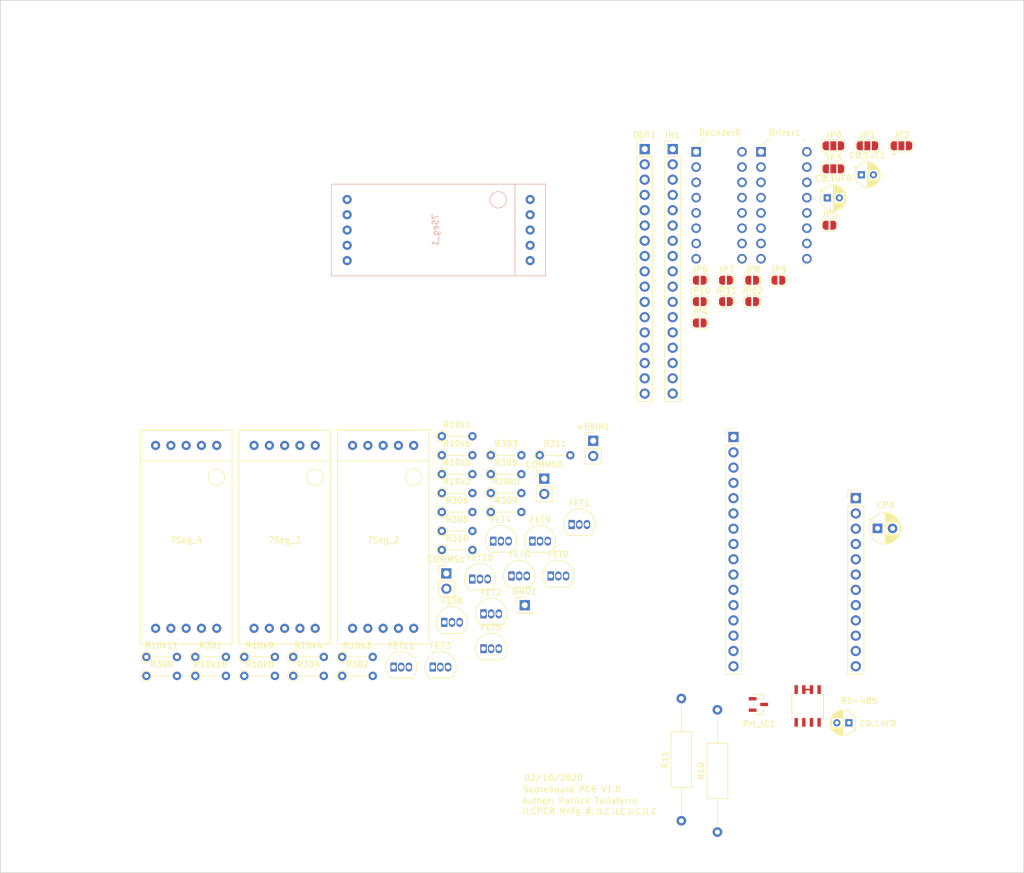
<source format=kicad_pcb>
(kicad_pcb (version 20171130) (host pcbnew 5.1.5-52549c5~84~ubuntu18.04.1)

  (general
    (thickness 1.6)
    (drawings 9)
    (tracks 1)
    (zones 0)
    (modules 68)
    (nets 80)
  )

  (page A4)
  (layers
    (0 F.Cu signal)
    (31 B.Cu signal)
    (32 B.Adhes user)
    (33 F.Adhes user)
    (34 B.Paste user hide)
    (35 F.Paste user hide)
    (36 B.SilkS user)
    (37 F.SilkS user)
    (38 B.Mask user)
    (39 F.Mask user)
    (40 Dwgs.User user hide)
    (41 Cmts.User user)
    (42 Eco1.User user)
    (43 Eco2.User user)
    (44 Edge.Cuts user)
    (45 Margin user)
    (46 B.CrtYd user)
    (47 F.CrtYd user)
    (48 B.Fab user)
    (49 F.Fab user)
  )

  (setup
    (last_trace_width 0.25)
    (user_trace_width 0.45)
    (user_trace_width 0.75)
    (user_trace_width 0.85)
    (user_trace_width 2)
    (trace_clearance 0.2)
    (zone_clearance 0.508)
    (zone_45_only no)
    (trace_min 0.2)
    (via_size 0.8)
    (via_drill 0.4)
    (via_min_size 0.4)
    (via_min_drill 0.3)
    (user_via 1.4 0.7)
    (user_via 1.8 0.9)
    (user_via 2.4 1.2)
    (uvia_size 0.3)
    (uvia_drill 0.1)
    (uvias_allowed no)
    (uvia_min_size 0.2)
    (uvia_min_drill 0.1)
    (edge_width 0.05)
    (segment_width 0.2)
    (pcb_text_width 0.3)
    (pcb_text_size 1.5 1.5)
    (mod_edge_width 0.12)
    (mod_text_size 1 1)
    (mod_text_width 0.15)
    (pad_size 1.524 1.524)
    (pad_drill 0.762)
    (pad_to_mask_clearance 0.051)
    (solder_mask_min_width 0.25)
    (aux_axis_origin 0 0)
    (visible_elements FFFFFF7F)
    (pcbplotparams
      (layerselection 0x010f0_ffffffff)
      (usegerberextensions false)
      (usegerberattributes false)
      (usegerberadvancedattributes true)
      (creategerberjobfile false)
      (excludeedgelayer false)
      (linewidth 0.150000)
      (plotframeref false)
      (viasonmask false)
      (mode 1)
      (useauxorigin true)
      (hpglpennumber 1)
      (hpglpenspeed 20)
      (hpglpendiameter 15.000000)
      (psnegative false)
      (psa4output false)
      (plotreference true)
      (plotvalue false)
      (plotinvisibletext false)
      (padsonsilk false)
      (subtractmaskfromsilk false)
      (outputformat 1)
      (mirror false)
      (drillshape 0)
      (scaleselection 1)
      (outputdirectory ""))
  )

  (net 0 "")
  (net 1 GND)
  (net 2 /TX1)
  (net 3 /RX0)
  (net 4 /MISO)
  (net 5 /D10)
  (net 6 /D11)
  (net 7 /D12)
  (net 8 +5V)
  (net 9 +3V3)
  (net 10 "Net-(Prt_IC1-Pad2)")
  (net 11 "Net-(Prt_IC1-Pad1)")
  (net 12 /A3)
  (net 13 /A1)
  (net 14 /D13)
  (net 15 /First_Display)
  (net 16 /A)
  (net 17 /Second_Display)
  (net 18 /Third_Display)
  (net 19 /Fourth_Display)
  (net 20 /A0)
  (net 21 /g)
  (net 22 /f)
  (net 23 /a)
  (net 24 /b)
  (net 25 /dp)
  (net 26 /c)
  (net 27 /d)
  (net 28 /e)
  (net 29 /B)
  (net 30 "Net-(FET0-Pad1)")
  (net 31 "Net-(FET0-Pad2)")
  (net 32 "Net-(FET1-Pad1)")
  (net 33 "Net-(FET1-Pad2)")
  (net 34 "Net-(FET2-Pad1)")
  (net 35 "Net-(FET2-Pad2)")
  (net 36 "Net-(FET3-Pad1)")
  (net 37 "Net-(FET3-Pad2)")
  (net 38 "Net-(FET4-Pad1)")
  (net 39 "Net-(FET4-Pad2)")
  (net 40 "Net-(FET5-Pad1)")
  (net 41 "Net-(FET5-Pad2)")
  (net 42 "Net-(FET6-Pad1)")
  (net 43 "Net-(FET6-Pad2)")
  (net 44 "Net-(FET8-Pad1)")
  (net 45 "Net-(FET8-Pad2)")
  (net 46 "Net-(FET9-Pad1)")
  (net 47 "Net-(FET9-Pad2)")
  (net 48 "Net-(FET10-Pad1)")
  (net 49 "Net-(FET10-Pad2)")
  (net 50 "Net-(FET11-Pad1)")
  (net 51 "Net-(FET11-Pad2)")
  (net 52 /A2)
  (net 53 /Y6)
  (net 54 /Y0)
  (net 55 /Y1)
  (net 56 /Y2)
  (net 57 /Y3)
  (net 58 /Y4)
  (net 59 /Y5)
  (net 60 /Y7)
  (net 61 /I2)
  (net 62 /I1)
  (net 63 /I0)
  (net 64 /_e)
  (net 65 /_f)
  (net 66 /_g)
  (net 67 /_a)
  (net 68 /_b)
  (net 69 /_c)
  (net 70 /_d)
  (net 71 /SDA)
  (net 72 /SCL)
  (net 73 /D5)
  (net 74 /D6)
  (net 75 /D9)
  (net 76 /K0)
  (net 77 /K1)
  (net 78 /K2)
  (net 79 /K3)

  (net_class Default "This is the default net class."
    (clearance 0.2)
    (trace_width 0.25)
    (via_dia 0.8)
    (via_drill 0.4)
    (uvia_dia 0.3)
    (uvia_drill 0.1)
    (add_net +3V3)
    (add_net +5V)
    (add_net /A)
    (add_net /A0)
    (add_net /A1)
    (add_net /A2)
    (add_net /A3)
    (add_net /A4)
    (add_net /A5)
    (add_net /ARf)
    (add_net /B)
    (add_net /BAT)
    (add_net /D10)
    (add_net /D11)
    (add_net /D12)
    (add_net /D13)
    (add_net /D5)
    (add_net /D6)
    (add_net /D9)
    (add_net /En)
    (add_net /First_Display)
    (add_net /Fourth_Display)
    (add_net /I0)
    (add_net /I1)
    (add_net /I2)
    (add_net /K0)
    (add_net /K1)
    (add_net /K2)
    (add_net /K3)
    (add_net /MISO)
    (add_net /MOSI)
    (add_net /RST)
    (add_net /RX0)
    (add_net /SCK)
    (add_net /SCL)
    (add_net /SDA)
    (add_net /Second_Display)
    (add_net /TX1)
    (add_net /Third-Display)
    (add_net /Third_Display)
    (add_net /Y0)
    (add_net /Y1)
    (add_net /Y2)
    (add_net /Y3)
    (add_net /Y4)
    (add_net /Y5)
    (add_net /Y6)
    (add_net /Y7)
    (add_net /_a)
    (add_net /_b)
    (add_net /_c)
    (add_net /_d)
    (add_net /_e)
    (add_net /_f)
    (add_net /_g)
    (add_net /a)
    (add_net /b)
    (add_net /c)
    (add_net /d)
    (add_net /dp)
    (add_net /e)
    (add_net /f)
    (add_net /g)
    (add_net GND)
    (add_net "Net-(FET0-Pad1)")
    (add_net "Net-(FET0-Pad2)")
    (add_net "Net-(FET1-Pad1)")
    (add_net "Net-(FET1-Pad2)")
    (add_net "Net-(FET10-Pad1)")
    (add_net "Net-(FET10-Pad2)")
    (add_net "Net-(FET11-Pad1)")
    (add_net "Net-(FET11-Pad2)")
    (add_net "Net-(FET2-Pad1)")
    (add_net "Net-(FET2-Pad2)")
    (add_net "Net-(FET3-Pad1)")
    (add_net "Net-(FET3-Pad2)")
    (add_net "Net-(FET4-Pad1)")
    (add_net "Net-(FET4-Pad2)")
    (add_net "Net-(FET5-Pad1)")
    (add_net "Net-(FET5-Pad2)")
    (add_net "Net-(FET6-Pad1)")
    (add_net "Net-(FET6-Pad2)")
    (add_net "Net-(FET8-Pad1)")
    (add_net "Net-(FET8-Pad2)")
    (add_net "Net-(FET9-Pad1)")
    (add_net "Net-(FET9-Pad2)")
    (add_net "Net-(Prt_IC1-Pad1)")
    (add_net "Net-(Prt_IC1-Pad2)")
  )

  (net_class HV ""
    (clearance 0.2)
    (trace_width 0.508)
    (via_dia 0.8)
    (via_drill 0.4)
    (uvia_dia 0.3)
    (uvia_drill 0.1)
  )

  (module Connector_PinHeader_2.54mm:PinHeader_1x17_P2.54mm_Vertical (layer F.Cu) (tedit 59FED5CC) (tstamp 5E545A86)
    (at 162.034799 39.7182)
    (descr "Through hole straight pin header, 1x17, 2.54mm pitch, single row")
    (tags "Through hole pin header THT 1x17 2.54mm single row")
    (path /5E77D1CD)
    (fp_text reference OUT1 (at 0 -2.33) (layer F.SilkS)
      (effects (font (size 1 1) (thickness 0.15)))
    )
    (fp_text value Conn_01x17 (at 0 42.97) (layer F.Fab)
      (effects (font (size 1 1) (thickness 0.15)))
    )
    (fp_text user %R (at 0 20.32 90) (layer F.Fab)
      (effects (font (size 1 1) (thickness 0.15)))
    )
    (fp_line (start 1.8 -1.8) (end -1.8 -1.8) (layer F.CrtYd) (width 0.05))
    (fp_line (start 1.8 42.45) (end 1.8 -1.8) (layer F.CrtYd) (width 0.05))
    (fp_line (start -1.8 42.45) (end 1.8 42.45) (layer F.CrtYd) (width 0.05))
    (fp_line (start -1.8 -1.8) (end -1.8 42.45) (layer F.CrtYd) (width 0.05))
    (fp_line (start -1.33 -1.33) (end 0 -1.33) (layer F.SilkS) (width 0.12))
    (fp_line (start -1.33 0) (end -1.33 -1.33) (layer F.SilkS) (width 0.12))
    (fp_line (start -1.33 1.27) (end 1.33 1.27) (layer F.SilkS) (width 0.12))
    (fp_line (start 1.33 1.27) (end 1.33 41.97) (layer F.SilkS) (width 0.12))
    (fp_line (start -1.33 1.27) (end -1.33 41.97) (layer F.SilkS) (width 0.12))
    (fp_line (start -1.33 41.97) (end 1.33 41.97) (layer F.SilkS) (width 0.12))
    (fp_line (start -1.27 -0.635) (end -0.635 -1.27) (layer F.Fab) (width 0.1))
    (fp_line (start -1.27 41.91) (end -1.27 -0.635) (layer F.Fab) (width 0.1))
    (fp_line (start 1.27 41.91) (end -1.27 41.91) (layer F.Fab) (width 0.1))
    (fp_line (start 1.27 -1.27) (end 1.27 41.91) (layer F.Fab) (width 0.1))
    (fp_line (start -0.635 -1.27) (end 1.27 -1.27) (layer F.Fab) (width 0.1))
    (pad 17 thru_hole oval (at 0 40.64) (size 1.7 1.7) (drill 1) (layers *.Cu *.Mask)
      (net 71 /SDA))
    (pad 16 thru_hole oval (at 0 38.1) (size 1.7 1.7) (drill 1) (layers *.Cu *.Mask)
      (net 72 /SCL))
    (pad 15 thru_hole oval (at 0 35.56) (size 1.7 1.7) (drill 1) (layers *.Cu *.Mask)
      (net 73 /D5))
    (pad 14 thru_hole oval (at 0 33.02) (size 1.7 1.7) (drill 1) (layers *.Cu *.Mask)
      (net 74 /D6))
    (pad 13 thru_hole oval (at 0 30.48) (size 1.7 1.7) (drill 1) (layers *.Cu *.Mask)
      (net 75 /D9))
    (pad 12 thru_hole oval (at 0 27.94) (size 1.7 1.7) (drill 1) (layers *.Cu *.Mask)
      (net 5 /D10))
    (pad 11 thru_hole oval (at 0 25.4) (size 1.7 1.7) (drill 1) (layers *.Cu *.Mask)
      (net 60 /Y7))
    (pad 10 thru_hole oval (at 0 22.86) (size 1.7 1.7) (drill 1) (layers *.Cu *.Mask)
      (net 53 /Y6))
    (pad 9 thru_hole oval (at 0 20.32) (size 1.7 1.7) (drill 1) (layers *.Cu *.Mask)
      (net 59 /Y5))
    (pad 8 thru_hole oval (at 0 17.78) (size 1.7 1.7) (drill 1) (layers *.Cu *.Mask)
      (net 58 /Y4))
    (pad 7 thru_hole oval (at 0 15.24) (size 1.7 1.7) (drill 1) (layers *.Cu *.Mask)
      (net 21 /g))
    (pad 6 thru_hole oval (at 0 12.7) (size 1.7 1.7) (drill 1) (layers *.Cu *.Mask)
      (net 22 /f))
    (pad 5 thru_hole oval (at 0 10.16) (size 1.7 1.7) (drill 1) (layers *.Cu *.Mask)
      (net 28 /e))
    (pad 4 thru_hole oval (at 0 7.62) (size 1.7 1.7) (drill 1) (layers *.Cu *.Mask)
      (net 27 /d))
    (pad 3 thru_hole oval (at 0 5.08) (size 1.7 1.7) (drill 1) (layers *.Cu *.Mask)
      (net 26 /c))
    (pad 2 thru_hole oval (at 0 2.54) (size 1.7 1.7) (drill 1) (layers *.Cu *.Mask)
      (net 24 /b))
    (pad 1 thru_hole rect (at 0 0) (size 1.7 1.7) (drill 1) (layers *.Cu *.Mask)
      (net 23 /a))
    (model ${KISYS3DMOD}/Connector_PinHeader_2.54mm.3dshapes/PinHeader_1x17_P2.54mm_Vertical.wrl
      (at (xyz 0 0 0))
      (scale (xyz 1 1 1))
      (rotate (xyz 0 0 0))
    )
  )

  (module Jumper:SolderJumper-2_P1.3mm_Open_RoundedPad1.0x1.5mm (layer F.Cu) (tedit 5B391E66) (tstamp 5E545A61)
    (at 179.884799 65.0682)
    (descr "SMD Solder Jumper, 1x1.5mm, rounded Pads, 0.3mm gap, open")
    (tags "solder jumper open")
    (path /5E93A692)
    (attr virtual)
    (fp_text reference JP12 (at 0 -1.8) (layer F.SilkS)
      (effects (font (size 1 1) (thickness 0.15)))
    )
    (fp_text value Jumper_2_Open (at 0 1.9) (layer F.Fab)
      (effects (font (size 1 1) (thickness 0.15)))
    )
    (fp_line (start 1.65 1.25) (end -1.65 1.25) (layer F.CrtYd) (width 0.05))
    (fp_line (start 1.65 1.25) (end 1.65 -1.25) (layer F.CrtYd) (width 0.05))
    (fp_line (start -1.65 -1.25) (end -1.65 1.25) (layer F.CrtYd) (width 0.05))
    (fp_line (start -1.65 -1.25) (end 1.65 -1.25) (layer F.CrtYd) (width 0.05))
    (fp_line (start -0.7 -1) (end 0.7 -1) (layer F.SilkS) (width 0.12))
    (fp_line (start 1.4 -0.3) (end 1.4 0.3) (layer F.SilkS) (width 0.12))
    (fp_line (start 0.7 1) (end -0.7 1) (layer F.SilkS) (width 0.12))
    (fp_line (start -1.4 0.3) (end -1.4 -0.3) (layer F.SilkS) (width 0.12))
    (fp_arc (start -0.7 -0.3) (end -0.7 -1) (angle -90) (layer F.SilkS) (width 0.12))
    (fp_arc (start -0.7 0.3) (end -1.4 0.3) (angle -90) (layer F.SilkS) (width 0.12))
    (fp_arc (start 0.7 0.3) (end 0.7 1) (angle -90) (layer F.SilkS) (width 0.12))
    (fp_arc (start 0.7 -0.3) (end 1.4 -0.3) (angle -90) (layer F.SilkS) (width 0.12))
    (pad 2 smd custom (at 0.65 0) (size 1 0.5) (layers F.Cu F.Mask)
      (net 71 /SDA) (zone_connect 2)
      (options (clearance outline) (anchor rect))
      (primitives
        (gr_circle (center 0 0.25) (end 0.5 0.25) (width 0))
        (gr_circle (center 0 -0.25) (end 0.5 -0.25) (width 0))
        (gr_poly (pts
           (xy 0 -0.75) (xy -0.5 -0.75) (xy -0.5 0.75) (xy 0 0.75)) (width 0))
      ))
    (pad 1 smd custom (at -0.65 0) (size 1 0.5) (layers F.Cu F.Mask)
      (net 61 /I2) (zone_connect 2)
      (options (clearance outline) (anchor rect))
      (primitives
        (gr_circle (center 0 0.25) (end 0.5 0.25) (width 0))
        (gr_circle (center 0 -0.25) (end 0.5 -0.25) (width 0))
        (gr_poly (pts
           (xy 0 -0.75) (xy 0.5 -0.75) (xy 0.5 0.75) (xy 0 0.75)) (width 0))
      ))
  )

  (module Jumper:SolderJumper-2_P1.3mm_Open_RoundedPad1.0x1.5mm (layer F.Cu) (tedit 5B391E66) (tstamp 5E545A4F)
    (at 175.534799 65.0682)
    (descr "SMD Solder Jumper, 1x1.5mm, rounded Pads, 0.3mm gap, open")
    (tags "solder jumper open")
    (path /5E93A68C)
    (attr virtual)
    (fp_text reference JP11 (at 0 -1.8) (layer F.SilkS)
      (effects (font (size 1 1) (thickness 0.15)))
    )
    (fp_text value Jumper_2_Open (at 0 1.9) (layer F.Fab)
      (effects (font (size 1 1) (thickness 0.15)))
    )
    (fp_line (start 1.65 1.25) (end -1.65 1.25) (layer F.CrtYd) (width 0.05))
    (fp_line (start 1.65 1.25) (end 1.65 -1.25) (layer F.CrtYd) (width 0.05))
    (fp_line (start -1.65 -1.25) (end -1.65 1.25) (layer F.CrtYd) (width 0.05))
    (fp_line (start -1.65 -1.25) (end 1.65 -1.25) (layer F.CrtYd) (width 0.05))
    (fp_line (start -0.7 -1) (end 0.7 -1) (layer F.SilkS) (width 0.12))
    (fp_line (start 1.4 -0.3) (end 1.4 0.3) (layer F.SilkS) (width 0.12))
    (fp_line (start 0.7 1) (end -0.7 1) (layer F.SilkS) (width 0.12))
    (fp_line (start -1.4 0.3) (end -1.4 -0.3) (layer F.SilkS) (width 0.12))
    (fp_arc (start -0.7 -0.3) (end -0.7 -1) (angle -90) (layer F.SilkS) (width 0.12))
    (fp_arc (start -0.7 0.3) (end -1.4 0.3) (angle -90) (layer F.SilkS) (width 0.12))
    (fp_arc (start 0.7 0.3) (end 0.7 1) (angle -90) (layer F.SilkS) (width 0.12))
    (fp_arc (start 0.7 -0.3) (end 1.4 -0.3) (angle -90) (layer F.SilkS) (width 0.12))
    (pad 2 smd custom (at 0.65 0) (size 1 0.5) (layers F.Cu F.Mask)
      (net 74 /D6) (zone_connect 2)
      (options (clearance outline) (anchor rect))
      (primitives
        (gr_circle (center 0 0.25) (end 0.5 0.25) (width 0))
        (gr_circle (center 0 -0.25) (end 0.5 -0.25) (width 0))
        (gr_poly (pts
           (xy 0 -0.75) (xy -0.5 -0.75) (xy -0.5 0.75) (xy 0 0.75)) (width 0))
      ))
    (pad 1 smd custom (at -0.65 0) (size 1 0.5) (layers F.Cu F.Mask)
      (net 61 /I2) (zone_connect 2)
      (options (clearance outline) (anchor rect))
      (primitives
        (gr_circle (center 0 0.25) (end 0.5 0.25) (width 0))
        (gr_circle (center 0 -0.25) (end 0.5 -0.25) (width 0))
        (gr_poly (pts
           (xy 0 -0.75) (xy 0.5 -0.75) (xy 0.5 0.75) (xy 0 0.75)) (width 0))
      ))
  )

  (module Jumper:SolderJumper-2_P1.3mm_Open_RoundedPad1.0x1.5mm (layer F.Cu) (tedit 5B391E66) (tstamp 5E545A3D)
    (at 171.184799 65.0682)
    (descr "SMD Solder Jumper, 1x1.5mm, rounded Pads, 0.3mm gap, open")
    (tags "solder jumper open")
    (path /5E93A686)
    (attr virtual)
    (fp_text reference JP10 (at 0 -1.8) (layer F.SilkS)
      (effects (font (size 1 1) (thickness 0.15)))
    )
    (fp_text value Jumper_2_Open (at 0 1.9) (layer F.Fab)
      (effects (font (size 1 1) (thickness 0.15)))
    )
    (fp_line (start 1.65 1.25) (end -1.65 1.25) (layer F.CrtYd) (width 0.05))
    (fp_line (start 1.65 1.25) (end 1.65 -1.25) (layer F.CrtYd) (width 0.05))
    (fp_line (start -1.65 -1.25) (end -1.65 1.25) (layer F.CrtYd) (width 0.05))
    (fp_line (start -1.65 -1.25) (end 1.65 -1.25) (layer F.CrtYd) (width 0.05))
    (fp_line (start -0.7 -1) (end 0.7 -1) (layer F.SilkS) (width 0.12))
    (fp_line (start 1.4 -0.3) (end 1.4 0.3) (layer F.SilkS) (width 0.12))
    (fp_line (start 0.7 1) (end -0.7 1) (layer F.SilkS) (width 0.12))
    (fp_line (start -1.4 0.3) (end -1.4 -0.3) (layer F.SilkS) (width 0.12))
    (fp_arc (start -0.7 -0.3) (end -0.7 -1) (angle -90) (layer F.SilkS) (width 0.12))
    (fp_arc (start -0.7 0.3) (end -1.4 0.3) (angle -90) (layer F.SilkS) (width 0.12))
    (fp_arc (start 0.7 0.3) (end 0.7 1) (angle -90) (layer F.SilkS) (width 0.12))
    (fp_arc (start 0.7 -0.3) (end 1.4 -0.3) (angle -90) (layer F.SilkS) (width 0.12))
    (pad 2 smd custom (at 0.65 0) (size 1 0.5) (layers F.Cu F.Mask)
      (net 6 /D11) (zone_connect 2)
      (options (clearance outline) (anchor rect))
      (primitives
        (gr_circle (center 0 0.25) (end 0.5 0.25) (width 0))
        (gr_circle (center 0 -0.25) (end 0.5 -0.25) (width 0))
        (gr_poly (pts
           (xy 0 -0.75) (xy -0.5 -0.75) (xy -0.5 0.75) (xy 0 0.75)) (width 0))
      ))
    (pad 1 smd custom (at -0.65 0) (size 1 0.5) (layers F.Cu F.Mask)
      (net 61 /I2) (zone_connect 2)
      (options (clearance outline) (anchor rect))
      (primitives
        (gr_circle (center 0 0.25) (end 0.5 0.25) (width 0))
        (gr_circle (center 0 -0.25) (end 0.5 -0.25) (width 0))
        (gr_poly (pts
           (xy 0 -0.75) (xy 0.5 -0.75) (xy 0.5 0.75) (xy 0 0.75)) (width 0))
      ))
  )

  (module Jumper:SolderJumper-2_P1.3mm_Open_RoundedPad1.0x1.5mm (layer F.Cu) (tedit 5B391E66) (tstamp 5E545A2B)
    (at 184.234799 61.5182)
    (descr "SMD Solder Jumper, 1x1.5mm, rounded Pads, 0.3mm gap, open")
    (tags "solder jumper open")
    (path /5E9350C8)
    (attr virtual)
    (fp_text reference JP9 (at 0 -1.8) (layer F.SilkS)
      (effects (font (size 1 1) (thickness 0.15)))
    )
    (fp_text value Jumper_2_Open (at 0 1.9) (layer F.Fab)
      (effects (font (size 1 1) (thickness 0.15)))
    )
    (fp_line (start 1.65 1.25) (end -1.65 1.25) (layer F.CrtYd) (width 0.05))
    (fp_line (start 1.65 1.25) (end 1.65 -1.25) (layer F.CrtYd) (width 0.05))
    (fp_line (start -1.65 -1.25) (end -1.65 1.25) (layer F.CrtYd) (width 0.05))
    (fp_line (start -1.65 -1.25) (end 1.65 -1.25) (layer F.CrtYd) (width 0.05))
    (fp_line (start -0.7 -1) (end 0.7 -1) (layer F.SilkS) (width 0.12))
    (fp_line (start 1.4 -0.3) (end 1.4 0.3) (layer F.SilkS) (width 0.12))
    (fp_line (start 0.7 1) (end -0.7 1) (layer F.SilkS) (width 0.12))
    (fp_line (start -1.4 0.3) (end -1.4 -0.3) (layer F.SilkS) (width 0.12))
    (fp_arc (start -0.7 -0.3) (end -0.7 -1) (angle -90) (layer F.SilkS) (width 0.12))
    (fp_arc (start -0.7 0.3) (end -1.4 0.3) (angle -90) (layer F.SilkS) (width 0.12))
    (fp_arc (start 0.7 0.3) (end 0.7 1) (angle -90) (layer F.SilkS) (width 0.12))
    (fp_arc (start 0.7 -0.3) (end 1.4 -0.3) (angle -90) (layer F.SilkS) (width 0.12))
    (pad 2 smd custom (at 0.65 0) (size 1 0.5) (layers F.Cu F.Mask)
      (net 72 /SCL) (zone_connect 2)
      (options (clearance outline) (anchor rect))
      (primitives
        (gr_circle (center 0 0.25) (end 0.5 0.25) (width 0))
        (gr_circle (center 0 -0.25) (end 0.5 -0.25) (width 0))
        (gr_poly (pts
           (xy 0 -0.75) (xy -0.5 -0.75) (xy -0.5 0.75) (xy 0 0.75)) (width 0))
      ))
    (pad 1 smd custom (at -0.65 0) (size 1 0.5) (layers F.Cu F.Mask)
      (net 62 /I1) (zone_connect 2)
      (options (clearance outline) (anchor rect))
      (primitives
        (gr_circle (center 0 0.25) (end 0.5 0.25) (width 0))
        (gr_circle (center 0 -0.25) (end 0.5 -0.25) (width 0))
        (gr_poly (pts
           (xy 0 -0.75) (xy 0.5 -0.75) (xy 0.5 0.75) (xy 0 0.75)) (width 0))
      ))
  )

  (module Jumper:SolderJumper-2_P1.3mm_Open_RoundedPad1.0x1.5mm (layer F.Cu) (tedit 5B391E66) (tstamp 5E545A19)
    (at 179.884799 61.5182)
    (descr "SMD Solder Jumper, 1x1.5mm, rounded Pads, 0.3mm gap, open")
    (tags "solder jumper open")
    (path /5E9350C2)
    (attr virtual)
    (fp_text reference JP8 (at 0 -1.8) (layer F.SilkS)
      (effects (font (size 1 1) (thickness 0.15)))
    )
    (fp_text value Jumper_2_Open (at 0 1.9) (layer F.Fab)
      (effects (font (size 1 1) (thickness 0.15)))
    )
    (fp_line (start 1.65 1.25) (end -1.65 1.25) (layer F.CrtYd) (width 0.05))
    (fp_line (start 1.65 1.25) (end 1.65 -1.25) (layer F.CrtYd) (width 0.05))
    (fp_line (start -1.65 -1.25) (end -1.65 1.25) (layer F.CrtYd) (width 0.05))
    (fp_line (start -1.65 -1.25) (end 1.65 -1.25) (layer F.CrtYd) (width 0.05))
    (fp_line (start -0.7 -1) (end 0.7 -1) (layer F.SilkS) (width 0.12))
    (fp_line (start 1.4 -0.3) (end 1.4 0.3) (layer F.SilkS) (width 0.12))
    (fp_line (start 0.7 1) (end -0.7 1) (layer F.SilkS) (width 0.12))
    (fp_line (start -1.4 0.3) (end -1.4 -0.3) (layer F.SilkS) (width 0.12))
    (fp_arc (start -0.7 -0.3) (end -0.7 -1) (angle -90) (layer F.SilkS) (width 0.12))
    (fp_arc (start -0.7 0.3) (end -1.4 0.3) (angle -90) (layer F.SilkS) (width 0.12))
    (fp_arc (start 0.7 0.3) (end 0.7 1) (angle -90) (layer F.SilkS) (width 0.12))
    (fp_arc (start 0.7 -0.3) (end 1.4 -0.3) (angle -90) (layer F.SilkS) (width 0.12))
    (pad 2 smd custom (at 0.65 0) (size 1 0.5) (layers F.Cu F.Mask)
      (net 75 /D9) (zone_connect 2)
      (options (clearance outline) (anchor rect))
      (primitives
        (gr_circle (center 0 0.25) (end 0.5 0.25) (width 0))
        (gr_circle (center 0 -0.25) (end 0.5 -0.25) (width 0))
        (gr_poly (pts
           (xy 0 -0.75) (xy -0.5 -0.75) (xy -0.5 0.75) (xy 0 0.75)) (width 0))
      ))
    (pad 1 smd custom (at -0.65 0) (size 1 0.5) (layers F.Cu F.Mask)
      (net 62 /I1) (zone_connect 2)
      (options (clearance outline) (anchor rect))
      (primitives
        (gr_circle (center 0 0.25) (end 0.5 0.25) (width 0))
        (gr_circle (center 0 -0.25) (end 0.5 -0.25) (width 0))
        (gr_poly (pts
           (xy 0 -0.75) (xy 0.5 -0.75) (xy 0.5 0.75) (xy 0 0.75)) (width 0))
      ))
  )

  (module Jumper:SolderJumper-2_P1.3mm_Open_RoundedPad1.0x1.5mm (layer F.Cu) (tedit 5B391E66) (tstamp 5E545A07)
    (at 175.534799 61.5182)
    (descr "SMD Solder Jumper, 1x1.5mm, rounded Pads, 0.3mm gap, open")
    (tags "solder jumper open")
    (path /5E9350BC)
    (attr virtual)
    (fp_text reference JP7 (at 0 -1.8) (layer F.SilkS)
      (effects (font (size 1 1) (thickness 0.15)))
    )
    (fp_text value Jumper_2_Open (at 0 1.9) (layer F.Fab)
      (effects (font (size 1 1) (thickness 0.15)))
    )
    (fp_line (start 1.65 1.25) (end -1.65 1.25) (layer F.CrtYd) (width 0.05))
    (fp_line (start 1.65 1.25) (end 1.65 -1.25) (layer F.CrtYd) (width 0.05))
    (fp_line (start -1.65 -1.25) (end -1.65 1.25) (layer F.CrtYd) (width 0.05))
    (fp_line (start -1.65 -1.25) (end 1.65 -1.25) (layer F.CrtYd) (width 0.05))
    (fp_line (start -0.7 -1) (end 0.7 -1) (layer F.SilkS) (width 0.12))
    (fp_line (start 1.4 -0.3) (end 1.4 0.3) (layer F.SilkS) (width 0.12))
    (fp_line (start 0.7 1) (end -0.7 1) (layer F.SilkS) (width 0.12))
    (fp_line (start -1.4 0.3) (end -1.4 -0.3) (layer F.SilkS) (width 0.12))
    (fp_arc (start -0.7 -0.3) (end -0.7 -1) (angle -90) (layer F.SilkS) (width 0.12))
    (fp_arc (start -0.7 0.3) (end -1.4 0.3) (angle -90) (layer F.SilkS) (width 0.12))
    (fp_arc (start 0.7 0.3) (end 0.7 1) (angle -90) (layer F.SilkS) (width 0.12))
    (fp_arc (start 0.7 -0.3) (end 1.4 -0.3) (angle -90) (layer F.SilkS) (width 0.12))
    (pad 2 smd custom (at 0.65 0) (size 1 0.5) (layers F.Cu F.Mask)
      (net 7 /D12) (zone_connect 2)
      (options (clearance outline) (anchor rect))
      (primitives
        (gr_circle (center 0 0.25) (end 0.5 0.25) (width 0))
        (gr_circle (center 0 -0.25) (end 0.5 -0.25) (width 0))
        (gr_poly (pts
           (xy 0 -0.75) (xy -0.5 -0.75) (xy -0.5 0.75) (xy 0 0.75)) (width 0))
      ))
    (pad 1 smd custom (at -0.65 0) (size 1 0.5) (layers F.Cu F.Mask)
      (net 62 /I1) (zone_connect 2)
      (options (clearance outline) (anchor rect))
      (primitives
        (gr_circle (center 0 0.25) (end 0.5 0.25) (width 0))
        (gr_circle (center 0 -0.25) (end 0.5 -0.25) (width 0))
        (gr_poly (pts
           (xy 0 -0.75) (xy 0.5 -0.75) (xy 0.5 0.75) (xy 0 0.75)) (width 0))
      ))
  )

  (module Jumper:SolderJumper-2_P1.3mm_Open_RoundedPad1.0x1.5mm (layer F.Cu) (tedit 5B391E66) (tstamp 5E5459F5)
    (at 171.184799 61.5182)
    (descr "SMD Solder Jumper, 1x1.5mm, rounded Pads, 0.3mm gap, open")
    (tags "solder jumper open")
    (path /5E89D13B)
    (attr virtual)
    (fp_text reference JP6 (at 0 -1.8) (layer F.SilkS)
      (effects (font (size 1 1) (thickness 0.15)))
    )
    (fp_text value Jumper_2_Open (at 0 1.9) (layer F.Fab)
      (effects (font (size 1 1) (thickness 0.15)))
    )
    (fp_line (start 1.65 1.25) (end -1.65 1.25) (layer F.CrtYd) (width 0.05))
    (fp_line (start 1.65 1.25) (end 1.65 -1.25) (layer F.CrtYd) (width 0.05))
    (fp_line (start -1.65 -1.25) (end -1.65 1.25) (layer F.CrtYd) (width 0.05))
    (fp_line (start -1.65 -1.25) (end 1.65 -1.25) (layer F.CrtYd) (width 0.05))
    (fp_line (start -0.7 -1) (end 0.7 -1) (layer F.SilkS) (width 0.12))
    (fp_line (start 1.4 -0.3) (end 1.4 0.3) (layer F.SilkS) (width 0.12))
    (fp_line (start 0.7 1) (end -0.7 1) (layer F.SilkS) (width 0.12))
    (fp_line (start -1.4 0.3) (end -1.4 -0.3) (layer F.SilkS) (width 0.12))
    (fp_arc (start -0.7 -0.3) (end -0.7 -1) (angle -90) (layer F.SilkS) (width 0.12))
    (fp_arc (start -0.7 0.3) (end -1.4 0.3) (angle -90) (layer F.SilkS) (width 0.12))
    (fp_arc (start 0.7 0.3) (end 0.7 1) (angle -90) (layer F.SilkS) (width 0.12))
    (fp_arc (start 0.7 -0.3) (end 1.4 -0.3) (angle -90) (layer F.SilkS) (width 0.12))
    (pad 2 smd custom (at 0.65 0) (size 1 0.5) (layers F.Cu F.Mask)
      (net 73 /D5) (zone_connect 2)
      (options (clearance outline) (anchor rect))
      (primitives
        (gr_circle (center 0 0.25) (end 0.5 0.25) (width 0))
        (gr_circle (center 0 -0.25) (end 0.5 -0.25) (width 0))
        (gr_poly (pts
           (xy 0 -0.75) (xy -0.5 -0.75) (xy -0.5 0.75) (xy 0 0.75)) (width 0))
      ))
    (pad 1 smd custom (at -0.65 0) (size 1 0.5) (layers F.Cu F.Mask)
      (net 63 /I0) (zone_connect 2)
      (options (clearance outline) (anchor rect))
      (primitives
        (gr_circle (center 0 0.25) (end 0.5 0.25) (width 0))
        (gr_circle (center 0 -0.25) (end 0.5 -0.25) (width 0))
        (gr_poly (pts
           (xy 0 -0.75) (xy 0.5 -0.75) (xy 0.5 0.75) (xy 0 0.75)) (width 0))
      ))
  )

  (module Jumper:SolderJumper-2_P1.3mm_Open_RoundedPad1.0x1.5mm (layer F.Cu) (tedit 5B391E66) (tstamp 5E5459E3)
    (at 192.724799 52.3782)
    (descr "SMD Solder Jumper, 1x1.5mm, rounded Pads, 0.3mm gap, open")
    (tags "solder jumper open")
    (path /5E89D135)
    (attr virtual)
    (fp_text reference JP5 (at 0 -1.8) (layer F.SilkS)
      (effects (font (size 1 1) (thickness 0.15)))
    )
    (fp_text value Jumper_2_Open (at 0 1.9) (layer F.Fab)
      (effects (font (size 1 1) (thickness 0.15)))
    )
    (fp_line (start 1.65 1.25) (end -1.65 1.25) (layer F.CrtYd) (width 0.05))
    (fp_line (start 1.65 1.25) (end 1.65 -1.25) (layer F.CrtYd) (width 0.05))
    (fp_line (start -1.65 -1.25) (end -1.65 1.25) (layer F.CrtYd) (width 0.05))
    (fp_line (start -1.65 -1.25) (end 1.65 -1.25) (layer F.CrtYd) (width 0.05))
    (fp_line (start -0.7 -1) (end 0.7 -1) (layer F.SilkS) (width 0.12))
    (fp_line (start 1.4 -0.3) (end 1.4 0.3) (layer F.SilkS) (width 0.12))
    (fp_line (start 0.7 1) (end -0.7 1) (layer F.SilkS) (width 0.12))
    (fp_line (start -1.4 0.3) (end -1.4 -0.3) (layer F.SilkS) (width 0.12))
    (fp_arc (start -0.7 -0.3) (end -0.7 -1) (angle -90) (layer F.SilkS) (width 0.12))
    (fp_arc (start -0.7 0.3) (end -1.4 0.3) (angle -90) (layer F.SilkS) (width 0.12))
    (fp_arc (start 0.7 0.3) (end 0.7 1) (angle -90) (layer F.SilkS) (width 0.12))
    (fp_arc (start 0.7 -0.3) (end 1.4 -0.3) (angle -90) (layer F.SilkS) (width 0.12))
    (pad 2 smd custom (at 0.65 0) (size 1 0.5) (layers F.Cu F.Mask)
      (net 5 /D10) (zone_connect 2)
      (options (clearance outline) (anchor rect))
      (primitives
        (gr_circle (center 0 0.25) (end 0.5 0.25) (width 0))
        (gr_circle (center 0 -0.25) (end 0.5 -0.25) (width 0))
        (gr_poly (pts
           (xy 0 -0.75) (xy -0.5 -0.75) (xy -0.5 0.75) (xy 0 0.75)) (width 0))
      ))
    (pad 1 smd custom (at -0.65 0) (size 1 0.5) (layers F.Cu F.Mask)
      (net 63 /I0) (zone_connect 2)
      (options (clearance outline) (anchor rect))
      (primitives
        (gr_circle (center 0 0.25) (end 0.5 0.25) (width 0))
        (gr_circle (center 0 -0.25) (end 0.5 -0.25) (width 0))
        (gr_poly (pts
           (xy 0 -0.75) (xy 0.5 -0.75) (xy 0.5 0.75) (xy 0 0.75)) (width 0))
      ))
  )

  (module Jumper:SolderJumper-2_P1.3mm_Open_RoundedPad1.0x1.5mm (layer F.Cu) (tedit 5B391E66) (tstamp 5E5459D1)
    (at 171.184799 68.6182)
    (descr "SMD Solder Jumper, 1x1.5mm, rounded Pads, 0.3mm gap, open")
    (tags "solder jumper open")
    (path /5E89D12F)
    (attr virtual)
    (fp_text reference JP4 (at 0 -1.8) (layer F.SilkS)
      (effects (font (size 1 1) (thickness 0.15)))
    )
    (fp_text value Jumper_2_Open (at 0 1.9) (layer F.Fab)
      (effects (font (size 1 1) (thickness 0.15)))
    )
    (fp_line (start 1.65 1.25) (end -1.65 1.25) (layer F.CrtYd) (width 0.05))
    (fp_line (start 1.65 1.25) (end 1.65 -1.25) (layer F.CrtYd) (width 0.05))
    (fp_line (start -1.65 -1.25) (end -1.65 1.25) (layer F.CrtYd) (width 0.05))
    (fp_line (start -1.65 -1.25) (end 1.65 -1.25) (layer F.CrtYd) (width 0.05))
    (fp_line (start -0.7 -1) (end 0.7 -1) (layer F.SilkS) (width 0.12))
    (fp_line (start 1.4 -0.3) (end 1.4 0.3) (layer F.SilkS) (width 0.12))
    (fp_line (start 0.7 1) (end -0.7 1) (layer F.SilkS) (width 0.12))
    (fp_line (start -1.4 0.3) (end -1.4 -0.3) (layer F.SilkS) (width 0.12))
    (fp_arc (start -0.7 -0.3) (end -0.7 -1) (angle -90) (layer F.SilkS) (width 0.12))
    (fp_arc (start -0.7 0.3) (end -1.4 0.3) (angle -90) (layer F.SilkS) (width 0.12))
    (fp_arc (start 0.7 0.3) (end 0.7 1) (angle -90) (layer F.SilkS) (width 0.12))
    (fp_arc (start 0.7 -0.3) (end 1.4 -0.3) (angle -90) (layer F.SilkS) (width 0.12))
    (pad 2 smd custom (at 0.65 0) (size 1 0.5) (layers F.Cu F.Mask)
      (net 14 /D13) (zone_connect 2)
      (options (clearance outline) (anchor rect))
      (primitives
        (gr_circle (center 0 0.25) (end 0.5 0.25) (width 0))
        (gr_circle (center 0 -0.25) (end 0.5 -0.25) (width 0))
        (gr_poly (pts
           (xy 0 -0.75) (xy -0.5 -0.75) (xy -0.5 0.75) (xy 0 0.75)) (width 0))
      ))
    (pad 1 smd custom (at -0.65 0) (size 1 0.5) (layers F.Cu F.Mask)
      (net 63 /I0) (zone_connect 2)
      (options (clearance outline) (anchor rect))
      (primitives
        (gr_circle (center 0 0.25) (end 0.5 0.25) (width 0))
        (gr_circle (center 0 -0.25) (end 0.5 -0.25) (width 0))
        (gr_poly (pts
           (xy 0 -0.75) (xy 0.5 -0.75) (xy 0.5 0.75) (xy 0 0.75)) (width 0))
      ))
  )

  (module Jumper:SolderJumper-3_P1.3mm_Open_RoundedPad1.0x1.5mm (layer F.Cu) (tedit 5B391EB7) (tstamp 5E5459BF)
    (at 193.374799 42.9982)
    (descr "SMD Solder 3-pad Jumper, 1x1.5mm rounded Pads, 0.3mm gap, open")
    (tags "solder jumper open")
    (path /5E84AFEB)
    (attr virtual)
    (fp_text reference JP3 (at 0 -1.8) (layer F.SilkS)
      (effects (font (size 1 1) (thickness 0.15)))
    )
    (fp_text value Jumper_3_Open (at 0 1.9) (layer F.Fab)
      (effects (font (size 1 1) (thickness 0.15)))
    )
    (fp_arc (start -1.35 -0.3) (end -1.35 -1) (angle -90) (layer F.SilkS) (width 0.12))
    (fp_arc (start -1.35 0.3) (end -2.05 0.3) (angle -90) (layer F.SilkS) (width 0.12))
    (fp_arc (start 1.35 0.3) (end 1.35 1) (angle -90) (layer F.SilkS) (width 0.12))
    (fp_arc (start 1.35 -0.3) (end 2.05 -0.3) (angle -90) (layer F.SilkS) (width 0.12))
    (fp_line (start 2.3 1.25) (end -2.3 1.25) (layer F.CrtYd) (width 0.05))
    (fp_line (start 2.3 1.25) (end 2.3 -1.25) (layer F.CrtYd) (width 0.05))
    (fp_line (start -2.3 -1.25) (end -2.3 1.25) (layer F.CrtYd) (width 0.05))
    (fp_line (start -2.3 -1.25) (end 2.3 -1.25) (layer F.CrtYd) (width 0.05))
    (fp_line (start -1.4 -1) (end 1.4 -1) (layer F.SilkS) (width 0.12))
    (fp_line (start 2.05 -0.3) (end 2.05 0.3) (layer F.SilkS) (width 0.12))
    (fp_line (start 1.4 1) (end -1.4 1) (layer F.SilkS) (width 0.12))
    (fp_line (start -2.05 0.3) (end -2.05 -0.3) (layer F.SilkS) (width 0.12))
    (fp_line (start -1.2 1.2) (end -1.5 1.5) (layer F.SilkS) (width 0.12))
    (fp_line (start -1.5 1.5) (end -0.9 1.5) (layer F.SilkS) (width 0.12))
    (fp_line (start -1.2 1.2) (end -0.9 1.5) (layer F.SilkS) (width 0.12))
    (pad 2 smd rect (at 0 0) (size 1 1.5) (layers F.Cu F.Mask)
      (net 79 /K3))
    (pad 3 smd custom (at 1.3 0) (size 1 0.5) (layers F.Cu F.Mask)
      (net 60 /Y7) (zone_connect 2)
      (options (clearance outline) (anchor rect))
      (primitives
        (gr_circle (center 0 0.25) (end 0.5 0.25) (width 0))
        (gr_circle (center 0 -0.25) (end 0.5 -0.25) (width 0))
        (gr_poly (pts
           (xy -0.55 -0.75) (xy 0 -0.75) (xy 0 0.75) (xy -0.55 0.75)) (width 0))
      ))
    (pad 1 smd custom (at -1.3 0) (size 1 0.5) (layers F.Cu F.Mask)
      (net 57 /Y3) (zone_connect 2)
      (options (clearance outline) (anchor rect))
      (primitives
        (gr_circle (center 0 0.25) (end 0.5 0.25) (width 0))
        (gr_circle (center 0 -0.25) (end 0.5 -0.25) (width 0))
        (gr_poly (pts
           (xy 0.55 -0.75) (xy 0 -0.75) (xy 0 0.75) (xy 0.55 0.75)) (width 0))
      ))
  )

  (module Jumper:SolderJumper-3_P1.3mm_Open_RoundedPad1.0x1.5mm (layer F.Cu) (tedit 5B391EB7) (tstamp 5E5459A9)
    (at 204.674799 39.1682)
    (descr "SMD Solder 3-pad Jumper, 1x1.5mm rounded Pads, 0.3mm gap, open")
    (tags "solder jumper open")
    (path /5E84AFDF)
    (attr virtual)
    (fp_text reference JP2 (at 0 -1.8) (layer F.SilkS)
      (effects (font (size 1 1) (thickness 0.15)))
    )
    (fp_text value Jumper_3_Open (at 0 1.9) (layer F.Fab)
      (effects (font (size 1 1) (thickness 0.15)))
    )
    (fp_arc (start -1.35 -0.3) (end -1.35 -1) (angle -90) (layer F.SilkS) (width 0.12))
    (fp_arc (start -1.35 0.3) (end -2.05 0.3) (angle -90) (layer F.SilkS) (width 0.12))
    (fp_arc (start 1.35 0.3) (end 1.35 1) (angle -90) (layer F.SilkS) (width 0.12))
    (fp_arc (start 1.35 -0.3) (end 2.05 -0.3) (angle -90) (layer F.SilkS) (width 0.12))
    (fp_line (start 2.3 1.25) (end -2.3 1.25) (layer F.CrtYd) (width 0.05))
    (fp_line (start 2.3 1.25) (end 2.3 -1.25) (layer F.CrtYd) (width 0.05))
    (fp_line (start -2.3 -1.25) (end -2.3 1.25) (layer F.CrtYd) (width 0.05))
    (fp_line (start -2.3 -1.25) (end 2.3 -1.25) (layer F.CrtYd) (width 0.05))
    (fp_line (start -1.4 -1) (end 1.4 -1) (layer F.SilkS) (width 0.12))
    (fp_line (start 2.05 -0.3) (end 2.05 0.3) (layer F.SilkS) (width 0.12))
    (fp_line (start 1.4 1) (end -1.4 1) (layer F.SilkS) (width 0.12))
    (fp_line (start -2.05 0.3) (end -2.05 -0.3) (layer F.SilkS) (width 0.12))
    (fp_line (start -1.2 1.2) (end -1.5 1.5) (layer F.SilkS) (width 0.12))
    (fp_line (start -1.5 1.5) (end -0.9 1.5) (layer F.SilkS) (width 0.12))
    (fp_line (start -1.2 1.2) (end -0.9 1.5) (layer F.SilkS) (width 0.12))
    (pad 2 smd rect (at 0 0) (size 1 1.5) (layers F.Cu F.Mask)
      (net 78 /K2))
    (pad 3 smd custom (at 1.3 0) (size 1 0.5) (layers F.Cu F.Mask)
      (net 53 /Y6) (zone_connect 2)
      (options (clearance outline) (anchor rect))
      (primitives
        (gr_circle (center 0 0.25) (end 0.5 0.25) (width 0))
        (gr_circle (center 0 -0.25) (end 0.5 -0.25) (width 0))
        (gr_poly (pts
           (xy -0.55 -0.75) (xy 0 -0.75) (xy 0 0.75) (xy -0.55 0.75)) (width 0))
      ))
    (pad 1 smd custom (at -1.3 0) (size 1 0.5) (layers F.Cu F.Mask)
      (net 56 /Y2) (zone_connect 2)
      (options (clearance outline) (anchor rect))
      (primitives
        (gr_circle (center 0 0.25) (end 0.5 0.25) (width 0))
        (gr_circle (center 0 -0.25) (end 0.5 -0.25) (width 0))
        (gr_poly (pts
           (xy 0.55 -0.75) (xy 0 -0.75) (xy 0 0.75) (xy 0.55 0.75)) (width 0))
      ))
  )

  (module Jumper:SolderJumper-3_P1.3mm_Open_RoundedPad1.0x1.5mm (layer F.Cu) (tedit 5B391EB7) (tstamp 5E545993)
    (at 199.024799 39.1682)
    (descr "SMD Solder 3-pad Jumper, 1x1.5mm rounded Pads, 0.3mm gap, open")
    (tags "solder jumper open")
    (path /5E840D09)
    (attr virtual)
    (fp_text reference JP1 (at 0 -1.8) (layer F.SilkS)
      (effects (font (size 1 1) (thickness 0.15)))
    )
    (fp_text value Jumper_3_Open (at 0 1.9) (layer F.Fab)
      (effects (font (size 1 1) (thickness 0.15)))
    )
    (fp_arc (start -1.35 -0.3) (end -1.35 -1) (angle -90) (layer F.SilkS) (width 0.12))
    (fp_arc (start -1.35 0.3) (end -2.05 0.3) (angle -90) (layer F.SilkS) (width 0.12))
    (fp_arc (start 1.35 0.3) (end 1.35 1) (angle -90) (layer F.SilkS) (width 0.12))
    (fp_arc (start 1.35 -0.3) (end 2.05 -0.3) (angle -90) (layer F.SilkS) (width 0.12))
    (fp_line (start 2.3 1.25) (end -2.3 1.25) (layer F.CrtYd) (width 0.05))
    (fp_line (start 2.3 1.25) (end 2.3 -1.25) (layer F.CrtYd) (width 0.05))
    (fp_line (start -2.3 -1.25) (end -2.3 1.25) (layer F.CrtYd) (width 0.05))
    (fp_line (start -2.3 -1.25) (end 2.3 -1.25) (layer F.CrtYd) (width 0.05))
    (fp_line (start -1.4 -1) (end 1.4 -1) (layer F.SilkS) (width 0.12))
    (fp_line (start 2.05 -0.3) (end 2.05 0.3) (layer F.SilkS) (width 0.12))
    (fp_line (start 1.4 1) (end -1.4 1) (layer F.SilkS) (width 0.12))
    (fp_line (start -2.05 0.3) (end -2.05 -0.3) (layer F.SilkS) (width 0.12))
    (fp_line (start -1.2 1.2) (end -1.5 1.5) (layer F.SilkS) (width 0.12))
    (fp_line (start -1.5 1.5) (end -0.9 1.5) (layer F.SilkS) (width 0.12))
    (fp_line (start -1.2 1.2) (end -0.9 1.5) (layer F.SilkS) (width 0.12))
    (pad 2 smd rect (at 0 0) (size 1 1.5) (layers F.Cu F.Mask)
      (net 77 /K1))
    (pad 3 smd custom (at 1.3 0) (size 1 0.5) (layers F.Cu F.Mask)
      (net 59 /Y5) (zone_connect 2)
      (options (clearance outline) (anchor rect))
      (primitives
        (gr_circle (center 0 0.25) (end 0.5 0.25) (width 0))
        (gr_circle (center 0 -0.25) (end 0.5 -0.25) (width 0))
        (gr_poly (pts
           (xy -0.55 -0.75) (xy 0 -0.75) (xy 0 0.75) (xy -0.55 0.75)) (width 0))
      ))
    (pad 1 smd custom (at -1.3 0) (size 1 0.5) (layers F.Cu F.Mask)
      (net 55 /Y1) (zone_connect 2)
      (options (clearance outline) (anchor rect))
      (primitives
        (gr_circle (center 0 0.25) (end 0.5 0.25) (width 0))
        (gr_circle (center 0 -0.25) (end 0.5 -0.25) (width 0))
        (gr_poly (pts
           (xy 0.55 -0.75) (xy 0 -0.75) (xy 0 0.75) (xy 0.55 0.75)) (width 0))
      ))
  )

  (module Jumper:SolderJumper-3_P1.3mm_Open_RoundedPad1.0x1.5mm (layer F.Cu) (tedit 5B391EB7) (tstamp 5E54597D)
    (at 193.374799 39.1682)
    (descr "SMD Solder 3-pad Jumper, 1x1.5mm rounded Pads, 0.3mm gap, open")
    (tags "solder jumper open")
    (path /5E7EBCFD)
    (attr virtual)
    (fp_text reference JP0 (at 0 -1.8) (layer F.SilkS)
      (effects (font (size 1 1) (thickness 0.15)))
    )
    (fp_text value Jumper_3_Open (at 0 1.9) (layer F.Fab)
      (effects (font (size 1 1) (thickness 0.15)))
    )
    (fp_arc (start -1.35 -0.3) (end -1.35 -1) (angle -90) (layer F.SilkS) (width 0.12))
    (fp_arc (start -1.35 0.3) (end -2.05 0.3) (angle -90) (layer F.SilkS) (width 0.12))
    (fp_arc (start 1.35 0.3) (end 1.35 1) (angle -90) (layer F.SilkS) (width 0.12))
    (fp_arc (start 1.35 -0.3) (end 2.05 -0.3) (angle -90) (layer F.SilkS) (width 0.12))
    (fp_line (start 2.3 1.25) (end -2.3 1.25) (layer F.CrtYd) (width 0.05))
    (fp_line (start 2.3 1.25) (end 2.3 -1.25) (layer F.CrtYd) (width 0.05))
    (fp_line (start -2.3 -1.25) (end -2.3 1.25) (layer F.CrtYd) (width 0.05))
    (fp_line (start -2.3 -1.25) (end 2.3 -1.25) (layer F.CrtYd) (width 0.05))
    (fp_line (start -1.4 -1) (end 1.4 -1) (layer F.SilkS) (width 0.12))
    (fp_line (start 2.05 -0.3) (end 2.05 0.3) (layer F.SilkS) (width 0.12))
    (fp_line (start 1.4 1) (end -1.4 1) (layer F.SilkS) (width 0.12))
    (fp_line (start -2.05 0.3) (end -2.05 -0.3) (layer F.SilkS) (width 0.12))
    (fp_line (start -1.2 1.2) (end -1.5 1.5) (layer F.SilkS) (width 0.12))
    (fp_line (start -1.5 1.5) (end -0.9 1.5) (layer F.SilkS) (width 0.12))
    (fp_line (start -1.2 1.2) (end -0.9 1.5) (layer F.SilkS) (width 0.12))
    (pad 2 smd rect (at 0 0) (size 1 1.5) (layers F.Cu F.Mask)
      (net 76 /K0))
    (pad 3 smd custom (at 1.3 0) (size 1 0.5) (layers F.Cu F.Mask)
      (net 58 /Y4) (zone_connect 2)
      (options (clearance outline) (anchor rect))
      (primitives
        (gr_circle (center 0 0.25) (end 0.5 0.25) (width 0))
        (gr_circle (center 0 -0.25) (end 0.5 -0.25) (width 0))
        (gr_poly (pts
           (xy -0.55 -0.75) (xy 0 -0.75) (xy 0 0.75) (xy -0.55 0.75)) (width 0))
      ))
    (pad 1 smd custom (at -1.3 0) (size 1 0.5) (layers F.Cu F.Mask)
      (net 54 /Y0) (zone_connect 2)
      (options (clearance outline) (anchor rect))
      (primitives
        (gr_circle (center 0 0.25) (end 0.5 0.25) (width 0))
        (gr_circle (center 0 -0.25) (end 0.5 -0.25) (width 0))
        (gr_poly (pts
           (xy 0.55 -0.75) (xy 0 -0.75) (xy 0 0.75) (xy 0.55 0.75)) (width 0))
      ))
  )

  (module Connector_PinHeader_2.54mm:PinHeader_1x17_P2.54mm_Vertical (layer F.Cu) (tedit 59FED5CC) (tstamp 5E5458E3)
    (at 166.684799 39.7182)
    (descr "Through hole straight pin header, 1x17, 2.54mm pitch, single row")
    (tags "Through hole pin header THT 1x17 2.54mm single row")
    (path /5E7796D6)
    (fp_text reference IN1 (at 0 -2.33) (layer F.SilkS)
      (effects (font (size 1 1) (thickness 0.15)))
    )
    (fp_text value Conn_01x17 (at 0 42.97) (layer F.Fab)
      (effects (font (size 1 1) (thickness 0.15)))
    )
    (fp_text user %R (at 0 20.32 90) (layer F.Fab)
      (effects (font (size 1 1) (thickness 0.15)))
    )
    (fp_line (start 1.8 -1.8) (end -1.8 -1.8) (layer F.CrtYd) (width 0.05))
    (fp_line (start 1.8 42.45) (end 1.8 -1.8) (layer F.CrtYd) (width 0.05))
    (fp_line (start -1.8 42.45) (end 1.8 42.45) (layer F.CrtYd) (width 0.05))
    (fp_line (start -1.8 -1.8) (end -1.8 42.45) (layer F.CrtYd) (width 0.05))
    (fp_line (start -1.33 -1.33) (end 0 -1.33) (layer F.SilkS) (width 0.12))
    (fp_line (start -1.33 0) (end -1.33 -1.33) (layer F.SilkS) (width 0.12))
    (fp_line (start -1.33 1.27) (end 1.33 1.27) (layer F.SilkS) (width 0.12))
    (fp_line (start 1.33 1.27) (end 1.33 41.97) (layer F.SilkS) (width 0.12))
    (fp_line (start -1.33 1.27) (end -1.33 41.97) (layer F.SilkS) (width 0.12))
    (fp_line (start -1.33 41.97) (end 1.33 41.97) (layer F.SilkS) (width 0.12))
    (fp_line (start -1.27 -0.635) (end -0.635 -1.27) (layer F.Fab) (width 0.1))
    (fp_line (start -1.27 41.91) (end -1.27 -0.635) (layer F.Fab) (width 0.1))
    (fp_line (start 1.27 41.91) (end -1.27 41.91) (layer F.Fab) (width 0.1))
    (fp_line (start 1.27 -1.27) (end 1.27 41.91) (layer F.Fab) (width 0.1))
    (fp_line (start -0.635 -1.27) (end 1.27 -1.27) (layer F.Fab) (width 0.1))
    (pad 17 thru_hole oval (at 0 40.64) (size 1.7 1.7) (drill 1) (layers *.Cu *.Mask)
      (net 71 /SDA))
    (pad 16 thru_hole oval (at 0 38.1) (size 1.7 1.7) (drill 1) (layers *.Cu *.Mask)
      (net 72 /SCL))
    (pad 15 thru_hole oval (at 0 35.56) (size 1.7 1.7) (drill 1) (layers *.Cu *.Mask)
      (net 73 /D5))
    (pad 14 thru_hole oval (at 0 33.02) (size 1.7 1.7) (drill 1) (layers *.Cu *.Mask)
      (net 74 /D6))
    (pad 13 thru_hole oval (at 0 30.48) (size 1.7 1.7) (drill 1) (layers *.Cu *.Mask)
      (net 75 /D9))
    (pad 12 thru_hole oval (at 0 27.94) (size 1.7 1.7) (drill 1) (layers *.Cu *.Mask)
      (net 5 /D10))
    (pad 11 thru_hole oval (at 0 25.4) (size 1.7 1.7) (drill 1) (layers *.Cu *.Mask)
      (net 60 /Y7))
    (pad 10 thru_hole oval (at 0 22.86) (size 1.7 1.7) (drill 1) (layers *.Cu *.Mask)
      (net 53 /Y6))
    (pad 9 thru_hole oval (at 0 20.32) (size 1.7 1.7) (drill 1) (layers *.Cu *.Mask)
      (net 59 /Y5))
    (pad 8 thru_hole oval (at 0 17.78) (size 1.7 1.7) (drill 1) (layers *.Cu *.Mask)
      (net 58 /Y4))
    (pad 7 thru_hole oval (at 0 15.24) (size 1.7 1.7) (drill 1) (layers *.Cu *.Mask)
      (net 21 /g))
    (pad 6 thru_hole oval (at 0 12.7) (size 1.7 1.7) (drill 1) (layers *.Cu *.Mask)
      (net 22 /f))
    (pad 5 thru_hole oval (at 0 10.16) (size 1.7 1.7) (drill 1) (layers *.Cu *.Mask)
      (net 28 /e))
    (pad 4 thru_hole oval (at 0 7.62) (size 1.7 1.7) (drill 1) (layers *.Cu *.Mask)
      (net 27 /d))
    (pad 3 thru_hole oval (at 0 5.08) (size 1.7 1.7) (drill 1) (layers *.Cu *.Mask)
      (net 26 /c))
    (pad 2 thru_hole oval (at 0 2.54) (size 1.7 1.7) (drill 1) (layers *.Cu *.Mask)
      (net 24 /b))
    (pad 1 thru_hole rect (at 0 0) (size 1.7 1.7) (drill 1) (layers *.Cu *.Mask)
      (net 23 /a))
    (model ${KISYS3DMOD}/Connector_PinHeader_2.54mm.3dshapes/PinHeader_1x17_P2.54mm_Vertical.wrl
      (at (xyz 0 0 0))
      (scale (xyz 1 1 1))
      (rotate (xyz 0 0 0))
    )
  )

  (module digikey-footprints:DIP-16_W7.62mm (layer F.Cu) (tedit 59C51584) (tstamp 5E545720)
    (at 181.354799 40.1682)
    (path /5E54B3DE)
    (fp_text reference Driver1 (at 3.94 -3.2) (layer F.SilkS)
      (effects (font (size 1 1) (thickness 0.15)))
    )
    (fp_text value Conn_02x08_Counter_Clockwise (at 3.8 20) (layer F.Fab)
      (effects (font (size 1 1) (thickness 0.15)))
    )
    (fp_line (start 7.08 -1.8) (end 7.08 18.79) (layer F.Fab) (width 0.1))
    (fp_line (start 0.48 -0.9) (end 1.38 -1.8) (layer F.Fab) (width 0.1))
    (fp_line (start 1.38 -1.8) (end 7.08 -1.8) (layer F.Fab) (width 0.1))
    (fp_line (start 0.48 -0.9) (end 0.48 18.79) (layer F.Fab) (width 0.1))
    (fp_line (start 7.28 -2.01) (end 6.88 -2.01) (layer F.SilkS) (width 0.1))
    (fp_line (start 7.28 -1.61) (end 7.28 -2.01) (layer F.SilkS) (width 0.1))
    (fp_line (start 1.3 -2.2) (end 0.3 -1.2) (layer F.SilkS) (width 0.1))
    (fp_line (start 1.6 -2.2) (end 1.3 -2.2) (layer F.SilkS) (width 0.1))
    (fp_line (start -1.05 -2.25) (end -1.05 19.05) (layer F.CrtYd) (width 0.05))
    (fp_line (start 8.67 19.05) (end 8.67 -2.25) (layer F.CrtYd) (width 0.05))
    (fp_line (start -1.05 -2.25) (end 8.67 -2.25) (layer F.CrtYd) (width 0.05))
    (fp_text user REF** (at 3.84 7.97) (layer F.Fab)
      (effects (font (size 1 1) (thickness 0.1)))
    )
    (fp_line (start 0.3 -1.2) (end -0.07 -1.2) (layer F.SilkS) (width 0.1))
    (fp_line (start -0.08 -1.2) (end -0.33 -1.2) (layer F.SilkS) (width 0.1))
    (fp_line (start -1.05 19.05) (end 8.67 19.05) (layer F.CrtYd) (width 0.05))
    (fp_line (start 0.48 18.79) (end 7.08 18.79) (layer F.Fab) (width 0.1))
    (fp_line (start 7.2 18.9) (end 7.2 18.7) (layer F.SilkS) (width 0.1))
    (fp_line (start 6.9 18.9) (end 7.2 18.9) (layer F.SilkS) (width 0.1))
    (fp_line (start 0.3 18.9) (end 0.6 18.9) (layer F.SilkS) (width 0.1))
    (fp_line (start 0.3 18.7) (end 0.3 18.9) (layer F.SilkS) (width 0.1))
    (pad 9 thru_hole circle (at 7.62 17.78) (size 1.6 1.6) (drill 1) (layers *.Cu *.Mask)
      (net 64 /_e))
    (pad 8 thru_hole circle (at 0 17.78) (size 1.6 1.6) (drill 1) (layers *.Cu *.Mask)
      (net 1 GND))
    (pad 16 thru_hole circle (at 7.62 0) (size 1.6 1.6) (drill 1) (layers *.Cu *.Mask)
      (net 8 +5V))
    (pad 15 thru_hole circle (at 7.62 2.54) (size 1.6 1.6) (drill 1) (layers *.Cu *.Mask)
      (net 65 /_f))
    (pad 14 thru_hole circle (at 7.62 5.08) (size 1.6 1.6) (drill 1) (layers *.Cu *.Mask)
      (net 66 /_g))
    (pad 13 thru_hole circle (at 7.62 7.62) (size 1.6 1.6) (drill 1) (layers *.Cu *.Mask)
      (net 67 /_a))
    (pad 12 thru_hole circle (at 7.62 10.16) (size 1.6 1.6) (drill 1) (layers *.Cu *.Mask)
      (net 68 /_b))
    (pad 11 thru_hole circle (at 7.62 12.7) (size 1.6 1.6) (drill 1) (layers *.Cu *.Mask)
      (net 69 /_c))
    (pad 10 thru_hole circle (at 7.62 15.24) (size 1.6 1.6) (drill 1) (layers *.Cu *.Mask)
      (net 70 /_d))
    (pad 7 thru_hole circle (at 0 15.24) (size 1.6 1.6) (drill 1) (layers *.Cu *.Mask)
      (net 20 /A0))
    (pad 6 thru_hole circle (at 0 12.7) (size 1.6 1.6) (drill 1) (layers *.Cu *.Mask)
      (net 12 /A3))
    (pad 5 thru_hole circle (at 0 10.16) (size 1.6 1.6) (drill 1) (layers *.Cu *.Mask)
      (net 1 GND))
    (pad 4 thru_hole circle (at 0 7.62) (size 1.6 1.6) (drill 1) (layers *.Cu *.Mask)
      (net 8 +5V))
    (pad 3 thru_hole circle (at 0 5.08) (size 1.6 1.6) (drill 1) (layers *.Cu *.Mask)
      (net 8 +5V))
    (pad 2 thru_hole circle (at 0 2.54) (size 1.6 1.6) (drill 1) (layers *.Cu *.Mask)
      (net 52 /A2))
    (pad 1 thru_hole rect (at 0 0) (size 1.6 1.6) (drill 1) (layers *.Cu *.Mask)
      (net 13 /A1))
  )

  (module digikey-footprints:DIP-16_W7.62mm (layer F.Cu) (tedit 59C51584) (tstamp 5E5456F8)
    (at 170.584799 40.1682)
    (path /5E54A5C1)
    (fp_text reference Decoder0 (at 3.94 -3.2) (layer F.SilkS)
      (effects (font (size 1 1) (thickness 0.15)))
    )
    (fp_text value Conn_02x08_Counter_Clockwise (at 3.8 20) (layer F.Fab)
      (effects (font (size 1 1) (thickness 0.15)))
    )
    (fp_line (start 7.08 -1.8) (end 7.08 18.79) (layer F.Fab) (width 0.1))
    (fp_line (start 0.48 -0.9) (end 1.38 -1.8) (layer F.Fab) (width 0.1))
    (fp_line (start 1.38 -1.8) (end 7.08 -1.8) (layer F.Fab) (width 0.1))
    (fp_line (start 0.48 -0.9) (end 0.48 18.79) (layer F.Fab) (width 0.1))
    (fp_line (start 7.28 -2.01) (end 6.88 -2.01) (layer F.SilkS) (width 0.1))
    (fp_line (start 7.28 -1.61) (end 7.28 -2.01) (layer F.SilkS) (width 0.1))
    (fp_line (start 1.3 -2.2) (end 0.3 -1.2) (layer F.SilkS) (width 0.1))
    (fp_line (start 1.6 -2.2) (end 1.3 -2.2) (layer F.SilkS) (width 0.1))
    (fp_line (start -1.05 -2.25) (end -1.05 19.05) (layer F.CrtYd) (width 0.05))
    (fp_line (start 8.67 19.05) (end 8.67 -2.25) (layer F.CrtYd) (width 0.05))
    (fp_line (start -1.05 -2.25) (end 8.67 -2.25) (layer F.CrtYd) (width 0.05))
    (fp_text user REF** (at 3.84 7.97) (layer F.Fab)
      (effects (font (size 1 1) (thickness 0.1)))
    )
    (fp_line (start 0.3 -1.2) (end -0.07 -1.2) (layer F.SilkS) (width 0.1))
    (fp_line (start -0.08 -1.2) (end -0.33 -1.2) (layer F.SilkS) (width 0.1))
    (fp_line (start -1.05 19.05) (end 8.67 19.05) (layer F.CrtYd) (width 0.05))
    (fp_line (start 0.48 18.79) (end 7.08 18.79) (layer F.Fab) (width 0.1))
    (fp_line (start 7.2 18.9) (end 7.2 18.7) (layer F.SilkS) (width 0.1))
    (fp_line (start 6.9 18.9) (end 7.2 18.9) (layer F.SilkS) (width 0.1))
    (fp_line (start 0.3 18.9) (end 0.6 18.9) (layer F.SilkS) (width 0.1))
    (fp_line (start 0.3 18.7) (end 0.3 18.9) (layer F.SilkS) (width 0.1))
    (pad 9 thru_hole circle (at 7.62 17.78) (size 1.6 1.6) (drill 1) (layers *.Cu *.Mask)
      (net 53 /Y6))
    (pad 8 thru_hole circle (at 0 17.78) (size 1.6 1.6) (drill 1) (layers *.Cu *.Mask)
      (net 1 GND))
    (pad 16 thru_hole circle (at 7.62 0) (size 1.6 1.6) (drill 1) (layers *.Cu *.Mask)
      (net 8 +5V))
    (pad 15 thru_hole circle (at 7.62 2.54) (size 1.6 1.6) (drill 1) (layers *.Cu *.Mask)
      (net 54 /Y0))
    (pad 14 thru_hole circle (at 7.62 5.08) (size 1.6 1.6) (drill 1) (layers *.Cu *.Mask)
      (net 55 /Y1))
    (pad 13 thru_hole circle (at 7.62 7.62) (size 1.6 1.6) (drill 1) (layers *.Cu *.Mask)
      (net 56 /Y2))
    (pad 12 thru_hole circle (at 7.62 10.16) (size 1.6 1.6) (drill 1) (layers *.Cu *.Mask)
      (net 57 /Y3))
    (pad 11 thru_hole circle (at 7.62 12.7) (size 1.6 1.6) (drill 1) (layers *.Cu *.Mask)
      (net 58 /Y4))
    (pad 10 thru_hole circle (at 7.62 15.24) (size 1.6 1.6) (drill 1) (layers *.Cu *.Mask)
      (net 59 /Y5))
    (pad 7 thru_hole circle (at 0 15.24) (size 1.6 1.6) (drill 1) (layers *.Cu *.Mask)
      (net 60 /Y7))
    (pad 6 thru_hole circle (at 0 12.7) (size 1.6 1.6) (drill 1) (layers *.Cu *.Mask)
      (net 8 +5V))
    (pad 5 thru_hole circle (at 0 10.16) (size 1.6 1.6) (drill 1) (layers *.Cu *.Mask)
      (net 1 GND))
    (pad 4 thru_hole circle (at 0 7.62) (size 1.6 1.6) (drill 1) (layers *.Cu *.Mask)
      (net 1 GND))
    (pad 3 thru_hole circle (at 0 5.08) (size 1.6 1.6) (drill 1) (layers *.Cu *.Mask)
      (net 61 /I2))
    (pad 2 thru_hole circle (at 0 2.54) (size 1.6 1.6) (drill 1) (layers *.Cu *.Mask)
      (net 62 /I1))
    (pad 1 thru_hole rect (at 0 0) (size 1.6 1.6) (drill 1) (layers *.Cu *.Mask)
      (net 63 /I0))
  )

  (module Capacitor_THT:CP_Radial_D4.0mm_P2.00mm (layer F.Cu) (tedit 5AE50EF0) (tstamp 5E545576)
    (at 198.0296 43.9982)
    (descr "CP, Radial series, Radial, pin pitch=2.00mm, , diameter=4mm, Electrolytic Capacitor")
    (tags "CP Radial series Radial pin pitch 2.00mm  diameter 4mm Electrolytic Capacitor")
    (path /5E6D979F)
    (fp_text reference C0.1uF1 (at 1 -3.25) (layer F.SilkS)
      (effects (font (size 1 1) (thickness 0.15)))
    )
    (fp_text value "0.1 uF" (at 1 3.25) (layer F.Fab)
      (effects (font (size 1 1) (thickness 0.15)))
    )
    (fp_text user %R (at 1 0) (layer F.Fab)
      (effects (font (size 0.8 0.8) (thickness 0.12)))
    )
    (fp_line (start -1.069801 -1.395) (end -1.069801 -0.995) (layer F.SilkS) (width 0.12))
    (fp_line (start -1.269801 -1.195) (end -0.869801 -1.195) (layer F.SilkS) (width 0.12))
    (fp_line (start 3.081 -0.37) (end 3.081 0.37) (layer F.SilkS) (width 0.12))
    (fp_line (start 3.041 -0.537) (end 3.041 0.537) (layer F.SilkS) (width 0.12))
    (fp_line (start 3.001 -0.664) (end 3.001 0.664) (layer F.SilkS) (width 0.12))
    (fp_line (start 2.961 -0.768) (end 2.961 0.768) (layer F.SilkS) (width 0.12))
    (fp_line (start 2.921 -0.859) (end 2.921 0.859) (layer F.SilkS) (width 0.12))
    (fp_line (start 2.881 -0.94) (end 2.881 0.94) (layer F.SilkS) (width 0.12))
    (fp_line (start 2.841 -1.013) (end 2.841 1.013) (layer F.SilkS) (width 0.12))
    (fp_line (start 2.801 0.84) (end 2.801 1.08) (layer F.SilkS) (width 0.12))
    (fp_line (start 2.801 -1.08) (end 2.801 -0.84) (layer F.SilkS) (width 0.12))
    (fp_line (start 2.761 0.84) (end 2.761 1.142) (layer F.SilkS) (width 0.12))
    (fp_line (start 2.761 -1.142) (end 2.761 -0.84) (layer F.SilkS) (width 0.12))
    (fp_line (start 2.721 0.84) (end 2.721 1.2) (layer F.SilkS) (width 0.12))
    (fp_line (start 2.721 -1.2) (end 2.721 -0.84) (layer F.SilkS) (width 0.12))
    (fp_line (start 2.681 0.84) (end 2.681 1.254) (layer F.SilkS) (width 0.12))
    (fp_line (start 2.681 -1.254) (end 2.681 -0.84) (layer F.SilkS) (width 0.12))
    (fp_line (start 2.641 0.84) (end 2.641 1.304) (layer F.SilkS) (width 0.12))
    (fp_line (start 2.641 -1.304) (end 2.641 -0.84) (layer F.SilkS) (width 0.12))
    (fp_line (start 2.601 0.84) (end 2.601 1.351) (layer F.SilkS) (width 0.12))
    (fp_line (start 2.601 -1.351) (end 2.601 -0.84) (layer F.SilkS) (width 0.12))
    (fp_line (start 2.561 0.84) (end 2.561 1.396) (layer F.SilkS) (width 0.12))
    (fp_line (start 2.561 -1.396) (end 2.561 -0.84) (layer F.SilkS) (width 0.12))
    (fp_line (start 2.521 0.84) (end 2.521 1.438) (layer F.SilkS) (width 0.12))
    (fp_line (start 2.521 -1.438) (end 2.521 -0.84) (layer F.SilkS) (width 0.12))
    (fp_line (start 2.481 0.84) (end 2.481 1.478) (layer F.SilkS) (width 0.12))
    (fp_line (start 2.481 -1.478) (end 2.481 -0.84) (layer F.SilkS) (width 0.12))
    (fp_line (start 2.441 0.84) (end 2.441 1.516) (layer F.SilkS) (width 0.12))
    (fp_line (start 2.441 -1.516) (end 2.441 -0.84) (layer F.SilkS) (width 0.12))
    (fp_line (start 2.401 0.84) (end 2.401 1.552) (layer F.SilkS) (width 0.12))
    (fp_line (start 2.401 -1.552) (end 2.401 -0.84) (layer F.SilkS) (width 0.12))
    (fp_line (start 2.361 0.84) (end 2.361 1.587) (layer F.SilkS) (width 0.12))
    (fp_line (start 2.361 -1.587) (end 2.361 -0.84) (layer F.SilkS) (width 0.12))
    (fp_line (start 2.321 0.84) (end 2.321 1.619) (layer F.SilkS) (width 0.12))
    (fp_line (start 2.321 -1.619) (end 2.321 -0.84) (layer F.SilkS) (width 0.12))
    (fp_line (start 2.281 0.84) (end 2.281 1.65) (layer F.SilkS) (width 0.12))
    (fp_line (start 2.281 -1.65) (end 2.281 -0.84) (layer F.SilkS) (width 0.12))
    (fp_line (start 2.241 0.84) (end 2.241 1.68) (layer F.SilkS) (width 0.12))
    (fp_line (start 2.241 -1.68) (end 2.241 -0.84) (layer F.SilkS) (width 0.12))
    (fp_line (start 2.201 0.84) (end 2.201 1.708) (layer F.SilkS) (width 0.12))
    (fp_line (start 2.201 -1.708) (end 2.201 -0.84) (layer F.SilkS) (width 0.12))
    (fp_line (start 2.161 0.84) (end 2.161 1.735) (layer F.SilkS) (width 0.12))
    (fp_line (start 2.161 -1.735) (end 2.161 -0.84) (layer F.SilkS) (width 0.12))
    (fp_line (start 2.121 0.84) (end 2.121 1.76) (layer F.SilkS) (width 0.12))
    (fp_line (start 2.121 -1.76) (end 2.121 -0.84) (layer F.SilkS) (width 0.12))
    (fp_line (start 2.081 0.84) (end 2.081 1.785) (layer F.SilkS) (width 0.12))
    (fp_line (start 2.081 -1.785) (end 2.081 -0.84) (layer F.SilkS) (width 0.12))
    (fp_line (start 2.041 0.84) (end 2.041 1.808) (layer F.SilkS) (width 0.12))
    (fp_line (start 2.041 -1.808) (end 2.041 -0.84) (layer F.SilkS) (width 0.12))
    (fp_line (start 2.001 0.84) (end 2.001 1.83) (layer F.SilkS) (width 0.12))
    (fp_line (start 2.001 -1.83) (end 2.001 -0.84) (layer F.SilkS) (width 0.12))
    (fp_line (start 1.961 0.84) (end 1.961 1.851) (layer F.SilkS) (width 0.12))
    (fp_line (start 1.961 -1.851) (end 1.961 -0.84) (layer F.SilkS) (width 0.12))
    (fp_line (start 1.921 0.84) (end 1.921 1.87) (layer F.SilkS) (width 0.12))
    (fp_line (start 1.921 -1.87) (end 1.921 -0.84) (layer F.SilkS) (width 0.12))
    (fp_line (start 1.881 0.84) (end 1.881 1.889) (layer F.SilkS) (width 0.12))
    (fp_line (start 1.881 -1.889) (end 1.881 -0.84) (layer F.SilkS) (width 0.12))
    (fp_line (start 1.841 0.84) (end 1.841 1.907) (layer F.SilkS) (width 0.12))
    (fp_line (start 1.841 -1.907) (end 1.841 -0.84) (layer F.SilkS) (width 0.12))
    (fp_line (start 1.801 0.84) (end 1.801 1.924) (layer F.SilkS) (width 0.12))
    (fp_line (start 1.801 -1.924) (end 1.801 -0.84) (layer F.SilkS) (width 0.12))
    (fp_line (start 1.761 0.84) (end 1.761 1.94) (layer F.SilkS) (width 0.12))
    (fp_line (start 1.761 -1.94) (end 1.761 -0.84) (layer F.SilkS) (width 0.12))
    (fp_line (start 1.721 0.84) (end 1.721 1.954) (layer F.SilkS) (width 0.12))
    (fp_line (start 1.721 -1.954) (end 1.721 -0.84) (layer F.SilkS) (width 0.12))
    (fp_line (start 1.68 0.84) (end 1.68 1.968) (layer F.SilkS) (width 0.12))
    (fp_line (start 1.68 -1.968) (end 1.68 -0.84) (layer F.SilkS) (width 0.12))
    (fp_line (start 1.64 0.84) (end 1.64 1.982) (layer F.SilkS) (width 0.12))
    (fp_line (start 1.64 -1.982) (end 1.64 -0.84) (layer F.SilkS) (width 0.12))
    (fp_line (start 1.6 0.84) (end 1.6 1.994) (layer F.SilkS) (width 0.12))
    (fp_line (start 1.6 -1.994) (end 1.6 -0.84) (layer F.SilkS) (width 0.12))
    (fp_line (start 1.56 0.84) (end 1.56 2.005) (layer F.SilkS) (width 0.12))
    (fp_line (start 1.56 -2.005) (end 1.56 -0.84) (layer F.SilkS) (width 0.12))
    (fp_line (start 1.52 0.84) (end 1.52 2.016) (layer F.SilkS) (width 0.12))
    (fp_line (start 1.52 -2.016) (end 1.52 -0.84) (layer F.SilkS) (width 0.12))
    (fp_line (start 1.48 0.84) (end 1.48 2.025) (layer F.SilkS) (width 0.12))
    (fp_line (start 1.48 -2.025) (end 1.48 -0.84) (layer F.SilkS) (width 0.12))
    (fp_line (start 1.44 0.84) (end 1.44 2.034) (layer F.SilkS) (width 0.12))
    (fp_line (start 1.44 -2.034) (end 1.44 -0.84) (layer F.SilkS) (width 0.12))
    (fp_line (start 1.4 0.84) (end 1.4 2.042) (layer F.SilkS) (width 0.12))
    (fp_line (start 1.4 -2.042) (end 1.4 -0.84) (layer F.SilkS) (width 0.12))
    (fp_line (start 1.36 0.84) (end 1.36 2.05) (layer F.SilkS) (width 0.12))
    (fp_line (start 1.36 -2.05) (end 1.36 -0.84) (layer F.SilkS) (width 0.12))
    (fp_line (start 1.32 0.84) (end 1.32 2.056) (layer F.SilkS) (width 0.12))
    (fp_line (start 1.32 -2.056) (end 1.32 -0.84) (layer F.SilkS) (width 0.12))
    (fp_line (start 1.28 0.84) (end 1.28 2.062) (layer F.SilkS) (width 0.12))
    (fp_line (start 1.28 -2.062) (end 1.28 -0.84) (layer F.SilkS) (width 0.12))
    (fp_line (start 1.24 0.84) (end 1.24 2.067) (layer F.SilkS) (width 0.12))
    (fp_line (start 1.24 -2.067) (end 1.24 -0.84) (layer F.SilkS) (width 0.12))
    (fp_line (start 1.2 0.84) (end 1.2 2.071) (layer F.SilkS) (width 0.12))
    (fp_line (start 1.2 -2.071) (end 1.2 -0.84) (layer F.SilkS) (width 0.12))
    (fp_line (start 1.16 -2.074) (end 1.16 2.074) (layer F.SilkS) (width 0.12))
    (fp_line (start 1.12 -2.077) (end 1.12 2.077) (layer F.SilkS) (width 0.12))
    (fp_line (start 1.08 -2.079) (end 1.08 2.079) (layer F.SilkS) (width 0.12))
    (fp_line (start 1.04 -2.08) (end 1.04 2.08) (layer F.SilkS) (width 0.12))
    (fp_line (start 1 -2.08) (end 1 2.08) (layer F.SilkS) (width 0.12))
    (fp_line (start -0.502554 -1.0675) (end -0.502554 -0.6675) (layer F.Fab) (width 0.1))
    (fp_line (start -0.702554 -0.8675) (end -0.302554 -0.8675) (layer F.Fab) (width 0.1))
    (fp_circle (center 1 0) (end 3.25 0) (layer F.CrtYd) (width 0.05))
    (fp_circle (center 1 0) (end 3.12 0) (layer F.SilkS) (width 0.12))
    (fp_circle (center 1 0) (end 3 0) (layer F.Fab) (width 0.1))
    (pad 2 thru_hole circle (at 2 0) (size 1.2 1.2) (drill 0.6) (layers *.Cu *.Mask)
      (net 1 GND))
    (pad 1 thru_hole rect (at 0 0) (size 1.2 1.2) (drill 0.6) (layers *.Cu *.Mask)
      (net 8 +5V))
    (model ${KISYS3DMOD}/Capacitor_THT.3dshapes/CP_Radial_D4.0mm_P2.00mm.wrl
      (at (xyz 0 0 0))
      (scale (xyz 1 1 1))
      (rotate (xyz 0 0 0))
    )
  )

  (module Capacitor_THT:CP_Radial_D4.0mm_P2.00mm (layer F.Cu) (tedit 5AE50EF0) (tstamp 5E54550A)
    (at 192.3796 47.8282)
    (descr "CP, Radial series, Radial, pin pitch=2.00mm, , diameter=4mm, Electrolytic Capacitor")
    (tags "CP Radial series Radial pin pitch 2.00mm  diameter 4mm Electrolytic Capacitor")
    (path /5E6C4286)
    (fp_text reference C0.1uF0 (at 1 -3.25) (layer F.SilkS)
      (effects (font (size 1 1) (thickness 0.15)))
    )
    (fp_text value "0.1 uF" (at 1 3.25) (layer F.Fab)
      (effects (font (size 1 1) (thickness 0.15)))
    )
    (fp_text user %R (at 1 0) (layer F.Fab)
      (effects (font (size 0.8 0.8) (thickness 0.12)))
    )
    (fp_line (start -1.069801 -1.395) (end -1.069801 -0.995) (layer F.SilkS) (width 0.12))
    (fp_line (start -1.269801 -1.195) (end -0.869801 -1.195) (layer F.SilkS) (width 0.12))
    (fp_line (start 3.081 -0.37) (end 3.081 0.37) (layer F.SilkS) (width 0.12))
    (fp_line (start 3.041 -0.537) (end 3.041 0.537) (layer F.SilkS) (width 0.12))
    (fp_line (start 3.001 -0.664) (end 3.001 0.664) (layer F.SilkS) (width 0.12))
    (fp_line (start 2.961 -0.768) (end 2.961 0.768) (layer F.SilkS) (width 0.12))
    (fp_line (start 2.921 -0.859) (end 2.921 0.859) (layer F.SilkS) (width 0.12))
    (fp_line (start 2.881 -0.94) (end 2.881 0.94) (layer F.SilkS) (width 0.12))
    (fp_line (start 2.841 -1.013) (end 2.841 1.013) (layer F.SilkS) (width 0.12))
    (fp_line (start 2.801 0.84) (end 2.801 1.08) (layer F.SilkS) (width 0.12))
    (fp_line (start 2.801 -1.08) (end 2.801 -0.84) (layer F.SilkS) (width 0.12))
    (fp_line (start 2.761 0.84) (end 2.761 1.142) (layer F.SilkS) (width 0.12))
    (fp_line (start 2.761 -1.142) (end 2.761 -0.84) (layer F.SilkS) (width 0.12))
    (fp_line (start 2.721 0.84) (end 2.721 1.2) (layer F.SilkS) (width 0.12))
    (fp_line (start 2.721 -1.2) (end 2.721 -0.84) (layer F.SilkS) (width 0.12))
    (fp_line (start 2.681 0.84) (end 2.681 1.254) (layer F.SilkS) (width 0.12))
    (fp_line (start 2.681 -1.254) (end 2.681 -0.84) (layer F.SilkS) (width 0.12))
    (fp_line (start 2.641 0.84) (end 2.641 1.304) (layer F.SilkS) (width 0.12))
    (fp_line (start 2.641 -1.304) (end 2.641 -0.84) (layer F.SilkS) (width 0.12))
    (fp_line (start 2.601 0.84) (end 2.601 1.351) (layer F.SilkS) (width 0.12))
    (fp_line (start 2.601 -1.351) (end 2.601 -0.84) (layer F.SilkS) (width 0.12))
    (fp_line (start 2.561 0.84) (end 2.561 1.396) (layer F.SilkS) (width 0.12))
    (fp_line (start 2.561 -1.396) (end 2.561 -0.84) (layer F.SilkS) (width 0.12))
    (fp_line (start 2.521 0.84) (end 2.521 1.438) (layer F.SilkS) (width 0.12))
    (fp_line (start 2.521 -1.438) (end 2.521 -0.84) (layer F.SilkS) (width 0.12))
    (fp_line (start 2.481 0.84) (end 2.481 1.478) (layer F.SilkS) (width 0.12))
    (fp_line (start 2.481 -1.478) (end 2.481 -0.84) (layer F.SilkS) (width 0.12))
    (fp_line (start 2.441 0.84) (end 2.441 1.516) (layer F.SilkS) (width 0.12))
    (fp_line (start 2.441 -1.516) (end 2.441 -0.84) (layer F.SilkS) (width 0.12))
    (fp_line (start 2.401 0.84) (end 2.401 1.552) (layer F.SilkS) (width 0.12))
    (fp_line (start 2.401 -1.552) (end 2.401 -0.84) (layer F.SilkS) (width 0.12))
    (fp_line (start 2.361 0.84) (end 2.361 1.587) (layer F.SilkS) (width 0.12))
    (fp_line (start 2.361 -1.587) (end 2.361 -0.84) (layer F.SilkS) (width 0.12))
    (fp_line (start 2.321 0.84) (end 2.321 1.619) (layer F.SilkS) (width 0.12))
    (fp_line (start 2.321 -1.619) (end 2.321 -0.84) (layer F.SilkS) (width 0.12))
    (fp_line (start 2.281 0.84) (end 2.281 1.65) (layer F.SilkS) (width 0.12))
    (fp_line (start 2.281 -1.65) (end 2.281 -0.84) (layer F.SilkS) (width 0.12))
    (fp_line (start 2.241 0.84) (end 2.241 1.68) (layer F.SilkS) (width 0.12))
    (fp_line (start 2.241 -1.68) (end 2.241 -0.84) (layer F.SilkS) (width 0.12))
    (fp_line (start 2.201 0.84) (end 2.201 1.708) (layer F.SilkS) (width 0.12))
    (fp_line (start 2.201 -1.708) (end 2.201 -0.84) (layer F.SilkS) (width 0.12))
    (fp_line (start 2.161 0.84) (end 2.161 1.735) (layer F.SilkS) (width 0.12))
    (fp_line (start 2.161 -1.735) (end 2.161 -0.84) (layer F.SilkS) (width 0.12))
    (fp_line (start 2.121 0.84) (end 2.121 1.76) (layer F.SilkS) (width 0.12))
    (fp_line (start 2.121 -1.76) (end 2.121 -0.84) (layer F.SilkS) (width 0.12))
    (fp_line (start 2.081 0.84) (end 2.081 1.785) (layer F.SilkS) (width 0.12))
    (fp_line (start 2.081 -1.785) (end 2.081 -0.84) (layer F.SilkS) (width 0.12))
    (fp_line (start 2.041 0.84) (end 2.041 1.808) (layer F.SilkS) (width 0.12))
    (fp_line (start 2.041 -1.808) (end 2.041 -0.84) (layer F.SilkS) (width 0.12))
    (fp_line (start 2.001 0.84) (end 2.001 1.83) (layer F.SilkS) (width 0.12))
    (fp_line (start 2.001 -1.83) (end 2.001 -0.84) (layer F.SilkS) (width 0.12))
    (fp_line (start 1.961 0.84) (end 1.961 1.851) (layer F.SilkS) (width 0.12))
    (fp_line (start 1.961 -1.851) (end 1.961 -0.84) (layer F.SilkS) (width 0.12))
    (fp_line (start 1.921 0.84) (end 1.921 1.87) (layer F.SilkS) (width 0.12))
    (fp_line (start 1.921 -1.87) (end 1.921 -0.84) (layer F.SilkS) (width 0.12))
    (fp_line (start 1.881 0.84) (end 1.881 1.889) (layer F.SilkS) (width 0.12))
    (fp_line (start 1.881 -1.889) (end 1.881 -0.84) (layer F.SilkS) (width 0.12))
    (fp_line (start 1.841 0.84) (end 1.841 1.907) (layer F.SilkS) (width 0.12))
    (fp_line (start 1.841 -1.907) (end 1.841 -0.84) (layer F.SilkS) (width 0.12))
    (fp_line (start 1.801 0.84) (end 1.801 1.924) (layer F.SilkS) (width 0.12))
    (fp_line (start 1.801 -1.924) (end 1.801 -0.84) (layer F.SilkS) (width 0.12))
    (fp_line (start 1.761 0.84) (end 1.761 1.94) (layer F.SilkS) (width 0.12))
    (fp_line (start 1.761 -1.94) (end 1.761 -0.84) (layer F.SilkS) (width 0.12))
    (fp_line (start 1.721 0.84) (end 1.721 1.954) (layer F.SilkS) (width 0.12))
    (fp_line (start 1.721 -1.954) (end 1.721 -0.84) (layer F.SilkS) (width 0.12))
    (fp_line (start 1.68 0.84) (end 1.68 1.968) (layer F.SilkS) (width 0.12))
    (fp_line (start 1.68 -1.968) (end 1.68 -0.84) (layer F.SilkS) (width 0.12))
    (fp_line (start 1.64 0.84) (end 1.64 1.982) (layer F.SilkS) (width 0.12))
    (fp_line (start 1.64 -1.982) (end 1.64 -0.84) (layer F.SilkS) (width 0.12))
    (fp_line (start 1.6 0.84) (end 1.6 1.994) (layer F.SilkS) (width 0.12))
    (fp_line (start 1.6 -1.994) (end 1.6 -0.84) (layer F.SilkS) (width 0.12))
    (fp_line (start 1.56 0.84) (end 1.56 2.005) (layer F.SilkS) (width 0.12))
    (fp_line (start 1.56 -2.005) (end 1.56 -0.84) (layer F.SilkS) (width 0.12))
    (fp_line (start 1.52 0.84) (end 1.52 2.016) (layer F.SilkS) (width 0.12))
    (fp_line (start 1.52 -2.016) (end 1.52 -0.84) (layer F.SilkS) (width 0.12))
    (fp_line (start 1.48 0.84) (end 1.48 2.025) (layer F.SilkS) (width 0.12))
    (fp_line (start 1.48 -2.025) (end 1.48 -0.84) (layer F.SilkS) (width 0.12))
    (fp_line (start 1.44 0.84) (end 1.44 2.034) (layer F.SilkS) (width 0.12))
    (fp_line (start 1.44 -2.034) (end 1.44 -0.84) (layer F.SilkS) (width 0.12))
    (fp_line (start 1.4 0.84) (end 1.4 2.042) (layer F.SilkS) (width 0.12))
    (fp_line (start 1.4 -2.042) (end 1.4 -0.84) (layer F.SilkS) (width 0.12))
    (fp_line (start 1.36 0.84) (end 1.36 2.05) (layer F.SilkS) (width 0.12))
    (fp_line (start 1.36 -2.05) (end 1.36 -0.84) (layer F.SilkS) (width 0.12))
    (fp_line (start 1.32 0.84) (end 1.32 2.056) (layer F.SilkS) (width 0.12))
    (fp_line (start 1.32 -2.056) (end 1.32 -0.84) (layer F.SilkS) (width 0.12))
    (fp_line (start 1.28 0.84) (end 1.28 2.062) (layer F.SilkS) (width 0.12))
    (fp_line (start 1.28 -2.062) (end 1.28 -0.84) (layer F.SilkS) (width 0.12))
    (fp_line (start 1.24 0.84) (end 1.24 2.067) (layer F.SilkS) (width 0.12))
    (fp_line (start 1.24 -2.067) (end 1.24 -0.84) (layer F.SilkS) (width 0.12))
    (fp_line (start 1.2 0.84) (end 1.2 2.071) (layer F.SilkS) (width 0.12))
    (fp_line (start 1.2 -2.071) (end 1.2 -0.84) (layer F.SilkS) (width 0.12))
    (fp_line (start 1.16 -2.074) (end 1.16 2.074) (layer F.SilkS) (width 0.12))
    (fp_line (start 1.12 -2.077) (end 1.12 2.077) (layer F.SilkS) (width 0.12))
    (fp_line (start 1.08 -2.079) (end 1.08 2.079) (layer F.SilkS) (width 0.12))
    (fp_line (start 1.04 -2.08) (end 1.04 2.08) (layer F.SilkS) (width 0.12))
    (fp_line (start 1 -2.08) (end 1 2.08) (layer F.SilkS) (width 0.12))
    (fp_line (start -0.502554 -1.0675) (end -0.502554 -0.6675) (layer F.Fab) (width 0.1))
    (fp_line (start -0.702554 -0.8675) (end -0.302554 -0.8675) (layer F.Fab) (width 0.1))
    (fp_circle (center 1 0) (end 3.25 0) (layer F.CrtYd) (width 0.05))
    (fp_circle (center 1 0) (end 3.12 0) (layer F.SilkS) (width 0.12))
    (fp_circle (center 1 0) (end 3 0) (layer F.Fab) (width 0.1))
    (pad 2 thru_hole circle (at 2 0) (size 1.2 1.2) (drill 0.6) (layers *.Cu *.Mask)
      (net 1 GND))
    (pad 1 thru_hole rect (at 0 0) (size 1.2 1.2) (drill 0.6) (layers *.Cu *.Mask)
      (net 8 +5V))
    (model ${KISYS3DMOD}/Capacitor_THT.3dshapes/CP_Radial_D4.0mm_P2.00mm.wrl
      (at (xyz 0 0 0))
      (scale (xyz 1 1 1))
      (rotate (xyz 0 0 0))
    )
  )

  (module Kingbright_10-DinDisplay:SC10-21SRWA (layer B.Cu) (tedit 5E541715) (tstamp 5E415B9D)
    (at 127.7642 53.1744 90)
    (path /5E443663)
    (fp_text reference 7Seg_1 (at 0 -0.5 90) (layer B.SilkS)
      (effects (font (size 1 1) (thickness 0.15)) (justify mirror))
    )
    (fp_text value Conn_02x05_Top_Bottom (at 0 0.5 90) (layer B.Fab) hide
      (effects (font (size 1 1) (thickness 0.15)) (justify mirror))
    )
    (fp_circle (center 5.025 9.95) (end 6.389734 9.95) (layer B.SilkS) (width 0.12))
    (fp_line (start -7.62 12.7) (end 7.62 12.7) (layer B.SilkS) (width 0.12))
    (fp_line (start 7.62 17.78) (end -7.62 17.78) (layer B.SilkS) (width 0.12))
    (fp_line (start 7.62 -17.78) (end 7.62 17.78) (layer B.SilkS) (width 0.12))
    (fp_line (start -7.62 -17.78) (end 7.62 -17.78) (layer B.SilkS) (width 0.12))
    (fp_line (start -7.62 17.78) (end -7.62 -17.78) (layer B.SilkS) (width 0.12))
    (pad 10 thru_hole circle (at -5.08 -15.16 90) (size 1.524 1.524) (drill 0.762) (layers *.Cu *.Mask)
      (net 21 /g))
    (pad 9 thru_hole circle (at -2.54 -15.16 90) (size 1.524 1.524) (drill 0.762) (layers *.Cu *.Mask)
      (net 22 /f))
    (pad 8 thru_hole circle (at 0 -15.16 90) (size 1.524 1.524) (drill 0.762) (layers *.Cu *.Mask)
      (net 15 /First_Display))
    (pad 7 thru_hole circle (at 2.54 -15.16 90) (size 1.524 1.524) (drill 0.762) (layers *.Cu *.Mask)
      (net 23 /a))
    (pad 6 thru_hole circle (at 5.08 -15.16 90) (size 1.524 1.524) (drill 0.762) (layers *.Cu *.Mask)
      (net 24 /b))
    (pad 5 thru_hole circle (at 5.08 15.24 90) (size 1.524 1.524) (drill 0.762) (layers *.Cu *.Mask)
      (net 25 /dp))
    (pad 4 thru_hole circle (at 2.54 15.24 90) (size 1.524 1.524) (drill 0.762) (layers *.Cu *.Mask)
      (net 26 /c))
    (pad 3 thru_hole circle (at 0 15.24 90) (size 1.524 1.524) (drill 0.762) (layers *.Cu *.Mask)
      (net 15 /First_Display))
    (pad 2 thru_hole circle (at -2.54 15.24 90) (size 1.524 1.524) (drill 0.762) (layers *.Cu *.Mask)
      (net 27 /d))
    (pad 1 thru_hole circle (at -5.08 15.24 90) (size 1.524 1.524) (drill 0.762) (layers *.Cu *.Mask)
      (net 28 /e))
  )

  (module Resistor_THT:R_Axial_DIN0204_L3.6mm_D1.6mm_P5.08mm_Vertical (layer F.Cu) (tedit 5AE5139B) (tstamp 5E5484A0)
    (at 79.2595 124.1315)
    (descr "Resistor, Axial_DIN0204 series, Axial, Vertical, pin pitch=5.08mm, 0.167W, length*diameter=3.6*1.6mm^2, http://cdn-reichelt.de/documents/datenblatt/B400/1_4W%23YAG.pdf")
    (tags "Resistor Axial_DIN0204 series Axial Vertical pin pitch 5.08mm 0.167W length 3.6mm diameter 1.6mm")
    (path /5E6C136F)
    (fp_text reference R10k11 (at 2.54 -1.92) (layer F.SilkS)
      (effects (font (size 1 1) (thickness 0.15)))
    )
    (fp_text value 10k (at 2.54 1.92) (layer F.Fab)
      (effects (font (size 1 1) (thickness 0.15)))
    )
    (fp_text user %R (at 2.54 -1.92) (layer F.Fab)
      (effects (font (size 1 1) (thickness 0.15)))
    )
    (fp_line (start 6.03 -1.05) (end -1.05 -1.05) (layer F.CrtYd) (width 0.05))
    (fp_line (start 6.03 1.05) (end 6.03 -1.05) (layer F.CrtYd) (width 0.05))
    (fp_line (start -1.05 1.05) (end 6.03 1.05) (layer F.CrtYd) (width 0.05))
    (fp_line (start -1.05 -1.05) (end -1.05 1.05) (layer F.CrtYd) (width 0.05))
    (fp_line (start 0.92 0) (end 4.08 0) (layer F.SilkS) (width 0.12))
    (fp_line (start 0 0) (end 5.08 0) (layer F.Fab) (width 0.1))
    (fp_circle (center 0 0) (end 0.92 0) (layer F.SilkS) (width 0.12))
    (fp_circle (center 0 0) (end 0.8 0) (layer F.Fab) (width 0.1))
    (pad 2 thru_hole oval (at 5.08 0) (size 1.4 1.4) (drill 0.7) (layers *.Cu *.Mask)
      (net 51 "Net-(FET11-Pad2)"))
    (pad 1 thru_hole circle (at 0 0) (size 1.4 1.4) (drill 0.7) (layers *.Cu *.Mask)
      (net 79 /K3))
    (model ${KISYS3DMOD}/Resistor_THT.3dshapes/R_Axial_DIN0204_L3.6mm_D1.6mm_P5.08mm_Vertical.wrl
      (at (xyz 0 0 0))
      (scale (xyz 1 1 1))
      (rotate (xyz 0 0 0))
    )
  )

  (module Resistor_THT:R_Axial_DIN0204_L3.6mm_D1.6mm_P5.08mm_Vertical (layer F.Cu) (tedit 5AE5139B) (tstamp 5E548491)
    (at 87.3895 127.2815)
    (descr "Resistor, Axial_DIN0204 series, Axial, Vertical, pin pitch=5.08mm, 0.167W, length*diameter=3.6*1.6mm^2, http://cdn-reichelt.de/documents/datenblatt/B400/1_4W%23YAG.pdf")
    (tags "Resistor Axial_DIN0204 series Axial Vertical pin pitch 5.08mm 0.167W length 3.6mm diameter 1.6mm")
    (path /5E6C134E)
    (fp_text reference R10k10 (at 2.54 -1.92) (layer F.SilkS)
      (effects (font (size 1 1) (thickness 0.15)))
    )
    (fp_text value 10k (at 2.54 1.92) (layer F.Fab)
      (effects (font (size 1 1) (thickness 0.15)))
    )
    (fp_text user %R (at 2.54 -1.92) (layer F.Fab)
      (effects (font (size 1 1) (thickness 0.15)))
    )
    (fp_line (start 6.03 -1.05) (end -1.05 -1.05) (layer F.CrtYd) (width 0.05))
    (fp_line (start 6.03 1.05) (end 6.03 -1.05) (layer F.CrtYd) (width 0.05))
    (fp_line (start -1.05 1.05) (end 6.03 1.05) (layer F.CrtYd) (width 0.05))
    (fp_line (start -1.05 -1.05) (end -1.05 1.05) (layer F.CrtYd) (width 0.05))
    (fp_line (start 0.92 0) (end 4.08 0) (layer F.SilkS) (width 0.12))
    (fp_line (start 0 0) (end 5.08 0) (layer F.Fab) (width 0.1))
    (fp_circle (center 0 0) (end 0.92 0) (layer F.SilkS) (width 0.12))
    (fp_circle (center 0 0) (end 0.8 0) (layer F.Fab) (width 0.1))
    (pad 2 thru_hole oval (at 5.08 0) (size 1.4 1.4) (drill 0.7) (layers *.Cu *.Mask)
      (net 49 "Net-(FET10-Pad2)"))
    (pad 1 thru_hole circle (at 0 0) (size 1.4 1.4) (drill 0.7) (layers *.Cu *.Mask)
      (net 78 /K2))
    (model ${KISYS3DMOD}/Resistor_THT.3dshapes/R_Axial_DIN0204_L3.6mm_D1.6mm_P5.08mm_Vertical.wrl
      (at (xyz 0 0 0))
      (scale (xyz 1 1 1))
      (rotate (xyz 0 0 0))
    )
  )

  (module Resistor_THT:R_Axial_DIN0204_L3.6mm_D1.6mm_P5.08mm_Vertical (layer F.Cu) (tedit 5AE5139B) (tstamp 5E548482)
    (at 95.5195 124.1315)
    (descr "Resistor, Axial_DIN0204 series, Axial, Vertical, pin pitch=5.08mm, 0.167W, length*diameter=3.6*1.6mm^2, http://cdn-reichelt.de/documents/datenblatt/B400/1_4W%23YAG.pdf")
    (tags "Resistor Axial_DIN0204 series Axial Vertical pin pitch 5.08mm 0.167W length 3.6mm diameter 1.6mm")
    (path /5E6C1333)
    (fp_text reference R10k9 (at 2.54 -1.92) (layer F.SilkS)
      (effects (font (size 1 1) (thickness 0.15)))
    )
    (fp_text value 10k (at 2.54 1.92) (layer F.Fab)
      (effects (font (size 1 1) (thickness 0.15)))
    )
    (fp_text user %R (at 2.54 -1.92) (layer F.Fab)
      (effects (font (size 1 1) (thickness 0.15)))
    )
    (fp_line (start 6.03 -1.05) (end -1.05 -1.05) (layer F.CrtYd) (width 0.05))
    (fp_line (start 6.03 1.05) (end 6.03 -1.05) (layer F.CrtYd) (width 0.05))
    (fp_line (start -1.05 1.05) (end 6.03 1.05) (layer F.CrtYd) (width 0.05))
    (fp_line (start -1.05 -1.05) (end -1.05 1.05) (layer F.CrtYd) (width 0.05))
    (fp_line (start 0.92 0) (end 4.08 0) (layer F.SilkS) (width 0.12))
    (fp_line (start 0 0) (end 5.08 0) (layer F.Fab) (width 0.1))
    (fp_circle (center 0 0) (end 0.92 0) (layer F.SilkS) (width 0.12))
    (fp_circle (center 0 0) (end 0.8 0) (layer F.Fab) (width 0.1))
    (pad 2 thru_hole oval (at 5.08 0) (size 1.4 1.4) (drill 0.7) (layers *.Cu *.Mask)
      (net 47 "Net-(FET9-Pad2)"))
    (pad 1 thru_hole circle (at 0 0) (size 1.4 1.4) (drill 0.7) (layers *.Cu *.Mask)
      (net 77 /K1))
    (model ${KISYS3DMOD}/Resistor_THT.3dshapes/R_Axial_DIN0204_L3.6mm_D1.6mm_P5.08mm_Vertical.wrl
      (at (xyz 0 0 0))
      (scale (xyz 1 1 1))
      (rotate (xyz 0 0 0))
    )
  )

  (module Resistor_THT:R_Axial_DIN0204_L3.6mm_D1.6mm_P5.08mm_Vertical (layer F.Cu) (tedit 5AE5139B) (tstamp 5E548473)
    (at 95.5195 127.2815)
    (descr "Resistor, Axial_DIN0204 series, Axial, Vertical, pin pitch=5.08mm, 0.167W, length*diameter=3.6*1.6mm^2, http://cdn-reichelt.de/documents/datenblatt/B400/1_4W%23YAG.pdf")
    (tags "Resistor Axial_DIN0204 series Axial Vertical pin pitch 5.08mm 0.167W length 3.6mm diameter 1.6mm")
    (path /5E6C1312)
    (fp_text reference R10k8 (at 2.54 -1.92) (layer F.SilkS)
      (effects (font (size 1 1) (thickness 0.15)))
    )
    (fp_text value 10k (at 2.54 1.92) (layer F.Fab)
      (effects (font (size 1 1) (thickness 0.15)))
    )
    (fp_text user %R (at 2.54 -1.92) (layer F.Fab)
      (effects (font (size 1 1) (thickness 0.15)))
    )
    (fp_line (start 6.03 -1.05) (end -1.05 -1.05) (layer F.CrtYd) (width 0.05))
    (fp_line (start 6.03 1.05) (end 6.03 -1.05) (layer F.CrtYd) (width 0.05))
    (fp_line (start -1.05 1.05) (end 6.03 1.05) (layer F.CrtYd) (width 0.05))
    (fp_line (start -1.05 -1.05) (end -1.05 1.05) (layer F.CrtYd) (width 0.05))
    (fp_line (start 0.92 0) (end 4.08 0) (layer F.SilkS) (width 0.12))
    (fp_line (start 0 0) (end 5.08 0) (layer F.Fab) (width 0.1))
    (fp_circle (center 0 0) (end 0.92 0) (layer F.SilkS) (width 0.12))
    (fp_circle (center 0 0) (end 0.8 0) (layer F.Fab) (width 0.1))
    (pad 2 thru_hole oval (at 5.08 0) (size 1.4 1.4) (drill 0.7) (layers *.Cu *.Mask)
      (net 45 "Net-(FET8-Pad2)"))
    (pad 1 thru_hole circle (at 0 0) (size 1.4 1.4) (drill 0.7) (layers *.Cu *.Mask)
      (net 76 /K0))
    (model ${KISYS3DMOD}/Resistor_THT.3dshapes/R_Axial_DIN0204_L3.6mm_D1.6mm_P5.08mm_Vertical.wrl
      (at (xyz 0 0 0))
      (scale (xyz 1 1 1))
      (rotate (xyz 0 0 0))
    )
  )

  (module Resistor_THT:R_Axial_DIN0204_L3.6mm_D1.6mm_P5.08mm_Vertical (layer F.Cu) (tedit 5AE5139B) (tstamp 5E548455)
    (at 128.3395 90.6015)
    (descr "Resistor, Axial_DIN0204 series, Axial, Vertical, pin pitch=5.08mm, 0.167W, length*diameter=3.6*1.6mm^2, http://cdn-reichelt.de/documents/datenblatt/B400/1_4W%23YAG.pdf")
    (tags "Resistor Axial_DIN0204 series Axial Vertical pin pitch 5.08mm 0.167W length 3.6mm diameter 1.6mm")
    (path /5E688FDF)
    (fp_text reference R10k6 (at 2.54 -1.92) (layer F.SilkS)
      (effects (font (size 1 1) (thickness 0.15)))
    )
    (fp_text value 10k (at 2.54 1.92) (layer F.Fab)
      (effects (font (size 1 1) (thickness 0.15)))
    )
    (fp_text user %R (at 2.54 -1.92) (layer F.Fab)
      (effects (font (size 1 1) (thickness 0.15)))
    )
    (fp_line (start 6.03 -1.05) (end -1.05 -1.05) (layer F.CrtYd) (width 0.05))
    (fp_line (start 6.03 1.05) (end 6.03 -1.05) (layer F.CrtYd) (width 0.05))
    (fp_line (start -1.05 1.05) (end 6.03 1.05) (layer F.CrtYd) (width 0.05))
    (fp_line (start -1.05 -1.05) (end -1.05 1.05) (layer F.CrtYd) (width 0.05))
    (fp_line (start 0.92 0) (end 4.08 0) (layer F.SilkS) (width 0.12))
    (fp_line (start 0 0) (end 5.08 0) (layer F.Fab) (width 0.1))
    (fp_circle (center 0 0) (end 0.92 0) (layer F.SilkS) (width 0.12))
    (fp_circle (center 0 0) (end 0.8 0) (layer F.Fab) (width 0.1))
    (pad 2 thru_hole oval (at 5.08 0) (size 1.4 1.4) (drill 0.7) (layers *.Cu *.Mask)
      (net 43 "Net-(FET6-Pad2)"))
    (pad 1 thru_hole circle (at 0 0) (size 1.4 1.4) (drill 0.7) (layers *.Cu *.Mask)
      (net 66 /_g))
    (model ${KISYS3DMOD}/Resistor_THT.3dshapes/R_Axial_DIN0204_L3.6mm_D1.6mm_P5.08mm_Vertical.wrl
      (at (xyz 0 0 0))
      (scale (xyz 1 1 1))
      (rotate (xyz 0 0 0))
    )
  )

  (module Resistor_THT:R_Axial_DIN0204_L3.6mm_D1.6mm_P5.08mm_Vertical (layer F.Cu) (tedit 5AE5139B) (tstamp 5E548446)
    (at 128.3395 93.7515)
    (descr "Resistor, Axial_DIN0204 series, Axial, Vertical, pin pitch=5.08mm, 0.167W, length*diameter=3.6*1.6mm^2, http://cdn-reichelt.de/documents/datenblatt/B400/1_4W%23YAG.pdf")
    (tags "Resistor Axial_DIN0204 series Axial Vertical pin pitch 5.08mm 0.167W length 3.6mm diameter 1.6mm")
    (path /5E688FC4)
    (fp_text reference R10k5 (at 2.54 -1.92) (layer F.SilkS)
      (effects (font (size 1 1) (thickness 0.15)))
    )
    (fp_text value 10k (at 2.54 1.92) (layer F.Fab)
      (effects (font (size 1 1) (thickness 0.15)))
    )
    (fp_text user %R (at 2.54 -1.92) (layer F.Fab)
      (effects (font (size 1 1) (thickness 0.15)))
    )
    (fp_line (start 6.03 -1.05) (end -1.05 -1.05) (layer F.CrtYd) (width 0.05))
    (fp_line (start 6.03 1.05) (end 6.03 -1.05) (layer F.CrtYd) (width 0.05))
    (fp_line (start -1.05 1.05) (end 6.03 1.05) (layer F.CrtYd) (width 0.05))
    (fp_line (start -1.05 -1.05) (end -1.05 1.05) (layer F.CrtYd) (width 0.05))
    (fp_line (start 0.92 0) (end 4.08 0) (layer F.SilkS) (width 0.12))
    (fp_line (start 0 0) (end 5.08 0) (layer F.Fab) (width 0.1))
    (fp_circle (center 0 0) (end 0.92 0) (layer F.SilkS) (width 0.12))
    (fp_circle (center 0 0) (end 0.8 0) (layer F.Fab) (width 0.1))
    (pad 2 thru_hole oval (at 5.08 0) (size 1.4 1.4) (drill 0.7) (layers *.Cu *.Mask)
      (net 41 "Net-(FET5-Pad2)"))
    (pad 1 thru_hole circle (at 0 0) (size 1.4 1.4) (drill 0.7) (layers *.Cu *.Mask)
      (net 65 /_f))
    (model ${KISYS3DMOD}/Resistor_THT.3dshapes/R_Axial_DIN0204_L3.6mm_D1.6mm_P5.08mm_Vertical.wrl
      (at (xyz 0 0 0))
      (scale (xyz 1 1 1))
      (rotate (xyz 0 0 0))
    )
  )

  (module Resistor_THT:R_Axial_DIN0204_L3.6mm_D1.6mm_P5.08mm_Vertical (layer F.Cu) (tedit 5AE5139B) (tstamp 5E548437)
    (at 103.6495 124.1315)
    (descr "Resistor, Axial_DIN0204 series, Axial, Vertical, pin pitch=5.08mm, 0.167W, length*diameter=3.6*1.6mm^2, http://cdn-reichelt.de/documents/datenblatt/B400/1_4W%23YAG.pdf")
    (tags "Resistor Axial_DIN0204 series Axial Vertical pin pitch 5.08mm 0.167W length 3.6mm diameter 1.6mm")
    (path /5E688FA3)
    (fp_text reference R10k4 (at 2.54 -1.92) (layer F.SilkS)
      (effects (font (size 1 1) (thickness 0.15)))
    )
    (fp_text value 10k (at 2.54 1.92) (layer F.Fab)
      (effects (font (size 1 1) (thickness 0.15)))
    )
    (fp_text user %R (at 2.54 -1.92) (layer F.Fab)
      (effects (font (size 1 1) (thickness 0.15)))
    )
    (fp_line (start 6.03 -1.05) (end -1.05 -1.05) (layer F.CrtYd) (width 0.05))
    (fp_line (start 6.03 1.05) (end 6.03 -1.05) (layer F.CrtYd) (width 0.05))
    (fp_line (start -1.05 1.05) (end 6.03 1.05) (layer F.CrtYd) (width 0.05))
    (fp_line (start -1.05 -1.05) (end -1.05 1.05) (layer F.CrtYd) (width 0.05))
    (fp_line (start 0.92 0) (end 4.08 0) (layer F.SilkS) (width 0.12))
    (fp_line (start 0 0) (end 5.08 0) (layer F.Fab) (width 0.1))
    (fp_circle (center 0 0) (end 0.92 0) (layer F.SilkS) (width 0.12))
    (fp_circle (center 0 0) (end 0.8 0) (layer F.Fab) (width 0.1))
    (pad 2 thru_hole oval (at 5.08 0) (size 1.4 1.4) (drill 0.7) (layers *.Cu *.Mask)
      (net 39 "Net-(FET4-Pad2)"))
    (pad 1 thru_hole circle (at 0 0) (size 1.4 1.4) (drill 0.7) (layers *.Cu *.Mask)
      (net 64 /_e))
    (model ${KISYS3DMOD}/Resistor_THT.3dshapes/R_Axial_DIN0204_L3.6mm_D1.6mm_P5.08mm_Vertical.wrl
      (at (xyz 0 0 0))
      (scale (xyz 1 1 1))
      (rotate (xyz 0 0 0))
    )
  )

  (module Resistor_THT:R_Axial_DIN0204_L3.6mm_D1.6mm_P5.08mm_Vertical (layer F.Cu) (tedit 5AE5139B) (tstamp 5E548428)
    (at 111.7795 124.1315)
    (descr "Resistor, Axial_DIN0204 series, Axial, Vertical, pin pitch=5.08mm, 0.167W, length*diameter=3.6*1.6mm^2, http://cdn-reichelt.de/documents/datenblatt/B400/1_4W%23YAG.pdf")
    (tags "Resistor Axial_DIN0204 series Axial Vertical pin pitch 5.08mm 0.167W length 3.6mm diameter 1.6mm")
    (path /5E661AA4)
    (fp_text reference R10k3 (at 2.54 -1.92) (layer F.SilkS)
      (effects (font (size 1 1) (thickness 0.15)))
    )
    (fp_text value 10k (at 2.54 1.92) (layer F.Fab)
      (effects (font (size 1 1) (thickness 0.15)))
    )
    (fp_text user %R (at 2.54 -1.92) (layer F.Fab)
      (effects (font (size 1 1) (thickness 0.15)))
    )
    (fp_line (start 6.03 -1.05) (end -1.05 -1.05) (layer F.CrtYd) (width 0.05))
    (fp_line (start 6.03 1.05) (end 6.03 -1.05) (layer F.CrtYd) (width 0.05))
    (fp_line (start -1.05 1.05) (end 6.03 1.05) (layer F.CrtYd) (width 0.05))
    (fp_line (start -1.05 -1.05) (end -1.05 1.05) (layer F.CrtYd) (width 0.05))
    (fp_line (start 0.92 0) (end 4.08 0) (layer F.SilkS) (width 0.12))
    (fp_line (start 0 0) (end 5.08 0) (layer F.Fab) (width 0.1))
    (fp_circle (center 0 0) (end 0.92 0) (layer F.SilkS) (width 0.12))
    (fp_circle (center 0 0) (end 0.8 0) (layer F.Fab) (width 0.1))
    (pad 2 thru_hole oval (at 5.08 0) (size 1.4 1.4) (drill 0.7) (layers *.Cu *.Mask)
      (net 37 "Net-(FET3-Pad2)"))
    (pad 1 thru_hole circle (at 0 0) (size 1.4 1.4) (drill 0.7) (layers *.Cu *.Mask)
      (net 70 /_d))
    (model ${KISYS3DMOD}/Resistor_THT.3dshapes/R_Axial_DIN0204_L3.6mm_D1.6mm_P5.08mm_Vertical.wrl
      (at (xyz 0 0 0))
      (scale (xyz 1 1 1))
      (rotate (xyz 0 0 0))
    )
  )

  (module Resistor_THT:R_Axial_DIN0204_L3.6mm_D1.6mm_P5.08mm_Vertical (layer F.Cu) (tedit 5AE5139B) (tstamp 5E548419)
    (at 128.3395 96.9015)
    (descr "Resistor, Axial_DIN0204 series, Axial, Vertical, pin pitch=5.08mm, 0.167W, length*diameter=3.6*1.6mm^2, http://cdn-reichelt.de/documents/datenblatt/B400/1_4W%23YAG.pdf")
    (tags "Resistor Axial_DIN0204 series Axial Vertical pin pitch 5.08mm 0.167W length 3.6mm diameter 1.6mm")
    (path /5E661A83)
    (fp_text reference R10k2 (at 2.54 -1.92) (layer F.SilkS)
      (effects (font (size 1 1) (thickness 0.15)))
    )
    (fp_text value 10k (at 2.54 1.92) (layer F.Fab)
      (effects (font (size 1 1) (thickness 0.15)))
    )
    (fp_text user %R (at 2.54 -1.92) (layer F.Fab)
      (effects (font (size 1 1) (thickness 0.15)))
    )
    (fp_line (start 6.03 -1.05) (end -1.05 -1.05) (layer F.CrtYd) (width 0.05))
    (fp_line (start 6.03 1.05) (end 6.03 -1.05) (layer F.CrtYd) (width 0.05))
    (fp_line (start -1.05 1.05) (end 6.03 1.05) (layer F.CrtYd) (width 0.05))
    (fp_line (start -1.05 -1.05) (end -1.05 1.05) (layer F.CrtYd) (width 0.05))
    (fp_line (start 0.92 0) (end 4.08 0) (layer F.SilkS) (width 0.12))
    (fp_line (start 0 0) (end 5.08 0) (layer F.Fab) (width 0.1))
    (fp_circle (center 0 0) (end 0.92 0) (layer F.SilkS) (width 0.12))
    (fp_circle (center 0 0) (end 0.8 0) (layer F.Fab) (width 0.1))
    (pad 2 thru_hole oval (at 5.08 0) (size 1.4 1.4) (drill 0.7) (layers *.Cu *.Mask)
      (net 35 "Net-(FET2-Pad2)"))
    (pad 1 thru_hole circle (at 0 0) (size 1.4 1.4) (drill 0.7) (layers *.Cu *.Mask)
      (net 69 /_c))
    (model ${KISYS3DMOD}/Resistor_THT.3dshapes/R_Axial_DIN0204_L3.6mm_D1.6mm_P5.08mm_Vertical.wrl
      (at (xyz 0 0 0))
      (scale (xyz 1 1 1))
      (rotate (xyz 0 0 0))
    )
  )

  (module Resistor_THT:R_Axial_DIN0204_L3.6mm_D1.6mm_P5.08mm_Vertical (layer F.Cu) (tedit 5AE5139B) (tstamp 5E54840A)
    (at 128.3395 87.4515)
    (descr "Resistor, Axial_DIN0204 series, Axial, Vertical, pin pitch=5.08mm, 0.167W, length*diameter=3.6*1.6mm^2, http://cdn-reichelt.de/documents/datenblatt/B400/1_4W%23YAG.pdf")
    (tags "Resistor Axial_DIN0204 series Axial Vertical pin pitch 5.08mm 0.167W length 3.6mm diameter 1.6mm")
    (path /5E6562FC)
    (fp_text reference R10k1 (at 2.54 -1.92) (layer F.SilkS)
      (effects (font (size 1 1) (thickness 0.15)))
    )
    (fp_text value 10k (at 2.54 1.92) (layer F.Fab)
      (effects (font (size 1 1) (thickness 0.15)))
    )
    (fp_text user %R (at 2.54 -1.92) (layer F.Fab)
      (effects (font (size 1 1) (thickness 0.15)))
    )
    (fp_line (start 6.03 -1.05) (end -1.05 -1.05) (layer F.CrtYd) (width 0.05))
    (fp_line (start 6.03 1.05) (end 6.03 -1.05) (layer F.CrtYd) (width 0.05))
    (fp_line (start -1.05 1.05) (end 6.03 1.05) (layer F.CrtYd) (width 0.05))
    (fp_line (start -1.05 -1.05) (end -1.05 1.05) (layer F.CrtYd) (width 0.05))
    (fp_line (start 0.92 0) (end 4.08 0) (layer F.SilkS) (width 0.12))
    (fp_line (start 0 0) (end 5.08 0) (layer F.Fab) (width 0.1))
    (fp_circle (center 0 0) (end 0.92 0) (layer F.SilkS) (width 0.12))
    (fp_circle (center 0 0) (end 0.8 0) (layer F.Fab) (width 0.1))
    (pad 2 thru_hole oval (at 5.08 0) (size 1.4 1.4) (drill 0.7) (layers *.Cu *.Mask)
      (net 33 "Net-(FET1-Pad2)"))
    (pad 1 thru_hole circle (at 0 0) (size 1.4 1.4) (drill 0.7) (layers *.Cu *.Mask)
      (net 68 /_b))
    (model ${KISYS3DMOD}/Resistor_THT.3dshapes/R_Axial_DIN0204_L3.6mm_D1.6mm_P5.08mm_Vertical.wrl
      (at (xyz 0 0 0))
      (scale (xyz 1 1 1))
      (rotate (xyz 0 0 0))
    )
  )

  (module Resistor_THT:R_Axial_DIN0204_L3.6mm_D1.6mm_P5.08mm_Vertical (layer F.Cu) (tedit 5AE5139B) (tstamp 5E5483FB)
    (at 136.4695 96.9015)
    (descr "Resistor, Axial_DIN0204 series, Axial, Vertical, pin pitch=5.08mm, 0.167W, length*diameter=3.6*1.6mm^2, http://cdn-reichelt.de/documents/datenblatt/B400/1_4W%23YAG.pdf")
    (tags "Resistor Axial_DIN0204 series Axial Vertical pin pitch 5.08mm 0.167W length 3.6mm diameter 1.6mm")
    (path /5E617EA0)
    (fp_text reference R10k0 (at 2.54 -1.92) (layer F.SilkS)
      (effects (font (size 1 1) (thickness 0.15)))
    )
    (fp_text value 10k (at 2.54 1.92) (layer F.Fab)
      (effects (font (size 1 1) (thickness 0.15)))
    )
    (fp_text user %R (at 2.54 -1.92) (layer F.Fab)
      (effects (font (size 1 1) (thickness 0.15)))
    )
    (fp_line (start 6.03 -1.05) (end -1.05 -1.05) (layer F.CrtYd) (width 0.05))
    (fp_line (start 6.03 1.05) (end 6.03 -1.05) (layer F.CrtYd) (width 0.05))
    (fp_line (start -1.05 1.05) (end 6.03 1.05) (layer F.CrtYd) (width 0.05))
    (fp_line (start -1.05 -1.05) (end -1.05 1.05) (layer F.CrtYd) (width 0.05))
    (fp_line (start 0.92 0) (end 4.08 0) (layer F.SilkS) (width 0.12))
    (fp_line (start 0 0) (end 5.08 0) (layer F.Fab) (width 0.1))
    (fp_circle (center 0 0) (end 0.92 0) (layer F.SilkS) (width 0.12))
    (fp_circle (center 0 0) (end 0.8 0) (layer F.Fab) (width 0.1))
    (pad 2 thru_hole oval (at 5.08 0) (size 1.4 1.4) (drill 0.7) (layers *.Cu *.Mask)
      (net 31 "Net-(FET0-Pad2)"))
    (pad 1 thru_hole circle (at 0 0) (size 1.4 1.4) (drill 0.7) (layers *.Cu *.Mask)
      (net 67 /_a))
    (model ${KISYS3DMOD}/Resistor_THT.3dshapes/R_Axial_DIN0204_L3.6mm_D1.6mm_P5.08mm_Vertical.wrl
      (at (xyz 0 0 0))
      (scale (xyz 1 1 1))
      (rotate (xyz 0 0 0))
    )
  )

  (module Resistor_THT:R_Axial_DIN0204_L3.6mm_D1.6mm_P5.08mm_Vertical (layer F.Cu) (tedit 5AE5139B) (tstamp 5E5483EC)
    (at 144.5995 90.6015)
    (descr "Resistor, Axial_DIN0204 series, Axial, Vertical, pin pitch=5.08mm, 0.167W, length*diameter=3.6*1.6mm^2, http://cdn-reichelt.de/documents/datenblatt/B400/1_4W%23YAG.pdf")
    (tags "Resistor Axial_DIN0204 series Axial Vertical pin pitch 5.08mm 0.167W length 3.6mm diameter 1.6mm")
    (path /5E6C1363)
    (fp_text reference R311 (at 2.54 -1.92) (layer F.SilkS)
      (effects (font (size 1 1) (thickness 0.15)))
    )
    (fp_text value 300 (at 2.54 1.92) (layer F.Fab)
      (effects (font (size 1 1) (thickness 0.15)))
    )
    (fp_text user %R (at 2.54 -1.92) (layer F.Fab)
      (effects (font (size 1 1) (thickness 0.15)))
    )
    (fp_line (start 6.03 -1.05) (end -1.05 -1.05) (layer F.CrtYd) (width 0.05))
    (fp_line (start 6.03 1.05) (end 6.03 -1.05) (layer F.CrtYd) (width 0.05))
    (fp_line (start -1.05 1.05) (end 6.03 1.05) (layer F.CrtYd) (width 0.05))
    (fp_line (start -1.05 -1.05) (end -1.05 1.05) (layer F.CrtYd) (width 0.05))
    (fp_line (start 0.92 0) (end 4.08 0) (layer F.SilkS) (width 0.12))
    (fp_line (start 0 0) (end 5.08 0) (layer F.Fab) (width 0.1))
    (fp_circle (center 0 0) (end 0.92 0) (layer F.SilkS) (width 0.12))
    (fp_circle (center 0 0) (end 0.8 0) (layer F.Fab) (width 0.1))
    (pad 2 thru_hole oval (at 5.08 0) (size 1.4 1.4) (drill 0.7) (layers *.Cu *.Mask)
      (net 19 /Fourth_Display))
    (pad 1 thru_hole circle (at 0 0) (size 1.4 1.4) (drill 0.7) (layers *.Cu *.Mask)
      (net 50 "Net-(FET11-Pad1)"))
    (model ${KISYS3DMOD}/Resistor_THT.3dshapes/R_Axial_DIN0204_L3.6mm_D1.6mm_P5.08mm_Vertical.wrl
      (at (xyz 0 0 0))
      (scale (xyz 1 1 1))
      (rotate (xyz 0 0 0))
    )
  )

  (module Resistor_THT:R_Axial_DIN0204_L3.6mm_D1.6mm_P5.08mm_Vertical (layer F.Cu) (tedit 5AE5139B) (tstamp 5E5483DD)
    (at 128.3395 106.3515)
    (descr "Resistor, Axial_DIN0204 series, Axial, Vertical, pin pitch=5.08mm, 0.167W, length*diameter=3.6*1.6mm^2, http://cdn-reichelt.de/documents/datenblatt/B400/1_4W%23YAG.pdf")
    (tags "Resistor Axial_DIN0204 series Axial Vertical pin pitch 5.08mm 0.167W length 3.6mm diameter 1.6mm")
    (path /5E6C1342)
    (fp_text reference R310 (at 2.54 -1.92) (layer F.SilkS)
      (effects (font (size 1 1) (thickness 0.15)))
    )
    (fp_text value 300 (at 2.54 1.92) (layer F.Fab)
      (effects (font (size 1 1) (thickness 0.15)))
    )
    (fp_text user %R (at 2.54 -1.92) (layer F.Fab)
      (effects (font (size 1 1) (thickness 0.15)))
    )
    (fp_line (start 6.03 -1.05) (end -1.05 -1.05) (layer F.CrtYd) (width 0.05))
    (fp_line (start 6.03 1.05) (end 6.03 -1.05) (layer F.CrtYd) (width 0.05))
    (fp_line (start -1.05 1.05) (end 6.03 1.05) (layer F.CrtYd) (width 0.05))
    (fp_line (start -1.05 -1.05) (end -1.05 1.05) (layer F.CrtYd) (width 0.05))
    (fp_line (start 0.92 0) (end 4.08 0) (layer F.SilkS) (width 0.12))
    (fp_line (start 0 0) (end 5.08 0) (layer F.Fab) (width 0.1))
    (fp_circle (center 0 0) (end 0.92 0) (layer F.SilkS) (width 0.12))
    (fp_circle (center 0 0) (end 0.8 0) (layer F.Fab) (width 0.1))
    (pad 2 thru_hole oval (at 5.08 0) (size 1.4 1.4) (drill 0.7) (layers *.Cu *.Mask)
      (net 18 /Third_Display))
    (pad 1 thru_hole circle (at 0 0) (size 1.4 1.4) (drill 0.7) (layers *.Cu *.Mask)
      (net 48 "Net-(FET10-Pad1)"))
    (model ${KISYS3DMOD}/Resistor_THT.3dshapes/R_Axial_DIN0204_L3.6mm_D1.6mm_P5.08mm_Vertical.wrl
      (at (xyz 0 0 0))
      (scale (xyz 1 1 1))
      (rotate (xyz 0 0 0))
    )
  )

  (module Resistor_THT:R_Axial_DIN0204_L3.6mm_D1.6mm_P5.08mm_Vertical (layer F.Cu) (tedit 5AE5139B) (tstamp 5E5483CE)
    (at 136.4695 100.0515)
    (descr "Resistor, Axial_DIN0204 series, Axial, Vertical, pin pitch=5.08mm, 0.167W, length*diameter=3.6*1.6mm^2, http://cdn-reichelt.de/documents/datenblatt/B400/1_4W%23YAG.pdf")
    (tags "Resistor Axial_DIN0204 series Axial Vertical pin pitch 5.08mm 0.167W length 3.6mm diameter 1.6mm")
    (path /5E6C1327)
    (fp_text reference R309 (at 2.54 -1.92) (layer F.SilkS)
      (effects (font (size 1 1) (thickness 0.15)))
    )
    (fp_text value 300 (at 2.54 1.92) (layer F.Fab)
      (effects (font (size 1 1) (thickness 0.15)))
    )
    (fp_text user %R (at 2.54 -1.92) (layer F.Fab)
      (effects (font (size 1 1) (thickness 0.15)))
    )
    (fp_line (start 6.03 -1.05) (end -1.05 -1.05) (layer F.CrtYd) (width 0.05))
    (fp_line (start 6.03 1.05) (end 6.03 -1.05) (layer F.CrtYd) (width 0.05))
    (fp_line (start -1.05 1.05) (end 6.03 1.05) (layer F.CrtYd) (width 0.05))
    (fp_line (start -1.05 -1.05) (end -1.05 1.05) (layer F.CrtYd) (width 0.05))
    (fp_line (start 0.92 0) (end 4.08 0) (layer F.SilkS) (width 0.12))
    (fp_line (start 0 0) (end 5.08 0) (layer F.Fab) (width 0.1))
    (fp_circle (center 0 0) (end 0.92 0) (layer F.SilkS) (width 0.12))
    (fp_circle (center 0 0) (end 0.8 0) (layer F.Fab) (width 0.1))
    (pad 2 thru_hole oval (at 5.08 0) (size 1.4 1.4) (drill 0.7) (layers *.Cu *.Mask)
      (net 17 /Second_Display))
    (pad 1 thru_hole circle (at 0 0) (size 1.4 1.4) (drill 0.7) (layers *.Cu *.Mask)
      (net 46 "Net-(FET9-Pad1)"))
    (model ${KISYS3DMOD}/Resistor_THT.3dshapes/R_Axial_DIN0204_L3.6mm_D1.6mm_P5.08mm_Vertical.wrl
      (at (xyz 0 0 0))
      (scale (xyz 1 1 1))
      (rotate (xyz 0 0 0))
    )
  )

  (module Resistor_THT:R_Axial_DIN0204_L3.6mm_D1.6mm_P5.08mm_Vertical (layer F.Cu) (tedit 5AE5139B) (tstamp 5E5483BF)
    (at 128.3395 103.2015)
    (descr "Resistor, Axial_DIN0204 series, Axial, Vertical, pin pitch=5.08mm, 0.167W, length*diameter=3.6*1.6mm^2, http://cdn-reichelt.de/documents/datenblatt/B400/1_4W%23YAG.pdf")
    (tags "Resistor Axial_DIN0204 series Axial Vertical pin pitch 5.08mm 0.167W length 3.6mm diameter 1.6mm")
    (path /5E6C1306)
    (fp_text reference R308 (at 2.54 -1.92) (layer F.SilkS)
      (effects (font (size 1 1) (thickness 0.15)))
    )
    (fp_text value 300 (at 2.54 1.92) (layer F.Fab)
      (effects (font (size 1 1) (thickness 0.15)))
    )
    (fp_text user %R (at 2.54 -1.92) (layer F.Fab)
      (effects (font (size 1 1) (thickness 0.15)))
    )
    (fp_line (start 6.03 -1.05) (end -1.05 -1.05) (layer F.CrtYd) (width 0.05))
    (fp_line (start 6.03 1.05) (end 6.03 -1.05) (layer F.CrtYd) (width 0.05))
    (fp_line (start -1.05 1.05) (end 6.03 1.05) (layer F.CrtYd) (width 0.05))
    (fp_line (start -1.05 -1.05) (end -1.05 1.05) (layer F.CrtYd) (width 0.05))
    (fp_line (start 0.92 0) (end 4.08 0) (layer F.SilkS) (width 0.12))
    (fp_line (start 0 0) (end 5.08 0) (layer F.Fab) (width 0.1))
    (fp_circle (center 0 0) (end 0.92 0) (layer F.SilkS) (width 0.12))
    (fp_circle (center 0 0) (end 0.8 0) (layer F.Fab) (width 0.1))
    (pad 2 thru_hole oval (at 5.08 0) (size 1.4 1.4) (drill 0.7) (layers *.Cu *.Mask)
      (net 15 /First_Display))
    (pad 1 thru_hole circle (at 0 0) (size 1.4 1.4) (drill 0.7) (layers *.Cu *.Mask)
      (net 44 "Net-(FET8-Pad1)"))
    (model ${KISYS3DMOD}/Resistor_THT.3dshapes/R_Axial_DIN0204_L3.6mm_D1.6mm_P5.08mm_Vertical.wrl
      (at (xyz 0 0 0))
      (scale (xyz 1 1 1))
      (rotate (xyz 0 0 0))
    )
  )

  (module Resistor_THT:R_Axial_DIN0204_L3.6mm_D1.6mm_P5.08mm_Vertical (layer F.Cu) (tedit 5AE5139B) (tstamp 5E5483A1)
    (at 128.3395 100.0515)
    (descr "Resistor, Axial_DIN0204 series, Axial, Vertical, pin pitch=5.08mm, 0.167W, length*diameter=3.6*1.6mm^2, http://cdn-reichelt.de/documents/datenblatt/B400/1_4W%23YAG.pdf")
    (tags "Resistor Axial_DIN0204 series Axial Vertical pin pitch 5.08mm 0.167W length 3.6mm diameter 1.6mm")
    (path /5E688FD3)
    (fp_text reference R306 (at 2.54 -1.92) (layer F.SilkS)
      (effects (font (size 1 1) (thickness 0.15)))
    )
    (fp_text value 300 (at 2.54 1.92) (layer F.Fab)
      (effects (font (size 1 1) (thickness 0.15)))
    )
    (fp_text user %R (at 2.54 -1.92) (layer F.Fab)
      (effects (font (size 1 1) (thickness 0.15)))
    )
    (fp_line (start 6.03 -1.05) (end -1.05 -1.05) (layer F.CrtYd) (width 0.05))
    (fp_line (start 6.03 1.05) (end 6.03 -1.05) (layer F.CrtYd) (width 0.05))
    (fp_line (start -1.05 1.05) (end 6.03 1.05) (layer F.CrtYd) (width 0.05))
    (fp_line (start -1.05 -1.05) (end -1.05 1.05) (layer F.CrtYd) (width 0.05))
    (fp_line (start 0.92 0) (end 4.08 0) (layer F.SilkS) (width 0.12))
    (fp_line (start 0 0) (end 5.08 0) (layer F.Fab) (width 0.1))
    (fp_circle (center 0 0) (end 0.92 0) (layer F.SilkS) (width 0.12))
    (fp_circle (center 0 0) (end 0.8 0) (layer F.Fab) (width 0.1))
    (pad 2 thru_hole oval (at 5.08 0) (size 1.4 1.4) (drill 0.7) (layers *.Cu *.Mask)
      (net 8 +5V))
    (pad 1 thru_hole circle (at 0 0) (size 1.4 1.4) (drill 0.7) (layers *.Cu *.Mask)
      (net 42 "Net-(FET6-Pad1)"))
    (model ${KISYS3DMOD}/Resistor_THT.3dshapes/R_Axial_DIN0204_L3.6mm_D1.6mm_P5.08mm_Vertical.wrl
      (at (xyz 0 0 0))
      (scale (xyz 1 1 1))
      (rotate (xyz 0 0 0))
    )
  )

  (module Resistor_THT:R_Axial_DIN0204_L3.6mm_D1.6mm_P5.08mm_Vertical (layer F.Cu) (tedit 5AE5139B) (tstamp 5E548392)
    (at 136.4695 93.7515)
    (descr "Resistor, Axial_DIN0204 series, Axial, Vertical, pin pitch=5.08mm, 0.167W, length*diameter=3.6*1.6mm^2, http://cdn-reichelt.de/documents/datenblatt/B400/1_4W%23YAG.pdf")
    (tags "Resistor Axial_DIN0204 series Axial Vertical pin pitch 5.08mm 0.167W length 3.6mm diameter 1.6mm")
    (path /5E688FB8)
    (fp_text reference R305 (at 2.54 -1.92) (layer F.SilkS)
      (effects (font (size 1 1) (thickness 0.15)))
    )
    (fp_text value 300 (at 2.54 1.92) (layer F.Fab)
      (effects (font (size 1 1) (thickness 0.15)))
    )
    (fp_text user %R (at 2.54 -1.92) (layer F.Fab)
      (effects (font (size 1 1) (thickness 0.15)))
    )
    (fp_line (start 6.03 -1.05) (end -1.05 -1.05) (layer F.CrtYd) (width 0.05))
    (fp_line (start 6.03 1.05) (end 6.03 -1.05) (layer F.CrtYd) (width 0.05))
    (fp_line (start -1.05 1.05) (end 6.03 1.05) (layer F.CrtYd) (width 0.05))
    (fp_line (start -1.05 -1.05) (end -1.05 1.05) (layer F.CrtYd) (width 0.05))
    (fp_line (start 0.92 0) (end 4.08 0) (layer F.SilkS) (width 0.12))
    (fp_line (start 0 0) (end 5.08 0) (layer F.Fab) (width 0.1))
    (fp_circle (center 0 0) (end 0.92 0) (layer F.SilkS) (width 0.12))
    (fp_circle (center 0 0) (end 0.8 0) (layer F.Fab) (width 0.1))
    (pad 2 thru_hole oval (at 5.08 0) (size 1.4 1.4) (drill 0.7) (layers *.Cu *.Mask)
      (net 8 +5V))
    (pad 1 thru_hole circle (at 0 0) (size 1.4 1.4) (drill 0.7) (layers *.Cu *.Mask)
      (net 40 "Net-(FET5-Pad1)"))
    (model ${KISYS3DMOD}/Resistor_THT.3dshapes/R_Axial_DIN0204_L3.6mm_D1.6mm_P5.08mm_Vertical.wrl
      (at (xyz 0 0 0))
      (scale (xyz 1 1 1))
      (rotate (xyz 0 0 0))
    )
  )

  (module Resistor_THT:R_Axial_DIN0204_L3.6mm_D1.6mm_P5.08mm_Vertical (layer F.Cu) (tedit 5AE5139B) (tstamp 5E548383)
    (at 103.6495 127.2815)
    (descr "Resistor, Axial_DIN0204 series, Axial, Vertical, pin pitch=5.08mm, 0.167W, length*diameter=3.6*1.6mm^2, http://cdn-reichelt.de/documents/datenblatt/B400/1_4W%23YAG.pdf")
    (tags "Resistor Axial_DIN0204 series Axial Vertical pin pitch 5.08mm 0.167W length 3.6mm diameter 1.6mm")
    (path /5E688F97)
    (fp_text reference R304 (at 2.54 -1.92) (layer F.SilkS)
      (effects (font (size 1 1) (thickness 0.15)))
    )
    (fp_text value 300 (at 2.54 1.92) (layer F.Fab)
      (effects (font (size 1 1) (thickness 0.15)))
    )
    (fp_text user %R (at 2.54 -1.92) (layer F.Fab)
      (effects (font (size 1 1) (thickness 0.15)))
    )
    (fp_line (start 6.03 -1.05) (end -1.05 -1.05) (layer F.CrtYd) (width 0.05))
    (fp_line (start 6.03 1.05) (end 6.03 -1.05) (layer F.CrtYd) (width 0.05))
    (fp_line (start -1.05 1.05) (end 6.03 1.05) (layer F.CrtYd) (width 0.05))
    (fp_line (start -1.05 -1.05) (end -1.05 1.05) (layer F.CrtYd) (width 0.05))
    (fp_line (start 0.92 0) (end 4.08 0) (layer F.SilkS) (width 0.12))
    (fp_line (start 0 0) (end 5.08 0) (layer F.Fab) (width 0.1))
    (fp_circle (center 0 0) (end 0.92 0) (layer F.SilkS) (width 0.12))
    (fp_circle (center 0 0) (end 0.8 0) (layer F.Fab) (width 0.1))
    (pad 2 thru_hole oval (at 5.08 0) (size 1.4 1.4) (drill 0.7) (layers *.Cu *.Mask)
      (net 8 +5V))
    (pad 1 thru_hole circle (at 0 0) (size 1.4 1.4) (drill 0.7) (layers *.Cu *.Mask)
      (net 38 "Net-(FET4-Pad1)"))
    (model ${KISYS3DMOD}/Resistor_THT.3dshapes/R_Axial_DIN0204_L3.6mm_D1.6mm_P5.08mm_Vertical.wrl
      (at (xyz 0 0 0))
      (scale (xyz 1 1 1))
      (rotate (xyz 0 0 0))
    )
  )

  (module Resistor_THT:R_Axial_DIN0204_L3.6mm_D1.6mm_P5.08mm_Vertical (layer F.Cu) (tedit 5AE5139B) (tstamp 5E548374)
    (at 136.4695 90.6015)
    (descr "Resistor, Axial_DIN0204 series, Axial, Vertical, pin pitch=5.08mm, 0.167W, length*diameter=3.6*1.6mm^2, http://cdn-reichelt.de/documents/datenblatt/B400/1_4W%23YAG.pdf")
    (tags "Resistor Axial_DIN0204 series Axial Vertical pin pitch 5.08mm 0.167W length 3.6mm diameter 1.6mm")
    (path /5E661A98)
    (fp_text reference R303 (at 2.54 -1.92) (layer F.SilkS)
      (effects (font (size 1 1) (thickness 0.15)))
    )
    (fp_text value 300 (at 2.54 1.92) (layer F.Fab)
      (effects (font (size 1 1) (thickness 0.15)))
    )
    (fp_text user %R (at 2.54 -1.92) (layer F.Fab)
      (effects (font (size 1 1) (thickness 0.15)))
    )
    (fp_line (start 6.03 -1.05) (end -1.05 -1.05) (layer F.CrtYd) (width 0.05))
    (fp_line (start 6.03 1.05) (end 6.03 -1.05) (layer F.CrtYd) (width 0.05))
    (fp_line (start -1.05 1.05) (end 6.03 1.05) (layer F.CrtYd) (width 0.05))
    (fp_line (start -1.05 -1.05) (end -1.05 1.05) (layer F.CrtYd) (width 0.05))
    (fp_line (start 0.92 0) (end 4.08 0) (layer F.SilkS) (width 0.12))
    (fp_line (start 0 0) (end 5.08 0) (layer F.Fab) (width 0.1))
    (fp_circle (center 0 0) (end 0.92 0) (layer F.SilkS) (width 0.12))
    (fp_circle (center 0 0) (end 0.8 0) (layer F.Fab) (width 0.1))
    (pad 2 thru_hole oval (at 5.08 0) (size 1.4 1.4) (drill 0.7) (layers *.Cu *.Mask)
      (net 8 +5V))
    (pad 1 thru_hole circle (at 0 0) (size 1.4 1.4) (drill 0.7) (layers *.Cu *.Mask)
      (net 36 "Net-(FET3-Pad1)"))
    (model ${KISYS3DMOD}/Resistor_THT.3dshapes/R_Axial_DIN0204_L3.6mm_D1.6mm_P5.08mm_Vertical.wrl
      (at (xyz 0 0 0))
      (scale (xyz 1 1 1))
      (rotate (xyz 0 0 0))
    )
  )

  (module Resistor_THT:R_Axial_DIN0204_L3.6mm_D1.6mm_P5.08mm_Vertical (layer F.Cu) (tedit 5AE5139B) (tstamp 5E548365)
    (at 111.7795 127.2815)
    (descr "Resistor, Axial_DIN0204 series, Axial, Vertical, pin pitch=5.08mm, 0.167W, length*diameter=3.6*1.6mm^2, http://cdn-reichelt.de/documents/datenblatt/B400/1_4W%23YAG.pdf")
    (tags "Resistor Axial_DIN0204 series Axial Vertical pin pitch 5.08mm 0.167W length 3.6mm diameter 1.6mm")
    (path /5E661A77)
    (fp_text reference R302 (at 2.54 -1.92) (layer F.SilkS)
      (effects (font (size 1 1) (thickness 0.15)))
    )
    (fp_text value 300 (at 2.54 1.92) (layer F.Fab)
      (effects (font (size 1 1) (thickness 0.15)))
    )
    (fp_text user %R (at 2.54 -1.92) (layer F.Fab)
      (effects (font (size 1 1) (thickness 0.15)))
    )
    (fp_line (start 6.03 -1.05) (end -1.05 -1.05) (layer F.CrtYd) (width 0.05))
    (fp_line (start 6.03 1.05) (end 6.03 -1.05) (layer F.CrtYd) (width 0.05))
    (fp_line (start -1.05 1.05) (end 6.03 1.05) (layer F.CrtYd) (width 0.05))
    (fp_line (start -1.05 -1.05) (end -1.05 1.05) (layer F.CrtYd) (width 0.05))
    (fp_line (start 0.92 0) (end 4.08 0) (layer F.SilkS) (width 0.12))
    (fp_line (start 0 0) (end 5.08 0) (layer F.Fab) (width 0.1))
    (fp_circle (center 0 0) (end 0.92 0) (layer F.SilkS) (width 0.12))
    (fp_circle (center 0 0) (end 0.8 0) (layer F.Fab) (width 0.1))
    (pad 2 thru_hole oval (at 5.08 0) (size 1.4 1.4) (drill 0.7) (layers *.Cu *.Mask)
      (net 8 +5V))
    (pad 1 thru_hole circle (at 0 0) (size 1.4 1.4) (drill 0.7) (layers *.Cu *.Mask)
      (net 34 "Net-(FET2-Pad1)"))
    (model ${KISYS3DMOD}/Resistor_THT.3dshapes/R_Axial_DIN0204_L3.6mm_D1.6mm_P5.08mm_Vertical.wrl
      (at (xyz 0 0 0))
      (scale (xyz 1 1 1))
      (rotate (xyz 0 0 0))
    )
  )

  (module Resistor_THT:R_Axial_DIN0204_L3.6mm_D1.6mm_P5.08mm_Vertical (layer F.Cu) (tedit 5AE5139B) (tstamp 5E548356)
    (at 87.3895 124.1315)
    (descr "Resistor, Axial_DIN0204 series, Axial, Vertical, pin pitch=5.08mm, 0.167W, length*diameter=3.6*1.6mm^2, http://cdn-reichelt.de/documents/datenblatt/B400/1_4W%23YAG.pdf")
    (tags "Resistor Axial_DIN0204 series Axial Vertical pin pitch 5.08mm 0.167W length 3.6mm diameter 1.6mm")
    (path /5E6562F0)
    (fp_text reference R301 (at 2.54 -1.92) (layer F.SilkS)
      (effects (font (size 1 1) (thickness 0.15)))
    )
    (fp_text value 300 (at 2.54 1.92) (layer F.Fab)
      (effects (font (size 1 1) (thickness 0.15)))
    )
    (fp_text user %R (at 2.54 -1.92) (layer F.Fab)
      (effects (font (size 1 1) (thickness 0.15)))
    )
    (fp_line (start 6.03 -1.05) (end -1.05 -1.05) (layer F.CrtYd) (width 0.05))
    (fp_line (start 6.03 1.05) (end 6.03 -1.05) (layer F.CrtYd) (width 0.05))
    (fp_line (start -1.05 1.05) (end 6.03 1.05) (layer F.CrtYd) (width 0.05))
    (fp_line (start -1.05 -1.05) (end -1.05 1.05) (layer F.CrtYd) (width 0.05))
    (fp_line (start 0.92 0) (end 4.08 0) (layer F.SilkS) (width 0.12))
    (fp_line (start 0 0) (end 5.08 0) (layer F.Fab) (width 0.1))
    (fp_circle (center 0 0) (end 0.92 0) (layer F.SilkS) (width 0.12))
    (fp_circle (center 0 0) (end 0.8 0) (layer F.Fab) (width 0.1))
    (pad 2 thru_hole oval (at 5.08 0) (size 1.4 1.4) (drill 0.7) (layers *.Cu *.Mask)
      (net 8 +5V))
    (pad 1 thru_hole circle (at 0 0) (size 1.4 1.4) (drill 0.7) (layers *.Cu *.Mask)
      (net 32 "Net-(FET1-Pad1)"))
    (model ${KISYS3DMOD}/Resistor_THT.3dshapes/R_Axial_DIN0204_L3.6mm_D1.6mm_P5.08mm_Vertical.wrl
      (at (xyz 0 0 0))
      (scale (xyz 1 1 1))
      (rotate (xyz 0 0 0))
    )
  )

  (module Resistor_THT:R_Axial_DIN0204_L3.6mm_D1.6mm_P5.08mm_Vertical (layer F.Cu) (tedit 5AE5139B) (tstamp 5E548347)
    (at 79.2595 127.2815)
    (descr "Resistor, Axial_DIN0204 series, Axial, Vertical, pin pitch=5.08mm, 0.167W, length*diameter=3.6*1.6mm^2, http://cdn-reichelt.de/documents/datenblatt/B400/1_4W%23YAG.pdf")
    (tags "Resistor Axial_DIN0204 series Axial Vertical pin pitch 5.08mm 0.167W length 3.6mm diameter 1.6mm")
    (path /5E617795)
    (fp_text reference R300 (at 2.54 -1.92) (layer F.SilkS)
      (effects (font (size 1 1) (thickness 0.15)))
    )
    (fp_text value 300 (at 2.54 1.92) (layer F.Fab)
      (effects (font (size 1 1) (thickness 0.15)))
    )
    (fp_text user %R (at 2.54 -1.92) (layer F.Fab)
      (effects (font (size 1 1) (thickness 0.15)))
    )
    (fp_line (start 6.03 -1.05) (end -1.05 -1.05) (layer F.CrtYd) (width 0.05))
    (fp_line (start 6.03 1.05) (end 6.03 -1.05) (layer F.CrtYd) (width 0.05))
    (fp_line (start -1.05 1.05) (end 6.03 1.05) (layer F.CrtYd) (width 0.05))
    (fp_line (start -1.05 -1.05) (end -1.05 1.05) (layer F.CrtYd) (width 0.05))
    (fp_line (start 0.92 0) (end 4.08 0) (layer F.SilkS) (width 0.12))
    (fp_line (start 0 0) (end 5.08 0) (layer F.Fab) (width 0.1))
    (fp_circle (center 0 0) (end 0.92 0) (layer F.SilkS) (width 0.12))
    (fp_circle (center 0 0) (end 0.8 0) (layer F.Fab) (width 0.1))
    (pad 2 thru_hole oval (at 5.08 0) (size 1.4 1.4) (drill 0.7) (layers *.Cu *.Mask)
      (net 8 +5V))
    (pad 1 thru_hole circle (at 0 0) (size 1.4 1.4) (drill 0.7) (layers *.Cu *.Mask)
      (net 30 "Net-(FET0-Pad1)"))
    (model ${KISYS3DMOD}/Resistor_THT.3dshapes/R_Axial_DIN0204_L3.6mm_D1.6mm_P5.08mm_Vertical.wrl
      (at (xyz 0 0 0))
      (scale (xyz 1 1 1))
      (rotate (xyz 0 0 0))
    )
  )

  (module Connector_PinHeader_2.54mm:PinHeader_1x01_P2.54mm_Vertical (layer F.Cu) (tedit 59FED5CC) (tstamp 5E548202)
    (at 142.1095 115.5315)
    (descr "Through hole straight pin header, 1x01, 2.54mm pitch, single row")
    (tags "Through hole pin header THT 1x01 2.54mm single row")
    (path /5E562C1A)
    (fp_text reference GND1 (at 0 -2.33) (layer F.SilkS)
      (effects (font (size 1 1) (thickness 0.15)))
    )
    (fp_text value Conn_01x01 (at 0 2.33) (layer F.Fab)
      (effects (font (size 1 1) (thickness 0.15)))
    )
    (fp_text user %R (at 0 0 90) (layer F.Fab)
      (effects (font (size 1 1) (thickness 0.15)))
    )
    (fp_line (start 1.8 -1.8) (end -1.8 -1.8) (layer F.CrtYd) (width 0.05))
    (fp_line (start 1.8 1.8) (end 1.8 -1.8) (layer F.CrtYd) (width 0.05))
    (fp_line (start -1.8 1.8) (end 1.8 1.8) (layer F.CrtYd) (width 0.05))
    (fp_line (start -1.8 -1.8) (end -1.8 1.8) (layer F.CrtYd) (width 0.05))
    (fp_line (start -1.33 -1.33) (end 0 -1.33) (layer F.SilkS) (width 0.12))
    (fp_line (start -1.33 0) (end -1.33 -1.33) (layer F.SilkS) (width 0.12))
    (fp_line (start -1.33 1.27) (end 1.33 1.27) (layer F.SilkS) (width 0.12))
    (fp_line (start 1.33 1.27) (end 1.33 1.33) (layer F.SilkS) (width 0.12))
    (fp_line (start -1.33 1.27) (end -1.33 1.33) (layer F.SilkS) (width 0.12))
    (fp_line (start -1.33 1.33) (end 1.33 1.33) (layer F.SilkS) (width 0.12))
    (fp_line (start -1.27 -0.635) (end -0.635 -1.27) (layer F.Fab) (width 0.1))
    (fp_line (start -1.27 1.27) (end -1.27 -0.635) (layer F.Fab) (width 0.1))
    (fp_line (start 1.27 1.27) (end -1.27 1.27) (layer F.Fab) (width 0.1))
    (fp_line (start 1.27 -1.27) (end 1.27 1.27) (layer F.Fab) (width 0.1))
    (fp_line (start -0.635 -1.27) (end 1.27 -1.27) (layer F.Fab) (width 0.1))
    (pad 1 thru_hole rect (at 0 0) (size 1.7 1.7) (drill 1) (layers *.Cu *.Mask)
      (net 1 GND))
    (model ${KISYS3DMOD}/Connector_PinHeader_2.54mm.3dshapes/PinHeader_1x01_P2.54mm_Vertical.wrl
      (at (xyz 0 0 0))
      (scale (xyz 1 1 1))
      (rotate (xyz 0 0 0))
    )
  )

  (module Package_TO_SOT_THT:TO-92_Inline (layer F.Cu) (tedit 5A1DD157) (tstamp 5E5481ED)
    (at 120.3195 125.8115)
    (descr "TO-92 leads in-line, narrow, oval pads, drill 0.75mm (see NXP sot054_po.pdf)")
    (tags "to-92 sc-43 sc-43a sot54 PA33 transistor")
    (path /5E6C1369)
    (fp_text reference FET11 (at 1.27 -3.56) (layer F.SilkS)
      (effects (font (size 1 1) (thickness 0.15)))
    )
    (fp_text value 2N7000 (at 1.27 2.79) (layer F.Fab)
      (effects (font (size 1 1) (thickness 0.15)))
    )
    (fp_arc (start 1.27 0) (end 1.27 -2.6) (angle 135) (layer F.SilkS) (width 0.12))
    (fp_arc (start 1.27 0) (end 1.27 -2.48) (angle -135) (layer F.Fab) (width 0.1))
    (fp_arc (start 1.27 0) (end 1.27 -2.6) (angle -135) (layer F.SilkS) (width 0.12))
    (fp_arc (start 1.27 0) (end 1.27 -2.48) (angle 135) (layer F.Fab) (width 0.1))
    (fp_line (start 4 2.01) (end -1.46 2.01) (layer F.CrtYd) (width 0.05))
    (fp_line (start 4 2.01) (end 4 -2.73) (layer F.CrtYd) (width 0.05))
    (fp_line (start -1.46 -2.73) (end -1.46 2.01) (layer F.CrtYd) (width 0.05))
    (fp_line (start -1.46 -2.73) (end 4 -2.73) (layer F.CrtYd) (width 0.05))
    (fp_line (start -0.5 1.75) (end 3 1.75) (layer F.Fab) (width 0.1))
    (fp_line (start -0.53 1.85) (end 3.07 1.85) (layer F.SilkS) (width 0.12))
    (fp_text user %R (at 1.27 -3.56) (layer F.Fab)
      (effects (font (size 1 1) (thickness 0.15)))
    )
    (pad 1 thru_hole rect (at 0 0) (size 1.05 1.5) (drill 0.75) (layers *.Cu *.Mask)
      (net 50 "Net-(FET11-Pad1)"))
    (pad 3 thru_hole oval (at 2.54 0) (size 1.05 1.5) (drill 0.75) (layers *.Cu *.Mask)
      (net 1 GND))
    (pad 2 thru_hole oval (at 1.27 0) (size 1.05 1.5) (drill 0.75) (layers *.Cu *.Mask)
      (net 51 "Net-(FET11-Pad2)"))
    (model ${KISYS3DMOD}/Package_TO_SOT_THT.3dshapes/TO-92_Inline.wrl
      (at (xyz 0 0 0))
      (scale (xyz 1 1 1))
      (rotate (xyz 0 0 0))
    )
  )

  (module Package_TO_SOT_THT:TO-92_Inline (layer F.Cu) (tedit 5A1DD157) (tstamp 5E5481DB)
    (at 133.3995 111.1815)
    (descr "TO-92 leads in-line, narrow, oval pads, drill 0.75mm (see NXP sot054_po.pdf)")
    (tags "to-92 sc-43 sc-43a sot54 PA33 transistor")
    (path /5E6C1348)
    (fp_text reference FET10 (at 1.27 -3.56) (layer F.SilkS)
      (effects (font (size 1 1) (thickness 0.15)))
    )
    (fp_text value 2N7000 (at 1.27 2.79) (layer F.Fab)
      (effects (font (size 1 1) (thickness 0.15)))
    )
    (fp_arc (start 1.27 0) (end 1.27 -2.6) (angle 135) (layer F.SilkS) (width 0.12))
    (fp_arc (start 1.27 0) (end 1.27 -2.48) (angle -135) (layer F.Fab) (width 0.1))
    (fp_arc (start 1.27 0) (end 1.27 -2.6) (angle -135) (layer F.SilkS) (width 0.12))
    (fp_arc (start 1.27 0) (end 1.27 -2.48) (angle 135) (layer F.Fab) (width 0.1))
    (fp_line (start 4 2.01) (end -1.46 2.01) (layer F.CrtYd) (width 0.05))
    (fp_line (start 4 2.01) (end 4 -2.73) (layer F.CrtYd) (width 0.05))
    (fp_line (start -1.46 -2.73) (end -1.46 2.01) (layer F.CrtYd) (width 0.05))
    (fp_line (start -1.46 -2.73) (end 4 -2.73) (layer F.CrtYd) (width 0.05))
    (fp_line (start -0.5 1.75) (end 3 1.75) (layer F.Fab) (width 0.1))
    (fp_line (start -0.53 1.85) (end 3.07 1.85) (layer F.SilkS) (width 0.12))
    (fp_text user %R (at 1.27 -3.56) (layer F.Fab)
      (effects (font (size 1 1) (thickness 0.15)))
    )
    (pad 1 thru_hole rect (at 0 0) (size 1.05 1.5) (drill 0.75) (layers *.Cu *.Mask)
      (net 48 "Net-(FET10-Pad1)"))
    (pad 3 thru_hole oval (at 2.54 0) (size 1.05 1.5) (drill 0.75) (layers *.Cu *.Mask)
      (net 1 GND))
    (pad 2 thru_hole oval (at 1.27 0) (size 1.05 1.5) (drill 0.75) (layers *.Cu *.Mask)
      (net 49 "Net-(FET10-Pad2)"))
    (model ${KISYS3DMOD}/Package_TO_SOT_THT.3dshapes/TO-92_Inline.wrl
      (at (xyz 0 0 0))
      (scale (xyz 1 1 1))
      (rotate (xyz 0 0 0))
    )
  )

  (module Package_TO_SOT_THT:TO-92_Inline (layer F.Cu) (tedit 5A1DD157) (tstamp 5E5481C9)
    (at 143.3895 104.8815)
    (descr "TO-92 leads in-line, narrow, oval pads, drill 0.75mm (see NXP sot054_po.pdf)")
    (tags "to-92 sc-43 sc-43a sot54 PA33 transistor")
    (path /5E6C132D)
    (fp_text reference FET9 (at 1.27 -3.56) (layer F.SilkS)
      (effects (font (size 1 1) (thickness 0.15)))
    )
    (fp_text value 2N7000 (at 1.27 2.79) (layer F.Fab)
      (effects (font (size 1 1) (thickness 0.15)))
    )
    (fp_arc (start 1.27 0) (end 1.27 -2.6) (angle 135) (layer F.SilkS) (width 0.12))
    (fp_arc (start 1.27 0) (end 1.27 -2.48) (angle -135) (layer F.Fab) (width 0.1))
    (fp_arc (start 1.27 0) (end 1.27 -2.6) (angle -135) (layer F.SilkS) (width 0.12))
    (fp_arc (start 1.27 0) (end 1.27 -2.48) (angle 135) (layer F.Fab) (width 0.1))
    (fp_line (start 4 2.01) (end -1.46 2.01) (layer F.CrtYd) (width 0.05))
    (fp_line (start 4 2.01) (end 4 -2.73) (layer F.CrtYd) (width 0.05))
    (fp_line (start -1.46 -2.73) (end -1.46 2.01) (layer F.CrtYd) (width 0.05))
    (fp_line (start -1.46 -2.73) (end 4 -2.73) (layer F.CrtYd) (width 0.05))
    (fp_line (start -0.5 1.75) (end 3 1.75) (layer F.Fab) (width 0.1))
    (fp_line (start -0.53 1.85) (end 3.07 1.85) (layer F.SilkS) (width 0.12))
    (fp_text user %R (at 1.27 -3.56) (layer F.Fab)
      (effects (font (size 1 1) (thickness 0.15)))
    )
    (pad 1 thru_hole rect (at 0 0) (size 1.05 1.5) (drill 0.75) (layers *.Cu *.Mask)
      (net 46 "Net-(FET9-Pad1)"))
    (pad 3 thru_hole oval (at 2.54 0) (size 1.05 1.5) (drill 0.75) (layers *.Cu *.Mask)
      (net 1 GND))
    (pad 2 thru_hole oval (at 1.27 0) (size 1.05 1.5) (drill 0.75) (layers *.Cu *.Mask)
      (net 47 "Net-(FET9-Pad2)"))
    (model ${KISYS3DMOD}/Package_TO_SOT_THT.3dshapes/TO-92_Inline.wrl
      (at (xyz 0 0 0))
      (scale (xyz 1 1 1))
      (rotate (xyz 0 0 0))
    )
  )

  (module Package_TO_SOT_THT:TO-92_Inline (layer F.Cu) (tedit 5A1DD157) (tstamp 5E5481B7)
    (at 128.7495 118.3815)
    (descr "TO-92 leads in-line, narrow, oval pads, drill 0.75mm (see NXP sot054_po.pdf)")
    (tags "to-92 sc-43 sc-43a sot54 PA33 transistor")
    (path /5E6C130C)
    (fp_text reference FET8 (at 1.27 -3.56) (layer F.SilkS)
      (effects (font (size 1 1) (thickness 0.15)))
    )
    (fp_text value 2N7000 (at 1.27 2.79) (layer F.Fab)
      (effects (font (size 1 1) (thickness 0.15)))
    )
    (fp_arc (start 1.27 0) (end 1.27 -2.6) (angle 135) (layer F.SilkS) (width 0.12))
    (fp_arc (start 1.27 0) (end 1.27 -2.48) (angle -135) (layer F.Fab) (width 0.1))
    (fp_arc (start 1.27 0) (end 1.27 -2.6) (angle -135) (layer F.SilkS) (width 0.12))
    (fp_arc (start 1.27 0) (end 1.27 -2.48) (angle 135) (layer F.Fab) (width 0.1))
    (fp_line (start 4 2.01) (end -1.46 2.01) (layer F.CrtYd) (width 0.05))
    (fp_line (start 4 2.01) (end 4 -2.73) (layer F.CrtYd) (width 0.05))
    (fp_line (start -1.46 -2.73) (end -1.46 2.01) (layer F.CrtYd) (width 0.05))
    (fp_line (start -1.46 -2.73) (end 4 -2.73) (layer F.CrtYd) (width 0.05))
    (fp_line (start -0.5 1.75) (end 3 1.75) (layer F.Fab) (width 0.1))
    (fp_line (start -0.53 1.85) (end 3.07 1.85) (layer F.SilkS) (width 0.12))
    (fp_text user %R (at 1.27 -3.56) (layer F.Fab)
      (effects (font (size 1 1) (thickness 0.15)))
    )
    (pad 1 thru_hole rect (at 0 0) (size 1.05 1.5) (drill 0.75) (layers *.Cu *.Mask)
      (net 44 "Net-(FET8-Pad1)"))
    (pad 3 thru_hole oval (at 2.54 0) (size 1.05 1.5) (drill 0.75) (layers *.Cu *.Mask)
      (net 1 GND))
    (pad 2 thru_hole oval (at 1.27 0) (size 1.05 1.5) (drill 0.75) (layers *.Cu *.Mask)
      (net 45 "Net-(FET8-Pad2)"))
    (model ${KISYS3DMOD}/Package_TO_SOT_THT.3dshapes/TO-92_Inline.wrl
      (at (xyz 0 0 0))
      (scale (xyz 1 1 1))
      (rotate (xyz 0 0 0))
    )
  )

  (module Package_TO_SOT_THT:TO-92_Inline (layer F.Cu) (tedit 5A1DD157) (tstamp 5E548193)
    (at 139.9095 110.6715)
    (descr "TO-92 leads in-line, narrow, oval pads, drill 0.75mm (see NXP sot054_po.pdf)")
    (tags "to-92 sc-43 sc-43a sot54 PA33 transistor")
    (path /5E688FD9)
    (fp_text reference FET6 (at 1.27 -3.56) (layer F.SilkS)
      (effects (font (size 1 1) (thickness 0.15)))
    )
    (fp_text value 2N7000 (at 1.27 2.79) (layer F.Fab)
      (effects (font (size 1 1) (thickness 0.15)))
    )
    (fp_arc (start 1.27 0) (end 1.27 -2.6) (angle 135) (layer F.SilkS) (width 0.12))
    (fp_arc (start 1.27 0) (end 1.27 -2.48) (angle -135) (layer F.Fab) (width 0.1))
    (fp_arc (start 1.27 0) (end 1.27 -2.6) (angle -135) (layer F.SilkS) (width 0.12))
    (fp_arc (start 1.27 0) (end 1.27 -2.48) (angle 135) (layer F.Fab) (width 0.1))
    (fp_line (start 4 2.01) (end -1.46 2.01) (layer F.CrtYd) (width 0.05))
    (fp_line (start 4 2.01) (end 4 -2.73) (layer F.CrtYd) (width 0.05))
    (fp_line (start -1.46 -2.73) (end -1.46 2.01) (layer F.CrtYd) (width 0.05))
    (fp_line (start -1.46 -2.73) (end 4 -2.73) (layer F.CrtYd) (width 0.05))
    (fp_line (start -0.5 1.75) (end 3 1.75) (layer F.Fab) (width 0.1))
    (fp_line (start -0.53 1.85) (end 3.07 1.85) (layer F.SilkS) (width 0.12))
    (fp_text user %R (at 1.27 -3.56) (layer F.Fab)
      (effects (font (size 1 1) (thickness 0.15)))
    )
    (pad 1 thru_hole rect (at 0 0) (size 1.05 1.5) (drill 0.75) (layers *.Cu *.Mask)
      (net 42 "Net-(FET6-Pad1)"))
    (pad 3 thru_hole oval (at 2.54 0) (size 1.05 1.5) (drill 0.75) (layers *.Cu *.Mask)
      (net 21 /g))
    (pad 2 thru_hole oval (at 1.27 0) (size 1.05 1.5) (drill 0.75) (layers *.Cu *.Mask)
      (net 43 "Net-(FET6-Pad2)"))
    (model ${KISYS3DMOD}/Package_TO_SOT_THT.3dshapes/TO-92_Inline.wrl
      (at (xyz 0 0 0))
      (scale (xyz 1 1 1))
      (rotate (xyz 0 0 0))
    )
  )

  (module Package_TO_SOT_THT:TO-92_Inline (layer F.Cu) (tedit 5A1DD157) (tstamp 5E548181)
    (at 135.2595 122.7615)
    (descr "TO-92 leads in-line, narrow, oval pads, drill 0.75mm (see NXP sot054_po.pdf)")
    (tags "to-92 sc-43 sc-43a sot54 PA33 transistor")
    (path /5E688FBE)
    (fp_text reference FET5 (at 1.27 -3.56) (layer F.SilkS)
      (effects (font (size 1 1) (thickness 0.15)))
    )
    (fp_text value 2N7000 (at 1.27 2.79) (layer F.Fab)
      (effects (font (size 1 1) (thickness 0.15)))
    )
    (fp_arc (start 1.27 0) (end 1.27 -2.6) (angle 135) (layer F.SilkS) (width 0.12))
    (fp_arc (start 1.27 0) (end 1.27 -2.48) (angle -135) (layer F.Fab) (width 0.1))
    (fp_arc (start 1.27 0) (end 1.27 -2.6) (angle -135) (layer F.SilkS) (width 0.12))
    (fp_arc (start 1.27 0) (end 1.27 -2.48) (angle 135) (layer F.Fab) (width 0.1))
    (fp_line (start 4 2.01) (end -1.46 2.01) (layer F.CrtYd) (width 0.05))
    (fp_line (start 4 2.01) (end 4 -2.73) (layer F.CrtYd) (width 0.05))
    (fp_line (start -1.46 -2.73) (end -1.46 2.01) (layer F.CrtYd) (width 0.05))
    (fp_line (start -1.46 -2.73) (end 4 -2.73) (layer F.CrtYd) (width 0.05))
    (fp_line (start -0.5 1.75) (end 3 1.75) (layer F.Fab) (width 0.1))
    (fp_line (start -0.53 1.85) (end 3.07 1.85) (layer F.SilkS) (width 0.12))
    (fp_text user %R (at 1.27 -3.56) (layer F.Fab)
      (effects (font (size 1 1) (thickness 0.15)))
    )
    (pad 1 thru_hole rect (at 0 0) (size 1.05 1.5) (drill 0.75) (layers *.Cu *.Mask)
      (net 40 "Net-(FET5-Pad1)"))
    (pad 3 thru_hole oval (at 2.54 0) (size 1.05 1.5) (drill 0.75) (layers *.Cu *.Mask)
      (net 22 /f))
    (pad 2 thru_hole oval (at 1.27 0) (size 1.05 1.5) (drill 0.75) (layers *.Cu *.Mask)
      (net 41 "Net-(FET5-Pad2)"))
    (model ${KISYS3DMOD}/Package_TO_SOT_THT.3dshapes/TO-92_Inline.wrl
      (at (xyz 0 0 0))
      (scale (xyz 1 1 1))
      (rotate (xyz 0 0 0))
    )
  )

  (module Package_TO_SOT_THT:TO-92_Inline (layer F.Cu) (tedit 5A1DD157) (tstamp 5E54816F)
    (at 136.8795 104.8815)
    (descr "TO-92 leads in-line, narrow, oval pads, drill 0.75mm (see NXP sot054_po.pdf)")
    (tags "to-92 sc-43 sc-43a sot54 PA33 transistor")
    (path /5E688F9D)
    (fp_text reference FET4 (at 1.27 -3.56) (layer F.SilkS)
      (effects (font (size 1 1) (thickness 0.15)))
    )
    (fp_text value 2N7000 (at 1.27 2.79) (layer F.Fab)
      (effects (font (size 1 1) (thickness 0.15)))
    )
    (fp_arc (start 1.27 0) (end 1.27 -2.6) (angle 135) (layer F.SilkS) (width 0.12))
    (fp_arc (start 1.27 0) (end 1.27 -2.48) (angle -135) (layer F.Fab) (width 0.1))
    (fp_arc (start 1.27 0) (end 1.27 -2.6) (angle -135) (layer F.SilkS) (width 0.12))
    (fp_arc (start 1.27 0) (end 1.27 -2.48) (angle 135) (layer F.Fab) (width 0.1))
    (fp_line (start 4 2.01) (end -1.46 2.01) (layer F.CrtYd) (width 0.05))
    (fp_line (start 4 2.01) (end 4 -2.73) (layer F.CrtYd) (width 0.05))
    (fp_line (start -1.46 -2.73) (end -1.46 2.01) (layer F.CrtYd) (width 0.05))
    (fp_line (start -1.46 -2.73) (end 4 -2.73) (layer F.CrtYd) (width 0.05))
    (fp_line (start -0.5 1.75) (end 3 1.75) (layer F.Fab) (width 0.1))
    (fp_line (start -0.53 1.85) (end 3.07 1.85) (layer F.SilkS) (width 0.12))
    (fp_text user %R (at 1.27 -3.56) (layer F.Fab)
      (effects (font (size 1 1) (thickness 0.15)))
    )
    (pad 1 thru_hole rect (at 0 0) (size 1.05 1.5) (drill 0.75) (layers *.Cu *.Mask)
      (net 38 "Net-(FET4-Pad1)"))
    (pad 3 thru_hole oval (at 2.54 0) (size 1.05 1.5) (drill 0.75) (layers *.Cu *.Mask)
      (net 28 /e))
    (pad 2 thru_hole oval (at 1.27 0) (size 1.05 1.5) (drill 0.75) (layers *.Cu *.Mask)
      (net 39 "Net-(FET4-Pad2)"))
    (model ${KISYS3DMOD}/Package_TO_SOT_THT.3dshapes/TO-92_Inline.wrl
      (at (xyz 0 0 0))
      (scale (xyz 1 1 1))
      (rotate (xyz 0 0 0))
    )
  )

  (module Package_TO_SOT_THT:TO-92_Inline (layer F.Cu) (tedit 5A1DD157) (tstamp 5E54815D)
    (at 126.8295 125.8115)
    (descr "TO-92 leads in-line, narrow, oval pads, drill 0.75mm (see NXP sot054_po.pdf)")
    (tags "to-92 sc-43 sc-43a sot54 PA33 transistor")
    (path /5E661A9E)
    (fp_text reference FET3 (at 1.27 -3.56) (layer F.SilkS)
      (effects (font (size 1 1) (thickness 0.15)))
    )
    (fp_text value 2N7000 (at 1.27 2.79) (layer F.Fab)
      (effects (font (size 1 1) (thickness 0.15)))
    )
    (fp_arc (start 1.27 0) (end 1.27 -2.6) (angle 135) (layer F.SilkS) (width 0.12))
    (fp_arc (start 1.27 0) (end 1.27 -2.48) (angle -135) (layer F.Fab) (width 0.1))
    (fp_arc (start 1.27 0) (end 1.27 -2.6) (angle -135) (layer F.SilkS) (width 0.12))
    (fp_arc (start 1.27 0) (end 1.27 -2.48) (angle 135) (layer F.Fab) (width 0.1))
    (fp_line (start 4 2.01) (end -1.46 2.01) (layer F.CrtYd) (width 0.05))
    (fp_line (start 4 2.01) (end 4 -2.73) (layer F.CrtYd) (width 0.05))
    (fp_line (start -1.46 -2.73) (end -1.46 2.01) (layer F.CrtYd) (width 0.05))
    (fp_line (start -1.46 -2.73) (end 4 -2.73) (layer F.CrtYd) (width 0.05))
    (fp_line (start -0.5 1.75) (end 3 1.75) (layer F.Fab) (width 0.1))
    (fp_line (start -0.53 1.85) (end 3.07 1.85) (layer F.SilkS) (width 0.12))
    (fp_text user %R (at 1.27 -3.56) (layer F.Fab)
      (effects (font (size 1 1) (thickness 0.15)))
    )
    (pad 1 thru_hole rect (at 0 0) (size 1.05 1.5) (drill 0.75) (layers *.Cu *.Mask)
      (net 36 "Net-(FET3-Pad1)"))
    (pad 3 thru_hole oval (at 2.54 0) (size 1.05 1.5) (drill 0.75) (layers *.Cu *.Mask)
      (net 27 /d))
    (pad 2 thru_hole oval (at 1.27 0) (size 1.05 1.5) (drill 0.75) (layers *.Cu *.Mask)
      (net 37 "Net-(FET3-Pad2)"))
    (model ${KISYS3DMOD}/Package_TO_SOT_THT.3dshapes/TO-92_Inline.wrl
      (at (xyz 0 0 0))
      (scale (xyz 1 1 1))
      (rotate (xyz 0 0 0))
    )
  )

  (module Package_TO_SOT_THT:TO-92_Inline (layer F.Cu) (tedit 5A1DD157) (tstamp 5E54814B)
    (at 135.2595 116.9715)
    (descr "TO-92 leads in-line, narrow, oval pads, drill 0.75mm (see NXP sot054_po.pdf)")
    (tags "to-92 sc-43 sc-43a sot54 PA33 transistor")
    (path /5E661A7D)
    (fp_text reference FET2 (at 1.27 -3.56) (layer F.SilkS)
      (effects (font (size 1 1) (thickness 0.15)))
    )
    (fp_text value 2N7000 (at 1.27 2.79) (layer F.Fab)
      (effects (font (size 1 1) (thickness 0.15)))
    )
    (fp_arc (start 1.27 0) (end 1.27 -2.6) (angle 135) (layer F.SilkS) (width 0.12))
    (fp_arc (start 1.27 0) (end 1.27 -2.48) (angle -135) (layer F.Fab) (width 0.1))
    (fp_arc (start 1.27 0) (end 1.27 -2.6) (angle -135) (layer F.SilkS) (width 0.12))
    (fp_arc (start 1.27 0) (end 1.27 -2.48) (angle 135) (layer F.Fab) (width 0.1))
    (fp_line (start 4 2.01) (end -1.46 2.01) (layer F.CrtYd) (width 0.05))
    (fp_line (start 4 2.01) (end 4 -2.73) (layer F.CrtYd) (width 0.05))
    (fp_line (start -1.46 -2.73) (end -1.46 2.01) (layer F.CrtYd) (width 0.05))
    (fp_line (start -1.46 -2.73) (end 4 -2.73) (layer F.CrtYd) (width 0.05))
    (fp_line (start -0.5 1.75) (end 3 1.75) (layer F.Fab) (width 0.1))
    (fp_line (start -0.53 1.85) (end 3.07 1.85) (layer F.SilkS) (width 0.12))
    (fp_text user %R (at 1.27 -3.56) (layer F.Fab)
      (effects (font (size 1 1) (thickness 0.15)))
    )
    (pad 1 thru_hole rect (at 0 0) (size 1.05 1.5) (drill 0.75) (layers *.Cu *.Mask)
      (net 34 "Net-(FET2-Pad1)"))
    (pad 3 thru_hole oval (at 2.54 0) (size 1.05 1.5) (drill 0.75) (layers *.Cu *.Mask)
      (net 26 /c))
    (pad 2 thru_hole oval (at 1.27 0) (size 1.05 1.5) (drill 0.75) (layers *.Cu *.Mask)
      (net 35 "Net-(FET2-Pad2)"))
    (model ${KISYS3DMOD}/Package_TO_SOT_THT.3dshapes/TO-92_Inline.wrl
      (at (xyz 0 0 0))
      (scale (xyz 1 1 1))
      (rotate (xyz 0 0 0))
    )
  )

  (module Package_TO_SOT_THT:TO-92_Inline (layer F.Cu) (tedit 5A1DD157) (tstamp 5E548139)
    (at 149.8995 102.1215)
    (descr "TO-92 leads in-line, narrow, oval pads, drill 0.75mm (see NXP sot054_po.pdf)")
    (tags "to-92 sc-43 sc-43a sot54 PA33 transistor")
    (path /5E6562F6)
    (fp_text reference FET1 (at 1.27 -3.56) (layer F.SilkS)
      (effects (font (size 1 1) (thickness 0.15)))
    )
    (fp_text value 2N7000 (at 1.27 2.79) (layer F.Fab)
      (effects (font (size 1 1) (thickness 0.15)))
    )
    (fp_arc (start 1.27 0) (end 1.27 -2.6) (angle 135) (layer F.SilkS) (width 0.12))
    (fp_arc (start 1.27 0) (end 1.27 -2.48) (angle -135) (layer F.Fab) (width 0.1))
    (fp_arc (start 1.27 0) (end 1.27 -2.6) (angle -135) (layer F.SilkS) (width 0.12))
    (fp_arc (start 1.27 0) (end 1.27 -2.48) (angle 135) (layer F.Fab) (width 0.1))
    (fp_line (start 4 2.01) (end -1.46 2.01) (layer F.CrtYd) (width 0.05))
    (fp_line (start 4 2.01) (end 4 -2.73) (layer F.CrtYd) (width 0.05))
    (fp_line (start -1.46 -2.73) (end -1.46 2.01) (layer F.CrtYd) (width 0.05))
    (fp_line (start -1.46 -2.73) (end 4 -2.73) (layer F.CrtYd) (width 0.05))
    (fp_line (start -0.5 1.75) (end 3 1.75) (layer F.Fab) (width 0.1))
    (fp_line (start -0.53 1.85) (end 3.07 1.85) (layer F.SilkS) (width 0.12))
    (fp_text user %R (at 1.27 -3.56) (layer F.Fab)
      (effects (font (size 1 1) (thickness 0.15)))
    )
    (pad 1 thru_hole rect (at 0 0) (size 1.05 1.5) (drill 0.75) (layers *.Cu *.Mask)
      (net 32 "Net-(FET1-Pad1)"))
    (pad 3 thru_hole oval (at 2.54 0) (size 1.05 1.5) (drill 0.75) (layers *.Cu *.Mask)
      (net 24 /b))
    (pad 2 thru_hole oval (at 1.27 0) (size 1.05 1.5) (drill 0.75) (layers *.Cu *.Mask)
      (net 33 "Net-(FET1-Pad2)"))
    (model ${KISYS3DMOD}/Package_TO_SOT_THT.3dshapes/TO-92_Inline.wrl
      (at (xyz 0 0 0))
      (scale (xyz 1 1 1))
      (rotate (xyz 0 0 0))
    )
  )

  (module Package_TO_SOT_THT:TO-92_Inline (layer F.Cu) (tedit 5A1DD157) (tstamp 5E548127)
    (at 146.4195 110.6715)
    (descr "TO-92 leads in-line, narrow, oval pads, drill 0.75mm (see NXP sot054_po.pdf)")
    (tags "to-92 sc-43 sc-43a sot54 PA33 transistor")
    (path /5E54B174)
    (fp_text reference FET0 (at 1.27 -3.56) (layer F.SilkS)
      (effects (font (size 1 1) (thickness 0.15)))
    )
    (fp_text value 2N7000 (at 1.27 2.79) (layer F.Fab)
      (effects (font (size 1 1) (thickness 0.15)))
    )
    (fp_arc (start 1.27 0) (end 1.27 -2.6) (angle 135) (layer F.SilkS) (width 0.12))
    (fp_arc (start 1.27 0) (end 1.27 -2.48) (angle -135) (layer F.Fab) (width 0.1))
    (fp_arc (start 1.27 0) (end 1.27 -2.6) (angle -135) (layer F.SilkS) (width 0.12))
    (fp_arc (start 1.27 0) (end 1.27 -2.48) (angle 135) (layer F.Fab) (width 0.1))
    (fp_line (start 4 2.01) (end -1.46 2.01) (layer F.CrtYd) (width 0.05))
    (fp_line (start 4 2.01) (end 4 -2.73) (layer F.CrtYd) (width 0.05))
    (fp_line (start -1.46 -2.73) (end -1.46 2.01) (layer F.CrtYd) (width 0.05))
    (fp_line (start -1.46 -2.73) (end 4 -2.73) (layer F.CrtYd) (width 0.05))
    (fp_line (start -0.5 1.75) (end 3 1.75) (layer F.Fab) (width 0.1))
    (fp_line (start -0.53 1.85) (end 3.07 1.85) (layer F.SilkS) (width 0.12))
    (fp_text user %R (at 1.27 -3.56) (layer F.Fab)
      (effects (font (size 1 1) (thickness 0.15)))
    )
    (pad 1 thru_hole rect (at 0 0) (size 1.05 1.5) (drill 0.75) (layers *.Cu *.Mask)
      (net 30 "Net-(FET0-Pad1)"))
    (pad 3 thru_hole oval (at 2.54 0) (size 1.05 1.5) (drill 0.75) (layers *.Cu *.Mask)
      (net 23 /a))
    (pad 2 thru_hole oval (at 1.27 0) (size 1.05 1.5) (drill 0.75) (layers *.Cu *.Mask)
      (net 31 "Net-(FET0-Pad2)"))
    (model ${KISYS3DMOD}/Package_TO_SOT_THT.3dshapes/TO-92_Inline.wrl
      (at (xyz 0 0 0))
      (scale (xyz 1 1 1))
      (rotate (xyz 0 0 0))
    )
  )

  (module Connector_PinHeader_2.54mm:PinHeader_1x02_P2.54mm_Vertical (layer F.Cu) (tedit 59FED5CC) (tstamp 5E54800F)
    (at 129.0895 110.2515)
    (descr "Through hole straight pin header, 1x02, 2.54mm pitch, single row")
    (tags "Through hole pin header THT 1x02 2.54mm single row")
    (path /5E558ED4)
    (fp_text reference COMMS1 (at 0 -2.33) (layer F.SilkS)
      (effects (font (size 1 1) (thickness 0.15)))
    )
    (fp_text value Conn_01x02 (at 0 4.87) (layer F.Fab)
      (effects (font (size 1 1) (thickness 0.15)))
    )
    (fp_text user %R (at 0 1.27 90) (layer F.Fab)
      (effects (font (size 1 1) (thickness 0.15)))
    )
    (fp_line (start 1.8 -1.8) (end -1.8 -1.8) (layer F.CrtYd) (width 0.05))
    (fp_line (start 1.8 4.35) (end 1.8 -1.8) (layer F.CrtYd) (width 0.05))
    (fp_line (start -1.8 4.35) (end 1.8 4.35) (layer F.CrtYd) (width 0.05))
    (fp_line (start -1.8 -1.8) (end -1.8 4.35) (layer F.CrtYd) (width 0.05))
    (fp_line (start -1.33 -1.33) (end 0 -1.33) (layer F.SilkS) (width 0.12))
    (fp_line (start -1.33 0) (end -1.33 -1.33) (layer F.SilkS) (width 0.12))
    (fp_line (start -1.33 1.27) (end 1.33 1.27) (layer F.SilkS) (width 0.12))
    (fp_line (start 1.33 1.27) (end 1.33 3.87) (layer F.SilkS) (width 0.12))
    (fp_line (start -1.33 1.27) (end -1.33 3.87) (layer F.SilkS) (width 0.12))
    (fp_line (start -1.33 3.87) (end 1.33 3.87) (layer F.SilkS) (width 0.12))
    (fp_line (start -1.27 -0.635) (end -0.635 -1.27) (layer F.Fab) (width 0.1))
    (fp_line (start -1.27 3.81) (end -1.27 -0.635) (layer F.Fab) (width 0.1))
    (fp_line (start 1.27 3.81) (end -1.27 3.81) (layer F.Fab) (width 0.1))
    (fp_line (start 1.27 -1.27) (end 1.27 3.81) (layer F.Fab) (width 0.1))
    (fp_line (start -0.635 -1.27) (end 1.27 -1.27) (layer F.Fab) (width 0.1))
    (pad 2 thru_hole oval (at 0 2.54) (size 1.7 1.7) (drill 1) (layers *.Cu *.Mask)
      (net 16 /A))
    (pad 1 thru_hole rect (at 0 0) (size 1.7 1.7) (drill 1) (layers *.Cu *.Mask)
      (net 29 /B))
    (model ${KISYS3DMOD}/Connector_PinHeader_2.54mm.3dshapes/PinHeader_1x02_P2.54mm_Vertical.wrl
      (at (xyz 0 0 0))
      (scale (xyz 1 1 1))
      (rotate (xyz 0 0 0))
    )
  )

  (module Connector_PinHeader_2.54mm:PinHeader_1x02_P2.54mm_Vertical (layer F.Cu) (tedit 59FED5CC) (tstamp 5E547FF9)
    (at 145.3495 94.5015)
    (descr "Through hole straight pin header, 1x02, 2.54mm pitch, single row")
    (tags "Through hole pin header THT 1x02 2.54mm single row")
    (path /5E558832)
    (fp_text reference COMMS0 (at 0 -2.33) (layer F.SilkS)
      (effects (font (size 1 1) (thickness 0.15)))
    )
    (fp_text value Conn_01x02 (at 0 4.87) (layer F.Fab)
      (effects (font (size 1 1) (thickness 0.15)))
    )
    (fp_text user %R (at 0 1.27 90) (layer F.Fab)
      (effects (font (size 1 1) (thickness 0.15)))
    )
    (fp_line (start 1.8 -1.8) (end -1.8 -1.8) (layer F.CrtYd) (width 0.05))
    (fp_line (start 1.8 4.35) (end 1.8 -1.8) (layer F.CrtYd) (width 0.05))
    (fp_line (start -1.8 4.35) (end 1.8 4.35) (layer F.CrtYd) (width 0.05))
    (fp_line (start -1.8 -1.8) (end -1.8 4.35) (layer F.CrtYd) (width 0.05))
    (fp_line (start -1.33 -1.33) (end 0 -1.33) (layer F.SilkS) (width 0.12))
    (fp_line (start -1.33 0) (end -1.33 -1.33) (layer F.SilkS) (width 0.12))
    (fp_line (start -1.33 1.27) (end 1.33 1.27) (layer F.SilkS) (width 0.12))
    (fp_line (start 1.33 1.27) (end 1.33 3.87) (layer F.SilkS) (width 0.12))
    (fp_line (start -1.33 1.27) (end -1.33 3.87) (layer F.SilkS) (width 0.12))
    (fp_line (start -1.33 3.87) (end 1.33 3.87) (layer F.SilkS) (width 0.12))
    (fp_line (start -1.27 -0.635) (end -0.635 -1.27) (layer F.Fab) (width 0.1))
    (fp_line (start -1.27 3.81) (end -1.27 -0.635) (layer F.Fab) (width 0.1))
    (fp_line (start 1.27 3.81) (end -1.27 3.81) (layer F.Fab) (width 0.1))
    (fp_line (start 1.27 -1.27) (end 1.27 3.81) (layer F.Fab) (width 0.1))
    (fp_line (start -0.635 -1.27) (end 1.27 -1.27) (layer F.Fab) (width 0.1))
    (pad 2 thru_hole oval (at 0 2.54) (size 1.7 1.7) (drill 1) (layers *.Cu *.Mask)
      (net 16 /A))
    (pad 1 thru_hole rect (at 0 0) (size 1.7 1.7) (drill 1) (layers *.Cu *.Mask)
      (net 29 /B))
    (model ${KISYS3DMOD}/Connector_PinHeader_2.54mm.3dshapes/PinHeader_1x02_P2.54mm_Vertical.wrl
      (at (xyz 0 0 0))
      (scale (xyz 1 1 1))
      (rotate (xyz 0 0 0))
    )
  )

  (module Kingbright_10-DinDisplay:SC10-21SRWA (layer F.Cu) (tedit 5E541715) (tstamp 5E547F0D)
    (at 85.8645 104.2165)
    (path /5E5F3897)
    (fp_text reference 7Seg_4 (at 0 0.5) (layer F.SilkS)
      (effects (font (size 1 1) (thickness 0.15)))
    )
    (fp_text value Conn_02x05_Top_Bottom (at 0 -0.5) (layer F.Fab) hide
      (effects (font (size 1 1) (thickness 0.15)))
    )
    (fp_circle (center 5.025 -9.95) (end 6.389734 -9.95) (layer F.SilkS) (width 0.12))
    (fp_line (start -7.62 -12.7) (end 7.62 -12.7) (layer F.SilkS) (width 0.12))
    (fp_line (start 7.62 -17.78) (end -7.62 -17.78) (layer F.SilkS) (width 0.12))
    (fp_line (start 7.62 17.78) (end 7.62 -17.78) (layer F.SilkS) (width 0.12))
    (fp_line (start -7.62 17.78) (end 7.62 17.78) (layer F.SilkS) (width 0.12))
    (fp_line (start -7.62 -17.78) (end -7.62 17.78) (layer F.SilkS) (width 0.12))
    (pad 10 thru_hole circle (at -5.08 15.16) (size 1.524 1.524) (drill 0.762) (layers *.Cu *.Mask)
      (net 21 /g))
    (pad 9 thru_hole circle (at -2.54 15.16) (size 1.524 1.524) (drill 0.762) (layers *.Cu *.Mask)
      (net 22 /f))
    (pad 8 thru_hole circle (at 0 15.16) (size 1.524 1.524) (drill 0.762) (layers *.Cu *.Mask)
      (net 19 /Fourth_Display))
    (pad 7 thru_hole circle (at 2.54 15.16) (size 1.524 1.524) (drill 0.762) (layers *.Cu *.Mask)
      (net 23 /a))
    (pad 6 thru_hole circle (at 5.08 15.16) (size 1.524 1.524) (drill 0.762) (layers *.Cu *.Mask)
      (net 24 /b))
    (pad 5 thru_hole circle (at 5.08 -15.24) (size 1.524 1.524) (drill 0.762) (layers *.Cu *.Mask)
      (net 25 /dp))
    (pad 4 thru_hole circle (at 2.54 -15.24) (size 1.524 1.524) (drill 0.762) (layers *.Cu *.Mask)
      (net 26 /c))
    (pad 3 thru_hole circle (at 0 -15.24) (size 1.524 1.524) (drill 0.762) (layers *.Cu *.Mask)
      (net 19 /Fourth_Display))
    (pad 2 thru_hole circle (at -2.54 -15.24) (size 1.524 1.524) (drill 0.762) (layers *.Cu *.Mask)
      (net 27 /d))
    (pad 1 thru_hole circle (at -5.08 -15.24) (size 1.524 1.524) (drill 0.762) (layers *.Cu *.Mask)
      (net 28 /e))
  )

  (module Kingbright_10-DinDisplay:SC10-21SRWA (layer F.Cu) (tedit 5E541715) (tstamp 5E547EF9)
    (at 102.2245 104.2165)
    (path /5E5F3887)
    (fp_text reference 7Seg_3 (at 0 0.5) (layer F.SilkS)
      (effects (font (size 1 1) (thickness 0.15)))
    )
    (fp_text value Conn_02x05_Top_Bottom (at 0 -0.5) (layer F.Fab) hide
      (effects (font (size 1 1) (thickness 0.15)))
    )
    (fp_circle (center 5.025 -9.95) (end 6.389734 -9.95) (layer F.SilkS) (width 0.12))
    (fp_line (start -7.62 -12.7) (end 7.62 -12.7) (layer F.SilkS) (width 0.12))
    (fp_line (start 7.62 -17.78) (end -7.62 -17.78) (layer F.SilkS) (width 0.12))
    (fp_line (start 7.62 17.78) (end 7.62 -17.78) (layer F.SilkS) (width 0.12))
    (fp_line (start -7.62 17.78) (end 7.62 17.78) (layer F.SilkS) (width 0.12))
    (fp_line (start -7.62 -17.78) (end -7.62 17.78) (layer F.SilkS) (width 0.12))
    (pad 10 thru_hole circle (at -5.08 15.16) (size 1.524 1.524) (drill 0.762) (layers *.Cu *.Mask)
      (net 21 /g))
    (pad 9 thru_hole circle (at -2.54 15.16) (size 1.524 1.524) (drill 0.762) (layers *.Cu *.Mask)
      (net 22 /f))
    (pad 8 thru_hole circle (at 0 15.16) (size 1.524 1.524) (drill 0.762) (layers *.Cu *.Mask))
    (pad 7 thru_hole circle (at 2.54 15.16) (size 1.524 1.524) (drill 0.762) (layers *.Cu *.Mask)
      (net 23 /a))
    (pad 6 thru_hole circle (at 5.08 15.16) (size 1.524 1.524) (drill 0.762) (layers *.Cu *.Mask)
      (net 24 /b))
    (pad 5 thru_hole circle (at 5.08 -15.24) (size 1.524 1.524) (drill 0.762) (layers *.Cu *.Mask)
      (net 25 /dp))
    (pad 4 thru_hole circle (at 2.54 -15.24) (size 1.524 1.524) (drill 0.762) (layers *.Cu *.Mask)
      (net 26 /c))
    (pad 3 thru_hole circle (at 0 -15.24) (size 1.524 1.524) (drill 0.762) (layers *.Cu *.Mask)
      (net 18 /Third_Display))
    (pad 2 thru_hole circle (at -2.54 -15.24) (size 1.524 1.524) (drill 0.762) (layers *.Cu *.Mask)
      (net 27 /d))
    (pad 1 thru_hole circle (at -5.08 -15.24) (size 1.524 1.524) (drill 0.762) (layers *.Cu *.Mask)
      (net 28 /e))
  )

  (module Kingbright_10-DinDisplay:SC10-21SRWA (layer F.Cu) (tedit 5E541715) (tstamp 5E547EE5)
    (at 118.5845 104.2165)
    (path /5E5EF1A9)
    (fp_text reference 7Seg_2 (at 0 0.5) (layer F.SilkS)
      (effects (font (size 1 1) (thickness 0.15)))
    )
    (fp_text value Conn_02x05_Top_Bottom (at 0 -0.5) (layer F.Fab) hide
      (effects (font (size 1 1) (thickness 0.15)))
    )
    (fp_circle (center 5.025 -9.95) (end 6.389734 -9.95) (layer F.SilkS) (width 0.12))
    (fp_line (start -7.62 -12.7) (end 7.62 -12.7) (layer F.SilkS) (width 0.12))
    (fp_line (start 7.62 -17.78) (end -7.62 -17.78) (layer F.SilkS) (width 0.12))
    (fp_line (start 7.62 17.78) (end 7.62 -17.78) (layer F.SilkS) (width 0.12))
    (fp_line (start -7.62 17.78) (end 7.62 17.78) (layer F.SilkS) (width 0.12))
    (fp_line (start -7.62 -17.78) (end -7.62 17.78) (layer F.SilkS) (width 0.12))
    (pad 10 thru_hole circle (at -5.08 15.16) (size 1.524 1.524) (drill 0.762) (layers *.Cu *.Mask)
      (net 21 /g))
    (pad 9 thru_hole circle (at -2.54 15.16) (size 1.524 1.524) (drill 0.762) (layers *.Cu *.Mask)
      (net 22 /f))
    (pad 8 thru_hole circle (at 0 15.16) (size 1.524 1.524) (drill 0.762) (layers *.Cu *.Mask)
      (net 17 /Second_Display))
    (pad 7 thru_hole circle (at 2.54 15.16) (size 1.524 1.524) (drill 0.762) (layers *.Cu *.Mask)
      (net 23 /a))
    (pad 6 thru_hole circle (at 5.08 15.16) (size 1.524 1.524) (drill 0.762) (layers *.Cu *.Mask)
      (net 24 /b))
    (pad 5 thru_hole circle (at 5.08 -15.24) (size 1.524 1.524) (drill 0.762) (layers *.Cu *.Mask)
      (net 25 /dp))
    (pad 4 thru_hole circle (at 2.54 -15.24) (size 1.524 1.524) (drill 0.762) (layers *.Cu *.Mask)
      (net 26 /c))
    (pad 3 thru_hole circle (at 0 -15.24) (size 1.524 1.524) (drill 0.762) (layers *.Cu *.Mask)
      (net 17 /Second_Display))
    (pad 2 thru_hole circle (at -2.54 -15.24) (size 1.524 1.524) (drill 0.762) (layers *.Cu *.Mask)
      (net 27 /d))
    (pad 1 thru_hole circle (at -5.08 -15.24) (size 1.524 1.524) (drill 0.762) (layers *.Cu *.Mask)
      (net 28 /e))
  )

  (module Connector_PinHeader_2.54mm:PinHeader_1x02_P2.54mm_Vertical (layer F.Cu) (tedit 59FED5CC) (tstamp 5E547EBE)
    (at 153.4795 88.2015)
    (descr "Through hole straight pin header, 1x02, 2.54mm pitch, single row")
    (tags "Through hole pin header THT 1x02 2.54mm single row")
    (path /5E55F73C)
    (fp_text reference +5VIN1 (at 0 -2.33) (layer F.SilkS)
      (effects (font (size 1 1) (thickness 0.15)))
    )
    (fp_text value Conn_01x02 (at 0 4.87) (layer F.Fab)
      (effects (font (size 1 1) (thickness 0.15)))
    )
    (fp_text user %R (at 0 1.27 90) (layer F.Fab)
      (effects (font (size 1 1) (thickness 0.15)))
    )
    (fp_line (start 1.8 -1.8) (end -1.8 -1.8) (layer F.CrtYd) (width 0.05))
    (fp_line (start 1.8 4.35) (end 1.8 -1.8) (layer F.CrtYd) (width 0.05))
    (fp_line (start -1.8 4.35) (end 1.8 4.35) (layer F.CrtYd) (width 0.05))
    (fp_line (start -1.8 -1.8) (end -1.8 4.35) (layer F.CrtYd) (width 0.05))
    (fp_line (start -1.33 -1.33) (end 0 -1.33) (layer F.SilkS) (width 0.12))
    (fp_line (start -1.33 0) (end -1.33 -1.33) (layer F.SilkS) (width 0.12))
    (fp_line (start -1.33 1.27) (end 1.33 1.27) (layer F.SilkS) (width 0.12))
    (fp_line (start 1.33 1.27) (end 1.33 3.87) (layer F.SilkS) (width 0.12))
    (fp_line (start -1.33 1.27) (end -1.33 3.87) (layer F.SilkS) (width 0.12))
    (fp_line (start -1.33 3.87) (end 1.33 3.87) (layer F.SilkS) (width 0.12))
    (fp_line (start -1.27 -0.635) (end -0.635 -1.27) (layer F.Fab) (width 0.1))
    (fp_line (start -1.27 3.81) (end -1.27 -0.635) (layer F.Fab) (width 0.1))
    (fp_line (start 1.27 3.81) (end -1.27 3.81) (layer F.Fab) (width 0.1))
    (fp_line (start 1.27 -1.27) (end 1.27 3.81) (layer F.Fab) (width 0.1))
    (fp_line (start -0.635 -1.27) (end 1.27 -1.27) (layer F.Fab) (width 0.1))
    (pad 2 thru_hole oval (at 0 2.54) (size 1.7 1.7) (drill 1) (layers *.Cu *.Mask)
      (net 8 +5V))
    (pad 1 thru_hole rect (at 0 0) (size 1.7 1.7) (drill 1) (layers *.Cu *.Mask)
      (net 1 GND))
    (model ${KISYS3DMOD}/Connector_PinHeader_2.54mm.3dshapes/PinHeader_1x02_P2.54mm_Vertical.wrl
      (at (xyz 0 0 0))
      (scale (xyz 1 1 1))
      (rotate (xyz 0 0 0))
    )
  )

  (module Resistor_THT:R_Axial_DIN0309_L9.0mm_D3.2mm_P20.32mm_Horizontal (layer F.Cu) (tedit 5AE5139B) (tstamp 5E196DA3)
    (at 168.1226 151.3586 90)
    (descr "Resistor, Axial_DIN0309 series, Axial, Horizontal, pin pitch=20.32mm, 0.5W = 1/2W, length*diameter=9*3.2mm^2, http://cdn-reichelt.de/documents/datenblatt/B400/1_4W%23YAG.pdf")
    (tags "Resistor Axial_DIN0309 series Axial Horizontal pin pitch 20.32mm 0.5W = 1/2W length 9mm diameter 3.2mm")
    (path /5E1E5003)
    (fp_text reference R11 (at 10.16 -2.72 90) (layer F.SilkS)
      (effects (font (size 1 1) (thickness 0.15)))
    )
    (fp_text value 10 (at 10.16 2.72 90) (layer F.Fab) hide
      (effects (font (size 1 1) (thickness 0.15)))
    )
    (fp_text user %R (at 10.16 0 90) (layer F.Fab) hide
      (effects (font (size 1 1) (thickness 0.15)))
    )
    (fp_line (start 21.37 -1.85) (end -1.05 -1.85) (layer F.CrtYd) (width 0.05))
    (fp_line (start 21.37 1.85) (end 21.37 -1.85) (layer F.CrtYd) (width 0.05))
    (fp_line (start -1.05 1.85) (end 21.37 1.85) (layer F.CrtYd) (width 0.05))
    (fp_line (start -1.05 -1.85) (end -1.05 1.85) (layer F.CrtYd) (width 0.05))
    (fp_line (start 19.28 0) (end 14.78 0) (layer F.SilkS) (width 0.12))
    (fp_line (start 1.04 0) (end 5.54 0) (layer F.SilkS) (width 0.12))
    (fp_line (start 14.78 -1.72) (end 5.54 -1.72) (layer F.SilkS) (width 0.12))
    (fp_line (start 14.78 1.72) (end 14.78 -1.72) (layer F.SilkS) (width 0.12))
    (fp_line (start 5.54 1.72) (end 14.78 1.72) (layer F.SilkS) (width 0.12))
    (fp_line (start 5.54 -1.72) (end 5.54 1.72) (layer F.SilkS) (width 0.12))
    (fp_line (start 20.32 0) (end 14.66 0) (layer F.Fab) (width 0.1))
    (fp_line (start 0 0) (end 5.66 0) (layer F.Fab) (width 0.1))
    (fp_line (start 14.66 -1.6) (end 5.66 -1.6) (layer F.Fab) (width 0.1))
    (fp_line (start 14.66 1.6) (end 14.66 -1.6) (layer F.Fab) (width 0.1))
    (fp_line (start 5.66 1.6) (end 14.66 1.6) (layer F.Fab) (width 0.1))
    (fp_line (start 5.66 -1.6) (end 5.66 1.6) (layer F.Fab) (width 0.1))
    (pad 2 thru_hole oval (at 20.32 0 90) (size 1.6 1.6) (drill 0.8) (layers *.Cu *.Mask)
      (net 11 "Net-(Prt_IC1-Pad1)"))
    (pad 1 thru_hole circle (at 0 0 90) (size 1.6 1.6) (drill 0.8) (layers *.Cu *.Mask)
      (net 29 /B))
    (model ${KISYS3DMOD}/Resistor_THT.3dshapes/R_Axial_DIN0309_L9.0mm_D3.2mm_P20.32mm_Horizontal.wrl
      (at (xyz 0 0 0))
      (scale (xyz 1 1 1))
      (rotate (xyz 0 0 0))
    )
  )

  (module Resistor_THT:R_Axial_DIN0309_L9.0mm_D3.2mm_P20.32mm_Horizontal (layer F.Cu) (tedit 5AE5139B) (tstamp 5E196D2C)
    (at 174.117 153.2382 90)
    (descr "Resistor, Axial_DIN0309 series, Axial, Horizontal, pin pitch=20.32mm, 0.5W = 1/2W, length*diameter=9*3.2mm^2, http://cdn-reichelt.de/documents/datenblatt/B400/1_4W%23YAG.pdf")
    (tags "Resistor Axial_DIN0309 series Axial Horizontal pin pitch 20.32mm 0.5W = 1/2W length 9mm diameter 3.2mm")
    (path /5E1E46ED)
    (fp_text reference R10 (at 10.16 -2.72 90) (layer F.SilkS)
      (effects (font (size 1 1) (thickness 0.15)))
    )
    (fp_text value 10 (at 10.16 2.72 90) (layer F.Fab) hide
      (effects (font (size 1 1) (thickness 0.15)))
    )
    (fp_text user %R (at 10.16 0 90) (layer F.Fab) hide
      (effects (font (size 1 1) (thickness 0.15)))
    )
    (fp_line (start 21.37 -1.85) (end -1.05 -1.85) (layer F.CrtYd) (width 0.05))
    (fp_line (start 21.37 1.85) (end 21.37 -1.85) (layer F.CrtYd) (width 0.05))
    (fp_line (start -1.05 1.85) (end 21.37 1.85) (layer F.CrtYd) (width 0.05))
    (fp_line (start -1.05 -1.85) (end -1.05 1.85) (layer F.CrtYd) (width 0.05))
    (fp_line (start 19.28 0) (end 14.78 0) (layer F.SilkS) (width 0.12))
    (fp_line (start 1.04 0) (end 5.54 0) (layer F.SilkS) (width 0.12))
    (fp_line (start 14.78 -1.72) (end 5.54 -1.72) (layer F.SilkS) (width 0.12))
    (fp_line (start 14.78 1.72) (end 14.78 -1.72) (layer F.SilkS) (width 0.12))
    (fp_line (start 5.54 1.72) (end 14.78 1.72) (layer F.SilkS) (width 0.12))
    (fp_line (start 5.54 -1.72) (end 5.54 1.72) (layer F.SilkS) (width 0.12))
    (fp_line (start 20.32 0) (end 14.66 0) (layer F.Fab) (width 0.1))
    (fp_line (start 0 0) (end 5.66 0) (layer F.Fab) (width 0.1))
    (fp_line (start 14.66 -1.6) (end 5.66 -1.6) (layer F.Fab) (width 0.1))
    (fp_line (start 14.66 1.6) (end 14.66 -1.6) (layer F.Fab) (width 0.1))
    (fp_line (start 5.66 1.6) (end 14.66 1.6) (layer F.Fab) (width 0.1))
    (fp_line (start 5.66 -1.6) (end 5.66 1.6) (layer F.Fab) (width 0.1))
    (pad 2 thru_hole oval (at 20.32 0 90) (size 1.6 1.6) (drill 0.8) (layers *.Cu *.Mask)
      (net 10 "Net-(Prt_IC1-Pad2)"))
    (pad 1 thru_hole circle (at 0 0 90) (size 1.6 1.6) (drill 0.8) (layers *.Cu *.Mask)
      (net 16 /A))
    (model ${KISYS3DMOD}/Resistor_THT.3dshapes/R_Axial_DIN0309_L9.0mm_D3.2mm_P20.32mm_Horizontal.wrl
      (at (xyz 0 0 0))
      (scale (xyz 1 1 1))
      (rotate (xyz 0 0 0))
    )
  )

  (module Capacitor_THT:CP_Radial_D5.0mm_P2.50mm (layer F.Cu) (tedit 5AE50EF0) (tstamp 5E344585)
    (at 200.7108 102.7684)
    (descr "CP, Radial series, Radial, pin pitch=2.50mm, , diameter=5mm, Electrolytic Capacitor")
    (tags "CP Radial series Radial pin pitch 2.50mm  diameter 5mm Electrolytic Capacitor")
    (path /5E404062)
    (fp_text reference CP0 (at 1.2954 -3.8608) (layer F.SilkS)
      (effects (font (size 1 1) (thickness 0.15)))
    )
    (fp_text value CP (at 1.25 3.75) (layer F.Fab) hide
      (effects (font (size 1 1) (thickness 0.15)))
    )
    (fp_circle (center 1.25 0) (end 3.75 0) (layer F.Fab) (width 0.1))
    (fp_circle (center 1.25 0) (end 3.87 0) (layer F.SilkS) (width 0.12))
    (fp_circle (center 1.25 0) (end 4 0) (layer F.CrtYd) (width 0.05))
    (fp_line (start -0.883605 -1.0875) (end -0.383605 -1.0875) (layer F.Fab) (width 0.1))
    (fp_line (start -0.633605 -1.3375) (end -0.633605 -0.8375) (layer F.Fab) (width 0.1))
    (fp_line (start 1.25 -2.58) (end 1.25 2.58) (layer F.SilkS) (width 0.12))
    (fp_line (start 1.29 -2.58) (end 1.29 2.58) (layer F.SilkS) (width 0.12))
    (fp_line (start 1.33 -2.579) (end 1.33 2.579) (layer F.SilkS) (width 0.12))
    (fp_line (start 1.37 -2.578) (end 1.37 2.578) (layer F.SilkS) (width 0.12))
    (fp_line (start 1.41 -2.576) (end 1.41 2.576) (layer F.SilkS) (width 0.12))
    (fp_line (start 1.45 -2.573) (end 1.45 2.573) (layer F.SilkS) (width 0.12))
    (fp_line (start 1.49 -2.569) (end 1.49 -1.04) (layer F.SilkS) (width 0.12))
    (fp_line (start 1.49 1.04) (end 1.49 2.569) (layer F.SilkS) (width 0.12))
    (fp_line (start 1.53 -2.565) (end 1.53 -1.04) (layer F.SilkS) (width 0.12))
    (fp_line (start 1.53 1.04) (end 1.53 2.565) (layer F.SilkS) (width 0.12))
    (fp_line (start 1.57 -2.561) (end 1.57 -1.04) (layer F.SilkS) (width 0.12))
    (fp_line (start 1.57 1.04) (end 1.57 2.561) (layer F.SilkS) (width 0.12))
    (fp_line (start 1.61 -2.556) (end 1.61 -1.04) (layer F.SilkS) (width 0.12))
    (fp_line (start 1.61 1.04) (end 1.61 2.556) (layer F.SilkS) (width 0.12))
    (fp_line (start 1.65 -2.55) (end 1.65 -1.04) (layer F.SilkS) (width 0.12))
    (fp_line (start 1.65 1.04) (end 1.65 2.55) (layer F.SilkS) (width 0.12))
    (fp_line (start 1.69 -2.543) (end 1.69 -1.04) (layer F.SilkS) (width 0.12))
    (fp_line (start 1.69 1.04) (end 1.69 2.543) (layer F.SilkS) (width 0.12))
    (fp_line (start 1.73 -2.536) (end 1.73 -1.04) (layer F.SilkS) (width 0.12))
    (fp_line (start 1.73 1.04) (end 1.73 2.536) (layer F.SilkS) (width 0.12))
    (fp_line (start 1.77 -2.528) (end 1.77 -1.04) (layer F.SilkS) (width 0.12))
    (fp_line (start 1.77 1.04) (end 1.77 2.528) (layer F.SilkS) (width 0.12))
    (fp_line (start 1.81 -2.52) (end 1.81 -1.04) (layer F.SilkS) (width 0.12))
    (fp_line (start 1.81 1.04) (end 1.81 2.52) (layer F.SilkS) (width 0.12))
    (fp_line (start 1.85 -2.511) (end 1.85 -1.04) (layer F.SilkS) (width 0.12))
    (fp_line (start 1.85 1.04) (end 1.85 2.511) (layer F.SilkS) (width 0.12))
    (fp_line (start 1.89 -2.501) (end 1.89 -1.04) (layer F.SilkS) (width 0.12))
    (fp_line (start 1.89 1.04) (end 1.89 2.501) (layer F.SilkS) (width 0.12))
    (fp_line (start 1.93 -2.491) (end 1.93 -1.04) (layer F.SilkS) (width 0.12))
    (fp_line (start 1.93 1.04) (end 1.93 2.491) (layer F.SilkS) (width 0.12))
    (fp_line (start 1.971 -2.48) (end 1.971 -1.04) (layer F.SilkS) (width 0.12))
    (fp_line (start 1.971 1.04) (end 1.971 2.48) (layer F.SilkS) (width 0.12))
    (fp_line (start 2.011 -2.468) (end 2.011 -1.04) (layer F.SilkS) (width 0.12))
    (fp_line (start 2.011 1.04) (end 2.011 2.468) (layer F.SilkS) (width 0.12))
    (fp_line (start 2.051 -2.455) (end 2.051 -1.04) (layer F.SilkS) (width 0.12))
    (fp_line (start 2.051 1.04) (end 2.051 2.455) (layer F.SilkS) (width 0.12))
    (fp_line (start 2.091 -2.442) (end 2.091 -1.04) (layer F.SilkS) (width 0.12))
    (fp_line (start 2.091 1.04) (end 2.091 2.442) (layer F.SilkS) (width 0.12))
    (fp_line (start 2.131 -2.428) (end 2.131 -1.04) (layer F.SilkS) (width 0.12))
    (fp_line (start 2.131 1.04) (end 2.131 2.428) (layer F.SilkS) (width 0.12))
    (fp_line (start 2.171 -2.414) (end 2.171 -1.04) (layer F.SilkS) (width 0.12))
    (fp_line (start 2.171 1.04) (end 2.171 2.414) (layer F.SilkS) (width 0.12))
    (fp_line (start 2.211 -2.398) (end 2.211 -1.04) (layer F.SilkS) (width 0.12))
    (fp_line (start 2.211 1.04) (end 2.211 2.398) (layer F.SilkS) (width 0.12))
    (fp_line (start 2.251 -2.382) (end 2.251 -1.04) (layer F.SilkS) (width 0.12))
    (fp_line (start 2.251 1.04) (end 2.251 2.382) (layer F.SilkS) (width 0.12))
    (fp_line (start 2.291 -2.365) (end 2.291 -1.04) (layer F.SilkS) (width 0.12))
    (fp_line (start 2.291 1.04) (end 2.291 2.365) (layer F.SilkS) (width 0.12))
    (fp_line (start 2.331 -2.348) (end 2.331 -1.04) (layer F.SilkS) (width 0.12))
    (fp_line (start 2.331 1.04) (end 2.331 2.348) (layer F.SilkS) (width 0.12))
    (fp_line (start 2.371 -2.329) (end 2.371 -1.04) (layer F.SilkS) (width 0.12))
    (fp_line (start 2.371 1.04) (end 2.371 2.329) (layer F.SilkS) (width 0.12))
    (fp_line (start 2.411 -2.31) (end 2.411 -1.04) (layer F.SilkS) (width 0.12))
    (fp_line (start 2.411 1.04) (end 2.411 2.31) (layer F.SilkS) (width 0.12))
    (fp_line (start 2.451 -2.29) (end 2.451 -1.04) (layer F.SilkS) (width 0.12))
    (fp_line (start 2.451 1.04) (end 2.451 2.29) (layer F.SilkS) (width 0.12))
    (fp_line (start 2.491 -2.268) (end 2.491 -1.04) (layer F.SilkS) (width 0.12))
    (fp_line (start 2.491 1.04) (end 2.491 2.268) (layer F.SilkS) (width 0.12))
    (fp_line (start 2.531 -2.247) (end 2.531 -1.04) (layer F.SilkS) (width 0.12))
    (fp_line (start 2.531 1.04) (end 2.531 2.247) (layer F.SilkS) (width 0.12))
    (fp_line (start 2.571 -2.224) (end 2.571 -1.04) (layer F.SilkS) (width 0.12))
    (fp_line (start 2.571 1.04) (end 2.571 2.224) (layer F.SilkS) (width 0.12))
    (fp_line (start 2.611 -2.2) (end 2.611 -1.04) (layer F.SilkS) (width 0.12))
    (fp_line (start 2.611 1.04) (end 2.611 2.2) (layer F.SilkS) (width 0.12))
    (fp_line (start 2.651 -2.175) (end 2.651 -1.04) (layer F.SilkS) (width 0.12))
    (fp_line (start 2.651 1.04) (end 2.651 2.175) (layer F.SilkS) (width 0.12))
    (fp_line (start 2.691 -2.149) (end 2.691 -1.04) (layer F.SilkS) (width 0.12))
    (fp_line (start 2.691 1.04) (end 2.691 2.149) (layer F.SilkS) (width 0.12))
    (fp_line (start 2.731 -2.122) (end 2.731 -1.04) (layer F.SilkS) (width 0.12))
    (fp_line (start 2.731 1.04) (end 2.731 2.122) (layer F.SilkS) (width 0.12))
    (fp_line (start 2.771 -2.095) (end 2.771 -1.04) (layer F.SilkS) (width 0.12))
    (fp_line (start 2.771 1.04) (end 2.771 2.095) (layer F.SilkS) (width 0.12))
    (fp_line (start 2.811 -2.065) (end 2.811 -1.04) (layer F.SilkS) (width 0.12))
    (fp_line (start 2.811 1.04) (end 2.811 2.065) (layer F.SilkS) (width 0.12))
    (fp_line (start 2.851 -2.035) (end 2.851 -1.04) (layer F.SilkS) (width 0.12))
    (fp_line (start 2.851 1.04) (end 2.851 2.035) (layer F.SilkS) (width 0.12))
    (fp_line (start 2.891 -2.004) (end 2.891 -1.04) (layer F.SilkS) (width 0.12))
    (fp_line (start 2.891 1.04) (end 2.891 2.004) (layer F.SilkS) (width 0.12))
    (fp_line (start 2.931 -1.971) (end 2.931 -1.04) (layer F.SilkS) (width 0.12))
    (fp_line (start 2.931 1.04) (end 2.931 1.971) (layer F.SilkS) (width 0.12))
    (fp_line (start 2.971 -1.937) (end 2.971 -1.04) (layer F.SilkS) (width 0.12))
    (fp_line (start 2.971 1.04) (end 2.971 1.937) (layer F.SilkS) (width 0.12))
    (fp_line (start 3.011 -1.901) (end 3.011 -1.04) (layer F.SilkS) (width 0.12))
    (fp_line (start 3.011 1.04) (end 3.011 1.901) (layer F.SilkS) (width 0.12))
    (fp_line (start 3.051 -1.864) (end 3.051 -1.04) (layer F.SilkS) (width 0.12))
    (fp_line (start 3.051 1.04) (end 3.051 1.864) (layer F.SilkS) (width 0.12))
    (fp_line (start 3.091 -1.826) (end 3.091 -1.04) (layer F.SilkS) (width 0.12))
    (fp_line (start 3.091 1.04) (end 3.091 1.826) (layer F.SilkS) (width 0.12))
    (fp_line (start 3.131 -1.785) (end 3.131 -1.04) (layer F.SilkS) (width 0.12))
    (fp_line (start 3.131 1.04) (end 3.131 1.785) (layer F.SilkS) (width 0.12))
    (fp_line (start 3.171 -1.743) (end 3.171 -1.04) (layer F.SilkS) (width 0.12))
    (fp_line (start 3.171 1.04) (end 3.171 1.743) (layer F.SilkS) (width 0.12))
    (fp_line (start 3.211 -1.699) (end 3.211 -1.04) (layer F.SilkS) (width 0.12))
    (fp_line (start 3.211 1.04) (end 3.211 1.699) (layer F.SilkS) (width 0.12))
    (fp_line (start 3.251 -1.653) (end 3.251 -1.04) (layer F.SilkS) (width 0.12))
    (fp_line (start 3.251 1.04) (end 3.251 1.653) (layer F.SilkS) (width 0.12))
    (fp_line (start 3.291 -1.605) (end 3.291 -1.04) (layer F.SilkS) (width 0.12))
    (fp_line (start 3.291 1.04) (end 3.291 1.605) (layer F.SilkS) (width 0.12))
    (fp_line (start 3.331 -1.554) (end 3.331 -1.04) (layer F.SilkS) (width 0.12))
    (fp_line (start 3.331 1.04) (end 3.331 1.554) (layer F.SilkS) (width 0.12))
    (fp_line (start 3.371 -1.5) (end 3.371 -1.04) (layer F.SilkS) (width 0.12))
    (fp_line (start 3.371 1.04) (end 3.371 1.5) (layer F.SilkS) (width 0.12))
    (fp_line (start 3.411 -1.443) (end 3.411 -1.04) (layer F.SilkS) (width 0.12))
    (fp_line (start 3.411 1.04) (end 3.411 1.443) (layer F.SilkS) (width 0.12))
    (fp_line (start 3.451 -1.383) (end 3.451 -1.04) (layer F.SilkS) (width 0.12))
    (fp_line (start 3.451 1.04) (end 3.451 1.383) (layer F.SilkS) (width 0.12))
    (fp_line (start 3.491 -1.319) (end 3.491 -1.04) (layer F.SilkS) (width 0.12))
    (fp_line (start 3.491 1.04) (end 3.491 1.319) (layer F.SilkS) (width 0.12))
    (fp_line (start 3.531 -1.251) (end 3.531 -1.04) (layer F.SilkS) (width 0.12))
    (fp_line (start 3.531 1.04) (end 3.531 1.251) (layer F.SilkS) (width 0.12))
    (fp_line (start 3.571 -1.178) (end 3.571 1.178) (layer F.SilkS) (width 0.12))
    (fp_line (start 3.611 -1.098) (end 3.611 1.098) (layer F.SilkS) (width 0.12))
    (fp_line (start 3.651 -1.011) (end 3.651 1.011) (layer F.SilkS) (width 0.12))
    (fp_line (start 3.691 -0.915) (end 3.691 0.915) (layer F.SilkS) (width 0.12))
    (fp_line (start 3.731 -0.805) (end 3.731 0.805) (layer F.SilkS) (width 0.12))
    (fp_line (start 3.771 -0.677) (end 3.771 0.677) (layer F.SilkS) (width 0.12))
    (fp_line (start 3.811 -0.518) (end 3.811 0.518) (layer F.SilkS) (width 0.12))
    (fp_line (start 3.851 -0.284) (end 3.851 0.284) (layer F.SilkS) (width 0.12))
    (fp_line (start -1.554775 -1.475) (end -1.054775 -1.475) (layer F.SilkS) (width 0.12))
    (fp_line (start -1.304775 -1.725) (end -1.304775 -1.225) (layer F.SilkS) (width 0.12))
    (fp_text user %R (at 1.25 0) (layer F.Fab) hide
      (effects (font (size 1 1) (thickness 0.15)))
    )
    (pad 1 thru_hole rect (at 0 0) (size 1.6 1.6) (drill 0.8) (layers *.Cu *.Mask)
      (net 8 +5V))
    (pad 2 thru_hole circle (at 2.5 0) (size 1.6 1.6) (drill 0.8) (layers *.Cu *.Mask)
      (net 1 GND))
    (model ${KISYS3DMOD}/Capacitor_THT.3dshapes/CP_Radial_D5.0mm_P2.50mm.wrl
      (at (xyz 0 0 0))
      (scale (xyz 1 1 1))
      (rotate (xyz 0 0 0))
    )
  )

  (module Capacitor_THT:CP_Radial_D4.0mm_P2.00mm (layer F.Cu) (tedit 5AE50EF0) (tstamp 5E3445F1)
    (at 195.961 135.0772 180)
    (descr "CP, Radial series, Radial, pin pitch=2.00mm, , diameter=4mm, Electrolytic Capacitor")
    (tags "CP Radial series Radial pin pitch 2.00mm  diameter 4mm Electrolytic Capacitor")
    (path /5E3DD0A2)
    (fp_text reference C0.1nF0 (at -4.826 -0.127) (layer F.SilkS)
      (effects (font (size 1 1) (thickness 0.15)))
    )
    (fp_text value "0.1 nF" (at 1 3.25) (layer F.Fab) hide
      (effects (font (size 1 1) (thickness 0.15)))
    )
    (fp_circle (center 1 0) (end 3 0) (layer F.Fab) (width 0.1))
    (fp_circle (center 1 0) (end 3.12 0) (layer F.SilkS) (width 0.12))
    (fp_circle (center 1 0) (end 3.25 0) (layer F.CrtYd) (width 0.05))
    (fp_line (start -0.702554 -0.8675) (end -0.302554 -0.8675) (layer F.Fab) (width 0.1))
    (fp_line (start -0.502554 -1.0675) (end -0.502554 -0.6675) (layer F.Fab) (width 0.1))
    (fp_line (start 1 -2.08) (end 1 2.08) (layer F.SilkS) (width 0.12))
    (fp_line (start 1.04 -2.08) (end 1.04 2.08) (layer F.SilkS) (width 0.12))
    (fp_line (start 1.08 -2.079) (end 1.08 2.079) (layer F.SilkS) (width 0.12))
    (fp_line (start 1.12 -2.077) (end 1.12 2.077) (layer F.SilkS) (width 0.12))
    (fp_line (start 1.16 -2.074) (end 1.16 2.074) (layer F.SilkS) (width 0.12))
    (fp_line (start 1.2 -2.071) (end 1.2 -0.84) (layer F.SilkS) (width 0.12))
    (fp_line (start 1.2 0.84) (end 1.2 2.071) (layer F.SilkS) (width 0.12))
    (fp_line (start 1.24 -2.067) (end 1.24 -0.84) (layer F.SilkS) (width 0.12))
    (fp_line (start 1.24 0.84) (end 1.24 2.067) (layer F.SilkS) (width 0.12))
    (fp_line (start 1.28 -2.062) (end 1.28 -0.84) (layer F.SilkS) (width 0.12))
    (fp_line (start 1.28 0.84) (end 1.28 2.062) (layer F.SilkS) (width 0.12))
    (fp_line (start 1.32 -2.056) (end 1.32 -0.84) (layer F.SilkS) (width 0.12))
    (fp_line (start 1.32 0.84) (end 1.32 2.056) (layer F.SilkS) (width 0.12))
    (fp_line (start 1.36 -2.05) (end 1.36 -0.84) (layer F.SilkS) (width 0.12))
    (fp_line (start 1.36 0.84) (end 1.36 2.05) (layer F.SilkS) (width 0.12))
    (fp_line (start 1.4 -2.042) (end 1.4 -0.84) (layer F.SilkS) (width 0.12))
    (fp_line (start 1.4 0.84) (end 1.4 2.042) (layer F.SilkS) (width 0.12))
    (fp_line (start 1.44 -2.034) (end 1.44 -0.84) (layer F.SilkS) (width 0.12))
    (fp_line (start 1.44 0.84) (end 1.44 2.034) (layer F.SilkS) (width 0.12))
    (fp_line (start 1.48 -2.025) (end 1.48 -0.84) (layer F.SilkS) (width 0.12))
    (fp_line (start 1.48 0.84) (end 1.48 2.025) (layer F.SilkS) (width 0.12))
    (fp_line (start 1.52 -2.016) (end 1.52 -0.84) (layer F.SilkS) (width 0.12))
    (fp_line (start 1.52 0.84) (end 1.52 2.016) (layer F.SilkS) (width 0.12))
    (fp_line (start 1.56 -2.005) (end 1.56 -0.84) (layer F.SilkS) (width 0.12))
    (fp_line (start 1.56 0.84) (end 1.56 2.005) (layer F.SilkS) (width 0.12))
    (fp_line (start 1.6 -1.994) (end 1.6 -0.84) (layer F.SilkS) (width 0.12))
    (fp_line (start 1.6 0.84) (end 1.6 1.994) (layer F.SilkS) (width 0.12))
    (fp_line (start 1.64 -1.982) (end 1.64 -0.84) (layer F.SilkS) (width 0.12))
    (fp_line (start 1.64 0.84) (end 1.64 1.982) (layer F.SilkS) (width 0.12))
    (fp_line (start 1.68 -1.968) (end 1.68 -0.84) (layer F.SilkS) (width 0.12))
    (fp_line (start 1.68 0.84) (end 1.68 1.968) (layer F.SilkS) (width 0.12))
    (fp_line (start 1.721 -1.954) (end 1.721 -0.84) (layer F.SilkS) (width 0.12))
    (fp_line (start 1.721 0.84) (end 1.721 1.954) (layer F.SilkS) (width 0.12))
    (fp_line (start 1.761 -1.94) (end 1.761 -0.84) (layer F.SilkS) (width 0.12))
    (fp_line (start 1.761 0.84) (end 1.761 1.94) (layer F.SilkS) (width 0.12))
    (fp_line (start 1.801 -1.924) (end 1.801 -0.84) (layer F.SilkS) (width 0.12))
    (fp_line (start 1.801 0.84) (end 1.801 1.924) (layer F.SilkS) (width 0.12))
    (fp_line (start 1.841 -1.907) (end 1.841 -0.84) (layer F.SilkS) (width 0.12))
    (fp_line (start 1.841 0.84) (end 1.841 1.907) (layer F.SilkS) (width 0.12))
    (fp_line (start 1.881 -1.889) (end 1.881 -0.84) (layer F.SilkS) (width 0.12))
    (fp_line (start 1.881 0.84) (end 1.881 1.889) (layer F.SilkS) (width 0.12))
    (fp_line (start 1.921 -1.87) (end 1.921 -0.84) (layer F.SilkS) (width 0.12))
    (fp_line (start 1.921 0.84) (end 1.921 1.87) (layer F.SilkS) (width 0.12))
    (fp_line (start 1.961 -1.851) (end 1.961 -0.84) (layer F.SilkS) (width 0.12))
    (fp_line (start 1.961 0.84) (end 1.961 1.851) (layer F.SilkS) (width 0.12))
    (fp_line (start 2.001 -1.83) (end 2.001 -0.84) (layer F.SilkS) (width 0.12))
    (fp_line (start 2.001 0.84) (end 2.001 1.83) (layer F.SilkS) (width 0.12))
    (fp_line (start 2.041 -1.808) (end 2.041 -0.84) (layer F.SilkS) (width 0.12))
    (fp_line (start 2.041 0.84) (end 2.041 1.808) (layer F.SilkS) (width 0.12))
    (fp_line (start 2.081 -1.785) (end 2.081 -0.84) (layer F.SilkS) (width 0.12))
    (fp_line (start 2.081 0.84) (end 2.081 1.785) (layer F.SilkS) (width 0.12))
    (fp_line (start 2.121 -1.76) (end 2.121 -0.84) (layer F.SilkS) (width 0.12))
    (fp_line (start 2.121 0.84) (end 2.121 1.76) (layer F.SilkS) (width 0.12))
    (fp_line (start 2.161 -1.735) (end 2.161 -0.84) (layer F.SilkS) (width 0.12))
    (fp_line (start 2.161 0.84) (end 2.161 1.735) (layer F.SilkS) (width 0.12))
    (fp_line (start 2.201 -1.708) (end 2.201 -0.84) (layer F.SilkS) (width 0.12))
    (fp_line (start 2.201 0.84) (end 2.201 1.708) (layer F.SilkS) (width 0.12))
    (fp_line (start 2.241 -1.68) (end 2.241 -0.84) (layer F.SilkS) (width 0.12))
    (fp_line (start 2.241 0.84) (end 2.241 1.68) (layer F.SilkS) (width 0.12))
    (fp_line (start 2.281 -1.65) (end 2.281 -0.84) (layer F.SilkS) (width 0.12))
    (fp_line (start 2.281 0.84) (end 2.281 1.65) (layer F.SilkS) (width 0.12))
    (fp_line (start 2.321 -1.619) (end 2.321 -0.84) (layer F.SilkS) (width 0.12))
    (fp_line (start 2.321 0.84) (end 2.321 1.619) (layer F.SilkS) (width 0.12))
    (fp_line (start 2.361 -1.587) (end 2.361 -0.84) (layer F.SilkS) (width 0.12))
    (fp_line (start 2.361 0.84) (end 2.361 1.587) (layer F.SilkS) (width 0.12))
    (fp_line (start 2.401 -1.552) (end 2.401 -0.84) (layer F.SilkS) (width 0.12))
    (fp_line (start 2.401 0.84) (end 2.401 1.552) (layer F.SilkS) (width 0.12))
    (fp_line (start 2.441 -1.516) (end 2.441 -0.84) (layer F.SilkS) (width 0.12))
    (fp_line (start 2.441 0.84) (end 2.441 1.516) (layer F.SilkS) (width 0.12))
    (fp_line (start 2.481 -1.478) (end 2.481 -0.84) (layer F.SilkS) (width 0.12))
    (fp_line (start 2.481 0.84) (end 2.481 1.478) (layer F.SilkS) (width 0.12))
    (fp_line (start 2.521 -1.438) (end 2.521 -0.84) (layer F.SilkS) (width 0.12))
    (fp_line (start 2.521 0.84) (end 2.521 1.438) (layer F.SilkS) (width 0.12))
    (fp_line (start 2.561 -1.396) (end 2.561 -0.84) (layer F.SilkS) (width 0.12))
    (fp_line (start 2.561 0.84) (end 2.561 1.396) (layer F.SilkS) (width 0.12))
    (fp_line (start 2.601 -1.351) (end 2.601 -0.84) (layer F.SilkS) (width 0.12))
    (fp_line (start 2.601 0.84) (end 2.601 1.351) (layer F.SilkS) (width 0.12))
    (fp_line (start 2.641 -1.304) (end 2.641 -0.84) (layer F.SilkS) (width 0.12))
    (fp_line (start 2.641 0.84) (end 2.641 1.304) (layer F.SilkS) (width 0.12))
    (fp_line (start 2.681 -1.254) (end 2.681 -0.84) (layer F.SilkS) (width 0.12))
    (fp_line (start 2.681 0.84) (end 2.681 1.254) (layer F.SilkS) (width 0.12))
    (fp_line (start 2.721 -1.2) (end 2.721 -0.84) (layer F.SilkS) (width 0.12))
    (fp_line (start 2.721 0.84) (end 2.721 1.2) (layer F.SilkS) (width 0.12))
    (fp_line (start 2.761 -1.142) (end 2.761 -0.84) (layer F.SilkS) (width 0.12))
    (fp_line (start 2.761 0.84) (end 2.761 1.142) (layer F.SilkS) (width 0.12))
    (fp_line (start 2.801 -1.08) (end 2.801 -0.84) (layer F.SilkS) (width 0.12))
    (fp_line (start 2.801 0.84) (end 2.801 1.08) (layer F.SilkS) (width 0.12))
    (fp_line (start 2.841 -1.013) (end 2.841 1.013) (layer F.SilkS) (width 0.12))
    (fp_line (start 2.881 -0.94) (end 2.881 0.94) (layer F.SilkS) (width 0.12))
    (fp_line (start 2.921 -0.859) (end 2.921 0.859) (layer F.SilkS) (width 0.12))
    (fp_line (start 2.961 -0.768) (end 2.961 0.768) (layer F.SilkS) (width 0.12))
    (fp_line (start 3.001 -0.664) (end 3.001 0.664) (layer F.SilkS) (width 0.12))
    (fp_line (start 3.041 -0.537) (end 3.041 0.537) (layer F.SilkS) (width 0.12))
    (fp_line (start 3.081 -0.37) (end 3.081 0.37) (layer F.SilkS) (width 0.12))
    (fp_line (start -1.269801 -1.195) (end -0.869801 -1.195) (layer F.SilkS) (width 0.12))
    (fp_line (start -1.069801 -1.395) (end -1.069801 -0.995) (layer F.SilkS) (width 0.12))
    (fp_text user %R (at 1 0) (layer F.Fab) hide
      (effects (font (size 0.8 0.8) (thickness 0.12)))
    )
    (pad 1 thru_hole rect (at 0 0 180) (size 1.2 1.2) (drill 0.6) (layers *.Cu *.Mask)
      (net 1 GND))
    (pad 2 thru_hole circle (at 2 0 180) (size 1.2 1.2) (drill 0.6) (layers *.Cu *.Mask)
      (net 9 +3V3))
    (model ${KISYS3DMOD}/Capacitor_THT.3dshapes/CP_Radial_D4.0mm_P2.00mm.wrl
      (at (xyz 0 0 0))
      (scale (xyz 1 1 1))
      (rotate (xyz 0 0 0))
    )
  )

  (module sn65hvd72:SN65HVD72DR (layer F.Cu) (tedit 0) (tstamp 5E1A3B2A)
    (at 189.103 132.2832 270)
    (path /5E1A303D)
    (fp_text reference RS-485 (at -0.889 -8.5344) (layer F.SilkS)
      (effects (font (size 1 1) (thickness 0.15)))
    )
    (fp_text value SN65HVD72DR (at 0 3.81 90) (layer F.SilkS) hide
      (effects (font (size 1 1) (thickness 0.15)))
    )
    (fp_arc (start 0 -2.5019) (end 0.3048 -2.5019) (angle 180) (layer F.Fab) (width 0.1524))
    (fp_line (start -2.2479 2.443) (end -3.702799 2.443) (layer F.CrtYd) (width 0.1524))
    (fp_line (start -2.2479 2.7559) (end -2.2479 2.443) (layer F.CrtYd) (width 0.1524))
    (fp_line (start 2.2479 2.7559) (end -2.2479 2.7559) (layer F.CrtYd) (width 0.1524))
    (fp_line (start 2.2479 2.443) (end 2.2479 2.7559) (layer F.CrtYd) (width 0.1524))
    (fp_line (start 3.702799 2.443) (end 2.2479 2.443) (layer F.CrtYd) (width 0.1524))
    (fp_line (start 3.702799 -2.443) (end 3.702799 2.443) (layer F.CrtYd) (width 0.1524))
    (fp_line (start 2.2479 -2.443) (end 3.702799 -2.443) (layer F.CrtYd) (width 0.1524))
    (fp_line (start 2.2479 -2.7559) (end 2.2479 -2.443) (layer F.CrtYd) (width 0.1524))
    (fp_line (start -2.2479 -2.7559) (end 2.2479 -2.7559) (layer F.CrtYd) (width 0.1524))
    (fp_line (start -2.2479 -2.443) (end -2.2479 -2.7559) (layer F.CrtYd) (width 0.1524))
    (fp_line (start -3.702799 -2.443) (end -2.2479 -2.443) (layer F.CrtYd) (width 0.1524))
    (fp_line (start -3.702799 2.443) (end -3.702799 -2.443) (layer F.CrtYd) (width 0.1524))
    (fp_line (start -1.9939 -2.5019) (end -1.9939 2.5019) (layer F.Fab) (width 0.1524))
    (fp_line (start 1.9939 -2.5019) (end -1.9939 -2.5019) (layer F.Fab) (width 0.1524))
    (fp_line (start 1.9939 2.5019) (end 1.9939 -2.5019) (layer F.Fab) (width 0.1524))
    (fp_line (start -1.9939 2.5019) (end 1.9939 2.5019) (layer F.Fab) (width 0.1524))
    (fp_line (start 2.1209 -2.6289) (end -2.1209 -2.6289) (layer F.SilkS) (width 0.1524))
    (fp_line (start -2.1209 2.6289) (end 2.1209 2.6289) (layer F.SilkS) (width 0.1524))
    (fp_line (start 3.0988 -2.159) (end 1.9939 -2.159) (layer F.Fab) (width 0.1524))
    (fp_line (start 3.0988 -1.651) (end 3.0988 -2.159) (layer F.Fab) (width 0.1524))
    (fp_line (start 1.9939 -1.651) (end 3.0988 -1.651) (layer F.Fab) (width 0.1524))
    (fp_line (start 1.9939 -2.159) (end 1.9939 -1.651) (layer F.Fab) (width 0.1524))
    (fp_line (start 3.0988 -0.889) (end 1.9939 -0.889) (layer F.Fab) (width 0.1524))
    (fp_line (start 3.0988 -0.381) (end 3.0988 -0.889) (layer F.Fab) (width 0.1524))
    (fp_line (start 1.9939 -0.381) (end 3.0988 -0.381) (layer F.Fab) (width 0.1524))
    (fp_line (start 1.9939 -0.889) (end 1.9939 -0.381) (layer F.Fab) (width 0.1524))
    (fp_line (start 3.0988 0.381) (end 1.9939 0.381) (layer F.Fab) (width 0.1524))
    (fp_line (start 3.0988 0.889) (end 3.0988 0.381) (layer F.Fab) (width 0.1524))
    (fp_line (start 1.9939 0.889) (end 3.0988 0.889) (layer F.Fab) (width 0.1524))
    (fp_line (start 1.9939 0.381) (end 1.9939 0.889) (layer F.Fab) (width 0.1524))
    (fp_line (start 3.0988 1.651) (end 1.9939 1.651) (layer F.Fab) (width 0.1524))
    (fp_line (start 3.0988 2.159) (end 3.0988 1.651) (layer F.Fab) (width 0.1524))
    (fp_line (start 1.9939 2.159) (end 3.0988 2.159) (layer F.Fab) (width 0.1524))
    (fp_line (start 1.9939 1.651) (end 1.9939 2.159) (layer F.Fab) (width 0.1524))
    (fp_line (start -3.0988 2.159) (end -1.9939 2.159) (layer F.Fab) (width 0.1524))
    (fp_line (start -3.0988 1.651) (end -3.0988 2.159) (layer F.Fab) (width 0.1524))
    (fp_line (start -1.9939 1.651) (end -3.0988 1.651) (layer F.Fab) (width 0.1524))
    (fp_line (start -1.9939 2.159) (end -1.9939 1.651) (layer F.Fab) (width 0.1524))
    (fp_line (start -3.0988 0.889) (end -1.9939 0.889) (layer F.Fab) (width 0.1524))
    (fp_line (start -3.0988 0.381) (end -3.0988 0.889) (layer F.Fab) (width 0.1524))
    (fp_line (start -1.9939 0.381) (end -3.0988 0.381) (layer F.Fab) (width 0.1524))
    (fp_line (start -1.9939 0.889) (end -1.9939 0.381) (layer F.Fab) (width 0.1524))
    (fp_line (start -3.0988 -0.381) (end -1.9939 -0.381) (layer F.Fab) (width 0.1524))
    (fp_line (start -3.0988 -0.889) (end -3.0988 -0.381) (layer F.Fab) (width 0.1524))
    (fp_line (start -1.9939 -0.889) (end -3.0988 -0.889) (layer F.Fab) (width 0.1524))
    (fp_line (start -1.9939 -0.381) (end -1.9939 -0.889) (layer F.Fab) (width 0.1524))
    (fp_line (start -3.0988 -1.651) (end -1.9939 -1.651) (layer F.Fab) (width 0.1524))
    (fp_line (start -3.0988 -2.159) (end -3.0988 -1.651) (layer F.Fab) (width 0.1524))
    (fp_line (start -1.9939 -2.159) (end -3.0988 -2.159) (layer F.Fab) (width 0.1524))
    (fp_line (start -1.9939 -1.651) (end -1.9939 -2.159) (layer F.Fab) (width 0.1524))
    (fp_text user * (at -1.6129 -2.4257 90) (layer F.Fab) hide
      (effects (font (size 1 1) (thickness 0.15)))
    )
    (fp_text user * (at -2.97535 -3.616 90) (layer F.SilkS) hide
      (effects (font (size 1 1) (thickness 0.15)))
    )
    (fp_text user 0.057in/1.455mm (at -2.72135 4.9149 90) (layer Dwgs.User) hide
      (effects (font (size 1 1) (thickness 0.15)))
    )
    (fp_text user 0.214in/5.443mm (at 0 -4.9149 90) (layer Dwgs.User) hide
      (effects (font (size 1 1) (thickness 0.15)))
    )
    (fp_text user 0.022in/0.568mm (at 5.76935 -1.905 90) (layer Dwgs.User) hide
      (effects (font (size 1 1) (thickness 0.15)))
    )
    (fp_text user 0.05in/1.27mm (at -5.76935 -1.27 90) (layer Dwgs.User) hide
      (effects (font (size 1 1) (thickness 0.15)))
    )
    (fp_text user * (at -1.6129 -2.4257 90) (layer F.Fab) hide
      (effects (font (size 1 1) (thickness 0.15)))
    )
    (fp_text user * (at -2.97535 -3.616 90) (layer F.SilkS) hide
      (effects (font (size 1 1) (thickness 0.15)))
    )
    (fp_text user "Copyright 2016 Accelerated Designs. All rights reserved." (at 0 0 90) (layer Cmts.User) hide
      (effects (font (size 0.127 0.127) (thickness 0.002)))
    )
    (pad 8 smd rect (at 2.721348 -1.905 270) (size 1.454899 0.568) (layers F.Cu F.Paste F.Mask)
      (net 9 +3V3))
    (pad 7 smd rect (at 2.721348 -0.635 270) (size 1.454899 0.568) (layers F.Cu F.Paste F.Mask)
      (net 29 /B))
    (pad 6 smd rect (at 2.721348 0.635 270) (size 1.454899 0.568) (layers F.Cu F.Paste F.Mask)
      (net 16 /A))
    (pad 5 smd rect (at 2.721348 1.905 270) (size 1.454899 0.568) (layers F.Cu F.Paste F.Mask)
      (net 1 GND))
    (pad 4 smd rect (at -2.721348 1.905 270) (size 1.454899 0.568) (layers F.Cu F.Paste F.Mask)
      (net 2 /TX1))
    (pad 3 smd rect (at -2.721348 0.635 270) (size 1.454899 0.568) (layers F.Cu F.Paste F.Mask)
      (net 4 /MISO))
    (pad 2 smd rect (at -2.721348 -0.635 270) (size 1.454899 0.568) (layers F.Cu F.Paste F.Mask)
      (net 4 /MISO))
    (pad 1 smd rect (at -2.721348 -1.905 270) (size 1.454899 0.568) (layers F.Cu F.Paste F.Mask)
      (net 3 /RX0))
  )

  (module CDSOT23-SM712:CDSOT23-SM712 (layer F.Cu) (tedit 0) (tstamp 5E1A8F5D)
    (at 180.9242 132.0292 270)
    (path /5E1E3A44)
    (fp_text reference Prt_IC1 (at 3.2258 -0.1016) (layer F.SilkS)
      (effects (font (size 1 1) (thickness 0.15)))
    )
    (fp_text value CDSOT23-SM712 (at -0.762 -1.27 270) (layer F.SilkS) hide
      (effects (font (size 1 1) (thickness 0.15)))
    )
    (fp_text user "Copyright 2016 Accelerated Designs. All rights reserved." (at 0 0 90) (layer Cmts.User) hide
      (effects (font (size 0.127 0.127) (thickness 0.002)))
    )
    (fp_text user * (at 0 0 90) (layer F.SilkS) hide
      (effects (font (size 1 1) (thickness 0.15)))
    )
    (fp_text user * (at 0 0 90) (layer F.Fab) hide
      (effects (font (size 1 1) (thickness 0.15)))
    )
    (fp_text user 0.022in/0.559mm (at 0 -3.0226 90) (layer Dwgs.User) hide
      (effects (font (size 1 1) (thickness 0.15)))
    )
    (fp_text user 0.051in/1.295mm (at 3.2766 0.9525 90) (layer Dwgs.User) hide
      (effects (font (size 1 1) (thickness 0.15)))
    )
    (fp_line (start -0.696 0.6985) (end -1.204 0.6985) (layer F.Fab) (width 0.1524))
    (fp_line (start -1.204 0.6985) (end -1.204 1.2446) (layer F.Fab) (width 0.1524))
    (fp_line (start -1.204 1.2446) (end -0.696 1.2446) (layer F.Fab) (width 0.1524))
    (fp_line (start -0.696 1.2446) (end -0.696 0.6985) (layer F.Fab) (width 0.1524))
    (fp_line (start 1.204 0.6985) (end 0.696 0.6985) (layer F.Fab) (width 0.1524))
    (fp_line (start 0.696 0.6985) (end 0.696 1.2446) (layer F.Fab) (width 0.1524))
    (fp_line (start 0.696 1.2446) (end 1.204 1.2446) (layer F.Fab) (width 0.1524))
    (fp_line (start 1.204 1.2446) (end 1.204 0.6985) (layer F.Fab) (width 0.1524))
    (fp_line (start -0.254 -0.6985) (end 0.254 -0.6985) (layer F.Fab) (width 0.1524))
    (fp_line (start 0.254 -0.6985) (end 0.254 -1.2446) (layer F.Fab) (width 0.1524))
    (fp_line (start 0.254 -1.2446) (end -0.254 -1.2446) (layer F.Fab) (width 0.1524))
    (fp_line (start -0.254 -1.2446) (end -0.254 -0.6985) (layer F.Fab) (width 0.1524))
    (fp_line (start -0.337861 0.8255) (end 0.337861 0.8255) (layer F.SilkS) (width 0.1524))
    (fp_line (start 1.6256 0.8255) (end 1.6256 -0.8255) (layer F.SilkS) (width 0.1524))
    (fp_line (start 1.6256 -0.8255) (end 0.61214 -0.8255) (layer F.SilkS) (width 0.1524))
    (fp_line (start -1.6256 -0.8255) (end -1.6256 0.8255) (layer F.SilkS) (width 0.1524))
    (fp_line (start -1.4986 0.6985) (end 1.4986 0.6985) (layer F.Fab) (width 0.1524))
    (fp_line (start 1.4986 0.6985) (end 1.4986 -0.6985) (layer F.Fab) (width 0.1524))
    (fp_line (start 1.4986 -0.6985) (end -1.4986 -0.6985) (layer F.Fab) (width 0.1524))
    (fp_line (start -1.4986 -0.6985) (end -1.4986 0.6985) (layer F.Fab) (width 0.1524))
    (fp_line (start -0.61214 -0.8255) (end -1.6256 -0.8255) (layer F.SilkS) (width 0.1524))
    (fp_line (start -1.7526 -0.9525) (end -0.508 -0.9525) (layer F.CrtYd) (width 0.1524))
    (fp_line (start -0.508 -0.9525) (end -0.508 -1.8542) (layer F.CrtYd) (width 0.1524))
    (fp_line (start -0.508 -1.8542) (end 0.508 -1.8542) (layer F.CrtYd) (width 0.1524))
    (fp_line (start 0.508 -1.8542) (end 0.508 -0.9525) (layer F.CrtYd) (width 0.1524))
    (fp_line (start 0.508 -0.9525) (end 1.7526 -0.9525) (layer F.CrtYd) (width 0.1524))
    (fp_line (start 1.7526 -0.9525) (end 1.7526 0.9525) (layer F.CrtYd) (width 0.1524))
    (fp_line (start 1.7526 0.9525) (end 1.458 0.9525) (layer F.CrtYd) (width 0.1524))
    (fp_line (start 1.458 0.9525) (end 1.458 1.8542) (layer F.CrtYd) (width 0.1524))
    (fp_line (start 1.458 1.8542) (end -1.458 1.8542) (layer F.CrtYd) (width 0.1524))
    (fp_line (start -1.458 1.8542) (end -1.458 0.9525) (layer F.CrtYd) (width 0.1524))
    (fp_line (start -1.458 0.9525) (end -1.7526 0.9525) (layer F.CrtYd) (width 0.1524))
    (fp_line (start -1.7526 0.9525) (end -1.7526 -0.9525) (layer F.CrtYd) (width 0.1524))
    (fp_circle (center -0.95 0.4445) (end -0.95 0.4445) (layer F.Fab) (width 0.1524))
    (pad 1 smd rect (at -0.950001 0.9525 270) (size 0.5588 1.2954) (layers F.Cu F.Paste F.Mask)
      (net 11 "Net-(Prt_IC1-Pad1)"))
    (pad 2 smd rect (at 0.950001 0.9525 270) (size 0.5588 1.2954) (layers F.Cu F.Paste F.Mask)
      (net 10 "Net-(Prt_IC1-Pad2)"))
    (pad 3 smd rect (at 0 -0.9525 270) (size 0.5588 1.2954) (layers F.Cu F.Paste F.Mask)
      (net 1 GND))
  )

  (module Connector_PinHeader_2.54mm:PinHeader_1x12_P2.54mm_Vertical (layer F.Cu) (tedit 59FED5CC) (tstamp 5E196C24)
    (at 197.104 97.7392)
    (descr "Through hole straight pin header, 1x12, 2.54mm pitch, single row")
    (tags "Through hole pin header THT 1x12 2.54mm single row")
    (path /5DDC670F)
    (fp_text reference J3 (at 1.27 -2.54) (layer F.SilkS) hide
      (effects (font (size 1 1) (thickness 0.15)))
    )
    (fp_text value MCU_RIGHT_LEGS (at 0 30.27) (layer F.Fab) hide
      (effects (font (size 1 1) (thickness 0.15)))
    )
    (fp_line (start -0.635 -1.27) (end 1.27 -1.27) (layer F.Fab) (width 0.1))
    (fp_line (start 1.27 -1.27) (end 1.27 29.21) (layer F.Fab) (width 0.1))
    (fp_line (start 1.27 29.21) (end -1.27 29.21) (layer F.Fab) (width 0.1))
    (fp_line (start -1.27 29.21) (end -1.27 -0.635) (layer F.Fab) (width 0.1))
    (fp_line (start -1.27 -0.635) (end -0.635 -1.27) (layer F.Fab) (width 0.1))
    (fp_line (start -1.33 29.27) (end 1.33 29.27) (layer F.SilkS) (width 0.12))
    (fp_line (start -1.33 1.27) (end -1.33 29.27) (layer F.SilkS) (width 0.12))
    (fp_line (start 1.33 1.27) (end 1.33 29.27) (layer F.SilkS) (width 0.12))
    (fp_line (start -1.33 1.27) (end 1.33 1.27) (layer F.SilkS) (width 0.12))
    (fp_line (start -1.33 0) (end -1.33 -1.33) (layer F.SilkS) (width 0.12))
    (fp_line (start -1.33 -1.33) (end 0 -1.33) (layer F.SilkS) (width 0.12))
    (fp_line (start -1.8 -1.8) (end -1.8 29.75) (layer F.CrtYd) (width 0.05))
    (fp_line (start -1.8 29.75) (end 1.8 29.75) (layer F.CrtYd) (width 0.05))
    (fp_line (start 1.8 29.75) (end 1.8 -1.8) (layer F.CrtYd) (width 0.05))
    (fp_line (start 1.8 -1.8) (end -1.8 -1.8) (layer F.CrtYd) (width 0.05))
    (fp_text user %R (at 0 13.97 90) (layer F.Fab) hide
      (effects (font (size 1 1) (thickness 0.15)))
    )
    (pad 1 thru_hole rect (at 0 0) (size 1.7 1.7) (drill 1) (layers *.Cu *.Mask))
    (pad 2 thru_hole oval (at 0 2.54) (size 1.7 1.7) (drill 1) (layers *.Cu *.Mask))
    (pad 3 thru_hole oval (at 0 5.08) (size 1.7 1.7) (drill 1) (layers *.Cu *.Mask)
      (net 8 +5V))
    (pad 4 thru_hole oval (at 0 7.62) (size 1.7 1.7) (drill 1) (layers *.Cu *.Mask)
      (net 14 /D13))
    (pad 5 thru_hole oval (at 0 10.16) (size 1.7 1.7) (drill 1) (layers *.Cu *.Mask)
      (net 7 /D12))
    (pad 6 thru_hole oval (at 0 12.7) (size 1.7 1.7) (drill 1) (layers *.Cu *.Mask)
      (net 6 /D11))
    (pad 7 thru_hole oval (at 0 15.24) (size 1.7 1.7) (drill 1) (layers *.Cu *.Mask)
      (net 5 /D10))
    (pad 8 thru_hole oval (at 0 17.78) (size 1.7 1.7) (drill 1) (layers *.Cu *.Mask)
      (net 75 /D9))
    (pad 9 thru_hole oval (at 0 20.32) (size 1.7 1.7) (drill 1) (layers *.Cu *.Mask)
      (net 74 /D6))
    (pad 10 thru_hole oval (at 0 22.86) (size 1.7 1.7) (drill 1) (layers *.Cu *.Mask)
      (net 73 /D5))
    (pad 11 thru_hole oval (at 0 25.4) (size 1.7 1.7) (drill 1) (layers *.Cu *.Mask)
      (net 72 /SCL))
    (pad 12 thru_hole oval (at 0 27.94) (size 1.7 1.7) (drill 1) (layers *.Cu *.Mask)
      (net 71 /SDA))
    (model ${KISYS3DMOD}/Connector_PinHeader_2.54mm.3dshapes/PinHeader_1x12_P2.54mm_Vertical.wrl
      (at (xyz 0 0 0))
      (scale (xyz 1 1 1))
      (rotate (xyz 0 0 0))
    )
  )

  (module Connector_PinHeader_2.54mm:PinHeader_1x16_P2.54mm_Vertical (layer F.Cu) (tedit 59FED5CC) (tstamp 5E196C04)
    (at 176.784 87.5792)
    (descr "Through hole straight pin header, 1x16, 2.54mm pitch, single row")
    (tags "Through hole pin header THT 1x16 2.54mm single row")
    (path /5DDBFE35)
    (fp_text reference J2 (at -1.27 -2.54) (layer F.SilkS) hide
      (effects (font (size 1 1) (thickness 0.15)))
    )
    (fp_text value MCU_LEFT_LEGS (at 0 40.43) (layer F.Fab) hide
      (effects (font (size 1 1) (thickness 0.15)))
    )
    (fp_line (start -0.635 -1.27) (end 1.27 -1.27) (layer F.Fab) (width 0.1))
    (fp_line (start 1.27 -1.27) (end 1.27 39.37) (layer F.Fab) (width 0.1))
    (fp_line (start 1.27 39.37) (end -1.27 39.37) (layer F.Fab) (width 0.1))
    (fp_line (start -1.27 39.37) (end -1.27 -0.635) (layer F.Fab) (width 0.1))
    (fp_line (start -1.27 -0.635) (end -0.635 -1.27) (layer F.Fab) (width 0.1))
    (fp_line (start -1.33 39.43) (end 1.33 39.43) (layer F.SilkS) (width 0.12))
    (fp_line (start -1.33 1.27) (end -1.33 39.43) (layer F.SilkS) (width 0.12))
    (fp_line (start 1.33 1.27) (end 1.33 39.43) (layer F.SilkS) (width 0.12))
    (fp_line (start -1.33 1.27) (end 1.33 1.27) (layer F.SilkS) (width 0.12))
    (fp_line (start -1.33 0) (end -1.33 -1.33) (layer F.SilkS) (width 0.12))
    (fp_line (start -1.33 -1.33) (end 0 -1.33) (layer F.SilkS) (width 0.12))
    (fp_line (start -1.8 -1.8) (end -1.8 39.9) (layer F.CrtYd) (width 0.05))
    (fp_line (start -1.8 39.9) (end 1.8 39.9) (layer F.CrtYd) (width 0.05))
    (fp_line (start 1.8 39.9) (end 1.8 -1.8) (layer F.CrtYd) (width 0.05))
    (fp_line (start 1.8 -1.8) (end -1.8 -1.8) (layer F.CrtYd) (width 0.05))
    (fp_text user %R (at 0 19.05 90) (layer F.Fab) hide
      (effects (font (size 1 1) (thickness 0.15)))
    )
    (pad 1 thru_hole rect (at 0 0) (size 1.7 1.7) (drill 1) (layers *.Cu *.Mask))
    (pad 2 thru_hole oval (at 0 2.54) (size 1.7 1.7) (drill 1) (layers *.Cu *.Mask)
      (net 9 +3V3))
    (pad 3 thru_hole oval (at 0 5.08) (size 1.7 1.7) (drill 1) (layers *.Cu *.Mask))
    (pad 4 thru_hole oval (at 0 7.62) (size 1.7 1.7) (drill 1) (layers *.Cu *.Mask)
      (net 1 GND))
    (pad 5 thru_hole oval (at 0 10.16) (size 1.7 1.7) (drill 1) (layers *.Cu *.Mask)
      (net 20 /A0))
    (pad 6 thru_hole oval (at 0 12.7) (size 1.7 1.7) (drill 1) (layers *.Cu *.Mask)
      (net 13 /A1))
    (pad 7 thru_hole oval (at 0 15.24) (size 1.7 1.7) (drill 1) (layers *.Cu *.Mask)
      (net 52 /A2))
    (pad 8 thru_hole oval (at 0 17.78) (size 1.7 1.7) (drill 1) (layers *.Cu *.Mask)
      (net 12 /A3))
    (pad 9 thru_hole oval (at 0 20.32) (size 1.7 1.7) (drill 1) (layers *.Cu *.Mask))
    (pad 10 thru_hole oval (at 0 22.86) (size 1.7 1.7) (drill 1) (layers *.Cu *.Mask))
    (pad 11 thru_hole oval (at 0 25.4) (size 1.7 1.7) (drill 1) (layers *.Cu *.Mask))
    (pad 12 thru_hole oval (at 0 27.94) (size 1.7 1.7) (drill 1) (layers *.Cu *.Mask))
    (pad 13 thru_hole oval (at 0 30.48) (size 1.7 1.7) (drill 1) (layers *.Cu *.Mask)
      (net 4 /MISO))
    (pad 14 thru_hole oval (at 0 33.02) (size 1.7 1.7) (drill 1) (layers *.Cu *.Mask)
      (net 3 /RX0))
    (pad 15 thru_hole oval (at 0 35.56) (size 1.7 1.7) (drill 1) (layers *.Cu *.Mask)
      (net 2 /TX1))
    (pad 16 thru_hole oval (at 0 38.1) (size 1.7 1.7) (drill 1) (layers *.Cu *.Mask)
      (net 1 GND))
    (model ${KISYS3DMOD}/Connector_PinHeader_2.54mm.3dshapes/PinHeader_1x16_P2.54mm_Vertical.wrl
      (at (xyz 0 0 0))
      (scale (xyz 1 1 1))
      (rotate (xyz 0 0 0))
    )
  )

  (gr_line (start 55 160) (end 225 160) (layer Edge.Cuts) (width 0.12))
  (gr_line (start 55 15) (end 55 160) (layer Edge.Cuts) (width 0.12))
  (gr_line (start 225 15) (end 55 15) (layer Edge.Cuts) (width 0.12))
  (gr_line (start 225 160) (end 225 15) (layer Edge.Cuts) (width 0.12))
  (gr_text JLCJLCJLCJLC (at 158.9278 149.8346) (layer F.SilkS)
    (effects (font (size 1 1) (thickness 0.15)))
  )
  (gr_text "JLCPCB Mnfg #:" (at 147.574 149.733) (layer F.SilkS)
    (effects (font (size 1 1) (thickness 0.15)))
  )
  (gr_text 02/10/2020 (at 146.8882 144.2212) (layer F.SilkS)
    (effects (font (size 1 1) (thickness 0.15)))
  )
  (gr_text "Author: Patrick Taliaferro" (at 151.2824 148.0312) (layer F.SilkS)
    (effects (font (size 1 1) (thickness 0.15)))
  )
  (gr_text "Scoreboard PCB V1.0" (at 149.987 146.1262) (layer F.SilkS)
    (effects (font (size 1 1) (thickness 0.15)))
  )

  (segment (start 188.468 129.561852) (end 189.738 129.561852) (width 0.25) (layer F.Cu) (net 4))

)

</source>
